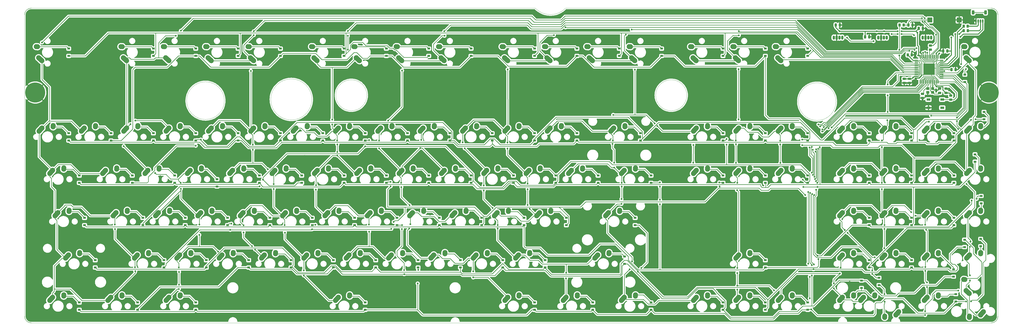
<source format=gbr>
%TF.GenerationSoftware,KiCad,Pcbnew,5.99.0-unknown-ae51e60f70~131~ubuntu21.10.1*%
%TF.CreationDate,2021-10-25T23:50:33-04:00*%
%TF.ProjectId,aek,61656b2e-6b69-4636-9164-5f7063625858,rev?*%
%TF.SameCoordinates,Original*%
%TF.FileFunction,Copper,L2,Bot*%
%TF.FilePolarity,Positive*%
%FSLAX46Y46*%
G04 Gerber Fmt 4.6, Leading zero omitted, Abs format (unit mm)*
G04 Created by KiCad (PCBNEW 5.99.0-unknown-ae51e60f70~131~ubuntu21.10.1) date 2021-10-25 23:50:33*
%MOMM*%
%LPD*%
G01*
G04 APERTURE LIST*
G04 Aperture macros list*
%AMRoundRect*
0 Rectangle with rounded corners*
0 $1 Rounding radius*
0 $2 $3 $4 $5 $6 $7 $8 $9 X,Y pos of 4 corners*
0 Add a 4 corners polygon primitive as box body*
4,1,4,$2,$3,$4,$5,$6,$7,$8,$9,$2,$3,0*
0 Add four circle primitives for the rounded corners*
1,1,$1+$1,$2,$3*
1,1,$1+$1,$4,$5*
1,1,$1+$1,$6,$7*
1,1,$1+$1,$8,$9*
0 Add four rect primitives between the rounded corners*
20,1,$1+$1,$2,$3,$4,$5,0*
20,1,$1+$1,$4,$5,$6,$7,0*
20,1,$1+$1,$6,$7,$8,$9,0*
20,1,$1+$1,$8,$9,$2,$3,0*%
%AMHorizOval*
0 Thick line with rounded ends*
0 $1 width*
0 $2 $3 position (X,Y) of the first rounded end (center of the circle)*
0 $4 $5 position (X,Y) of the second rounded end (center of the circle)*
0 Add line between two ends*
20,1,$1,$2,$3,$4,$5,0*
0 Add two circle primitives to create the rounded ends*
1,1,$1,$2,$3*
1,1,$1,$4,$5*%
G04 Aperture macros list end*
%TA.AperFunction,Profile*%
%ADD10C,0.150000*%
%TD*%
%TA.AperFunction,Profile*%
%ADD11C,0.050000*%
%TD*%
%TA.AperFunction,ComponentPad*%
%ADD12O,1.070000X1.800000*%
%TD*%
%TA.AperFunction,ComponentPad*%
%ADD13R,1.070000X1.800000*%
%TD*%
%TA.AperFunction,ComponentPad*%
%ADD14C,9.000000*%
%TD*%
%TA.AperFunction,ComponentPad*%
%ADD15HorizOval,2.250000X0.655001X0.730000X-0.655001X-0.730000X0*%
%TD*%
%TA.AperFunction,ComponentPad*%
%ADD16C,2.250000*%
%TD*%
%TA.AperFunction,ComponentPad*%
%ADD17HorizOval,2.250000X0.020000X0.290000X-0.020000X-0.290000X0*%
%TD*%
%TA.AperFunction,ComponentPad*%
%ADD18HorizOval,2.250000X-0.730000X0.655001X0.730000X-0.655001X0*%
%TD*%
%TA.AperFunction,ComponentPad*%
%ADD19HorizOval,2.250000X-0.290000X0.020000X0.290000X-0.020000X0*%
%TD*%
%TA.AperFunction,ComponentPad*%
%ADD20HorizOval,2.250000X-0.655001X-0.730000X0.655001X0.730000X0*%
%TD*%
%TA.AperFunction,ComponentPad*%
%ADD21HorizOval,2.250000X-0.020000X-0.290000X0.020000X0.290000X0*%
%TD*%
%TA.AperFunction,SMDPad,CuDef*%
%ADD22R,1.200000X0.900000*%
%TD*%
%TA.AperFunction,SMDPad,CuDef*%
%ADD23RoundRect,0.250000X0.250000X0.475000X-0.250000X0.475000X-0.250000X-0.475000X0.250000X-0.475000X0*%
%TD*%
%TA.AperFunction,SMDPad,CuDef*%
%ADD24RoundRect,0.250000X-0.450000X0.262500X-0.450000X-0.262500X0.450000X-0.262500X0.450000X0.262500X0*%
%TD*%
%TA.AperFunction,SMDPad,CuDef*%
%ADD25R,1.800000X1.100000*%
%TD*%
%TA.AperFunction,SMDPad,CuDef*%
%ADD26RoundRect,0.250000X-0.475000X0.250000X-0.475000X-0.250000X0.475000X-0.250000X0.475000X0.250000X0*%
%TD*%
%TA.AperFunction,SMDPad,CuDef*%
%ADD27RoundRect,0.250000X-0.250000X-0.475000X0.250000X-0.475000X0.250000X0.475000X-0.250000X0.475000X0*%
%TD*%
%TA.AperFunction,SMDPad,CuDef*%
%ADD28RoundRect,0.250000X0.475000X-0.250000X0.475000X0.250000X-0.475000X0.250000X-0.475000X-0.250000X0*%
%TD*%
%TA.AperFunction,SMDPad,CuDef*%
%ADD29RoundRect,0.150000X-0.150000X-0.625000X0.150000X-0.625000X0.150000X0.625000X-0.150000X0.625000X0*%
%TD*%
%TA.AperFunction,SMDPad,CuDef*%
%ADD30RoundRect,0.250000X-0.350000X-0.650000X0.350000X-0.650000X0.350000X0.650000X-0.350000X0.650000X0*%
%TD*%
%TA.AperFunction,SMDPad,CuDef*%
%ADD31RoundRect,0.250000X0.450000X-0.262500X0.450000X0.262500X-0.450000X0.262500X-0.450000X-0.262500X0*%
%TD*%
%TA.AperFunction,SMDPad,CuDef*%
%ADD32RoundRect,0.250000X0.262500X0.450000X-0.262500X0.450000X-0.262500X-0.450000X0.262500X-0.450000X0*%
%TD*%
%TA.AperFunction,SMDPad,CuDef*%
%ADD33R,1.500000X0.550000*%
%TD*%
%TA.AperFunction,SMDPad,CuDef*%
%ADD34RoundRect,0.062500X0.475000X0.062500X-0.475000X0.062500X-0.475000X-0.062500X0.475000X-0.062500X0*%
%TD*%
%TA.AperFunction,SMDPad,CuDef*%
%ADD35RoundRect,0.062500X0.062500X0.475000X-0.062500X0.475000X-0.062500X-0.475000X0.062500X-0.475000X0*%
%TD*%
%TA.AperFunction,SMDPad,CuDef*%
%ADD36R,0.550000X1.500000*%
%TD*%
%TA.AperFunction,SMDPad,CuDef*%
%ADD37R,5.200000X5.200000*%
%TD*%
%TA.AperFunction,SMDPad,CuDef*%
%ADD38R,1.400000X1.200000*%
%TD*%
%TA.AperFunction,SMDPad,CuDef*%
%ADD39RoundRect,0.250000X-0.262500X-0.450000X0.262500X-0.450000X0.262500X0.450000X-0.262500X0.450000X0*%
%TD*%
%TA.AperFunction,SMDPad,CuDef*%
%ADD40R,2.200000X2.200000*%
%TD*%
%TA.AperFunction,ViaPad*%
%ADD41C,0.800000*%
%TD*%
%TA.AperFunction,Conductor*%
%ADD42C,0.250000*%
%TD*%
%TA.AperFunction,Conductor*%
%ADD43C,0.400000*%
%TD*%
%TA.AperFunction,Conductor*%
%ADD44C,0.500000*%
%TD*%
%TA.AperFunction,Conductor*%
%ADD45C,0.800000*%
%TD*%
G04 APERTURE END LIST*
D10*
X456882500Y-153432000D02*
G75*
G02*
X453834500Y-156480000I-3048000J0D01*
G01*
X18986500Y-17780000D02*
G75*
G02*
X22034500Y-14732000I3048000J0D01*
G01*
X22034500Y-156480000D02*
G75*
G02*
X18986500Y-153432000I0J3048000D01*
G01*
D11*
X22034500Y-156480000D02*
X453834500Y-156480000D01*
X456882500Y-153432000D02*
X456882500Y-17780000D01*
X18986500Y-17780000D02*
X18986500Y-153432000D01*
X172986500Y-53980000D02*
G75*
G03*
X172986500Y-53980000I-7000000J0D01*
G01*
X148236500Y-55850000D02*
G75*
G03*
X148236500Y-55850000I-9250000J0D01*
G01*
X248692001Y-14731999D02*
X22034500Y-14732000D01*
X262407999Y-14731999D02*
X453834500Y-14732000D01*
X108885512Y-56400000D02*
G75*
G03*
X108885512Y-56400000I-8500000J0D01*
G01*
X262407998Y-14731999D02*
G75*
G02*
X248692001Y-14731999I-6857998J6496633D01*
G01*
X316886500Y-53980000D02*
G75*
G03*
X316886500Y-53980000I-7000000J0D01*
G01*
X383985512Y-56830000D02*
G75*
G03*
X383985512Y-56830000I-8500000J0D01*
G01*
D10*
X453834500Y-14732000D02*
G75*
G02*
X456882500Y-17780000I0J-3048000D01*
G01*
D12*
%TO.P,LED1,1,VCC*%
%TO.N,+5V*%
X385539000Y-28016000D03*
%TO.P,LED1,2,DOUT*%
%TO.N,unconnected-(LED1-Pad2)*%
X382999000Y-28016000D03*
D13*
%TO.P,LED1,3,GND*%
%TO.N,GND*%
X384269000Y-28016000D03*
D12*
%TO.P,LED1,4,DIN*%
%TO.N,Net-(LED1-Pad4)*%
X386809000Y-28016000D03*
%TD*%
%TO.P,LED2,4,DIN*%
%TO.N,Net-(LED2-Pad4)*%
X406809000Y-28016000D03*
D13*
%TO.P,LED2,3,GND*%
%TO.N,GND*%
X404269000Y-28016000D03*
D12*
%TO.P,LED2,2,DOUT*%
%TO.N,Net-(LED1-Pad4)*%
X402999000Y-28016000D03*
%TO.P,LED2,1,VCC*%
%TO.N,+5V*%
X405539000Y-28016000D03*
%TD*%
%TO.P,LED3,1,VCC*%
%TO.N,+5V*%
X425539000Y-28016000D03*
%TO.P,LED3,2,DOUT*%
%TO.N,Net-(LED2-Pad4)*%
X422999000Y-28016000D03*
D13*
%TO.P,LED3,3,GND*%
%TO.N,GND*%
X424269000Y-28016000D03*
D12*
%TO.P,LED3,4,DIN*%
%TO.N,LEDDIN*%
X426809000Y-28016000D03*
%TD*%
D14*
%TO.P,H2,1,1*%
%TO.N,GND*%
X452698000Y-52734000D03*
%TD*%
D15*
%TO.P,SW_0,1,COL*%
%TO.N,COL5*%
X216682001Y-69437500D03*
D16*
X217337000Y-68707500D03*
%TO.P,SW_0,2,ROW*%
%TO.N,Net-(D57-Pad2)*%
X222377000Y-67627500D03*
D17*
X222357000Y-67917500D03*
%TD*%
D15*
%TO.P,SW_1,1,COL*%
%TO.N,COL0*%
X45232001Y-69437500D03*
D16*
X45887000Y-68707500D03*
%TO.P,SW_1,2,ROW*%
%TO.N,Net-(D11-Pad2)*%
X50927000Y-67627500D03*
D17*
X50907000Y-67917500D03*
%TD*%
D16*
%TO.P,SW_2,1,COL*%
%TO.N,COL1*%
X64937000Y-68707500D03*
D15*
X64282001Y-69437500D03*
D17*
%TO.P,SW_2,2,ROW*%
%TO.N,Net-(D13-Pad2)*%
X69957000Y-67917500D03*
D16*
X69977000Y-67627500D03*
%TD*%
D15*
%TO.P,SW_3,1,COL*%
%TO.N,COL1*%
X83332001Y-69437500D03*
D16*
X83987000Y-68707500D03*
%TO.P,SW_3,2,ROW*%
%TO.N,Net-(D21-Pad2)*%
X89027000Y-67627500D03*
D17*
X89007000Y-67917500D03*
%TD*%
D15*
%TO.P,SW_6,1,COL*%
%TO.N,COL3*%
X140482001Y-69437500D03*
D16*
X141137000Y-68707500D03*
D17*
%TO.P,SW_6,2,ROW*%
%TO.N,Net-(D35-Pad2)*%
X146157000Y-67917500D03*
D16*
X146177000Y-67627500D03*
%TD*%
D15*
%TO.P,SW_7,1,COL*%
%TO.N,COL3*%
X159532001Y-69437500D03*
D16*
X160187000Y-68707500D03*
%TO.P,SW_7,2,ROW*%
%TO.N,Net-(D42-Pad2)*%
X165227000Y-67627500D03*
D17*
X165207000Y-67917500D03*
%TD*%
D15*
%TO.P,SW_8,1,COL*%
%TO.N,COL4*%
X178582001Y-69437500D03*
D16*
X179237000Y-68707500D03*
%TO.P,SW_8,2,ROW*%
%TO.N,Net-(D46-Pad2)*%
X184277000Y-67627500D03*
D17*
X184257000Y-67917500D03*
%TD*%
D16*
%TO.P,SW_9,1,COL*%
%TO.N,COL4*%
X198287000Y-68707500D03*
D15*
X197632001Y-69437500D03*
D16*
%TO.P,SW_9,2,ROW*%
%TO.N,Net-(D54-Pad2)*%
X203327000Y-67627500D03*
D17*
X203307000Y-67917500D03*
%TD*%
D16*
%TO.P,SW_A1,1,COL*%
%TO.N,COL0*%
X60174500Y-106807500D03*
D15*
X59519501Y-107537500D03*
D17*
%TO.P,SW_A1,2,ROW*%
%TO.N,Net-(D9-Pad2)*%
X65194500Y-106017500D03*
D16*
X65214500Y-105727500D03*
%TD*%
%TO.P,SW_APOS1,1,COL*%
%TO.N,COL5*%
X250674500Y-106807500D03*
D15*
X250019501Y-107537500D03*
D17*
%TO.P,SW_APOS1,2,ROW*%
%TO.N,Net-(D63-Pad2)*%
X255694500Y-106017500D03*
D16*
X255714500Y-105727500D03*
%TD*%
%TO.P,SW_B1,1,COL*%
%TO.N,COL2*%
X145899500Y-125857500D03*
D15*
X145244501Y-126587500D03*
D17*
%TO.P,SW_B1,2,ROW*%
%TO.N,Net-(D29-Pad2)*%
X150919500Y-125067500D03*
D16*
X150939500Y-124777500D03*
%TD*%
%TO.P,SW_BACKSP1,1,COL*%
%TO.N,COL6*%
X284012000Y-68707500D03*
D15*
X283357001Y-69437500D03*
D17*
%TO.P,SW_BACKSP1,2,ROW*%
%TO.N,Net-(D76-Pad2)*%
X289032000Y-67917500D03*
D16*
X289052000Y-67627500D03*
%TD*%
%TO.P,SW_BKSLS1,1,COL*%
%TO.N,COL6*%
X288774500Y-87757500D03*
D15*
X288119501Y-88487500D03*
D17*
%TO.P,SW_BKSLS1,2,ROW*%
%TO.N,Net-(D70-Pad2)*%
X293794500Y-86967500D03*
D16*
X293814500Y-86677500D03*
%TD*%
%TO.P,SW_C1,1,COL*%
%TO.N,COL1*%
X107799500Y-125857500D03*
D15*
X107144501Y-126587500D03*
D16*
%TO.P,SW_C1,2,ROW*%
%TO.N,Net-(D18-Pad2)*%
X112839500Y-124777500D03*
D17*
X112819500Y-125067500D03*
%TD*%
D16*
%TO.P,SW_CAP1,1,COL*%
%TO.N,COL0*%
X33980750Y-106807500D03*
D15*
X33325751Y-107537500D03*
D17*
%TO.P,SW_CAP1,2,ROW*%
%TO.N,Net-(D4-Pad2)*%
X39000750Y-106017500D03*
D16*
X39020750Y-105727500D03*
%TD*%
D15*
%TO.P,SW_COLON1,1,COL*%
%TO.N,COL5*%
X230969501Y-107537500D03*
D16*
X231624500Y-106807500D03*
%TO.P,SW_COLON1,2,ROW*%
%TO.N,Net-(D59-Pad2)*%
X236664500Y-105727500D03*
D17*
X236644500Y-106017500D03*
%TD*%
D16*
%TO.P,SW_COMMA1,1,COL*%
%TO.N,COL4*%
X203049500Y-125857500D03*
D15*
X202394501Y-126587500D03*
D16*
%TO.P,SW_COMMA1,2,ROW*%
%TO.N,Net-(D49-Pad2)*%
X208089500Y-124777500D03*
D17*
X208069500Y-125067500D03*
%TD*%
D15*
%TO.P,SW_D1,1,COL*%
%TO.N,COL1*%
X97619501Y-107537500D03*
D16*
X98274500Y-106807500D03*
D17*
%TO.P,SW_D1,2,ROW*%
%TO.N,Net-(D19-Pad2)*%
X103294500Y-106017500D03*
D16*
X103314500Y-105727500D03*
%TD*%
D15*
%TO.P,SW_DEL1,1,COL*%
%TO.N,COL6*%
X320504501Y-88487500D03*
D16*
X321159500Y-87757500D03*
D17*
%TO.P,SW_DEL1,2,ROW*%
%TO.N,Net-(D74-Pad2)*%
X326179500Y-86967500D03*
D16*
X326199500Y-86677500D03*
%TD*%
%TO.P,SW_DOWN1,1,COL*%
%TO.N,COL7*%
X340209500Y-144907500D03*
D15*
X339554501Y-145637500D03*
D17*
%TO.P,SW_DOWN1,2,ROW*%
%TO.N,Net-(D82-Pad2)*%
X345229500Y-144117500D03*
D16*
X345249500Y-143827500D03*
%TD*%
%TO.P,SW_E1,1,COL*%
%TO.N,COL1*%
X93512000Y-87757500D03*
D15*
X92857001Y-88487500D03*
D17*
%TO.P,SW_E1,2,ROW*%
%TO.N,Net-(D20-Pad2)*%
X98532000Y-86967500D03*
D16*
X98552000Y-86677500D03*
%TD*%
%TO.P,SW_END1,1,COL*%
%TO.N,COL7*%
X340209500Y-87757500D03*
D15*
X339554501Y-88487500D03*
D16*
%TO.P,SW_END1,2,ROW*%
%TO.N,Net-(D80-Pad2)*%
X345249500Y-86677500D03*
D17*
X345229500Y-86967500D03*
%TD*%
D16*
%TO.P,SW_ENTER1,1,COL*%
%TO.N,COL6*%
X281630750Y-106807500D03*
D15*
X280975751Y-107537500D03*
D16*
%TO.P,SW_ENTER1,2,ROW*%
%TO.N,Net-(D71-Pad2)*%
X286670750Y-105727500D03*
D17*
X286650750Y-106017500D03*
%TD*%
D15*
%TO.P,SW_EQ1,1,COL*%
%TO.N,COL6*%
X254782001Y-69437500D03*
D16*
X255437000Y-68707500D03*
%TO.P,SW_EQ1,2,ROW*%
%TO.N,Net-(D68-Pad2)*%
X260477000Y-67627500D03*
D17*
X260457000Y-67917500D03*
%TD*%
D16*
%TO.P,SW_ESC1,1,COL*%
%TO.N,COL0*%
X25337000Y-37107500D03*
D18*
X26067000Y-37762499D03*
D16*
%TO.P,SW_ESC1,2,ROW*%
%TO.N,Net-(D1-Pad2)*%
X24257000Y-32067500D03*
D19*
X24547000Y-32087500D03*
%TD*%
D16*
%TO.P,SW_F1,1,COL*%
%TO.N,COL1*%
X63437000Y-37107500D03*
D18*
X64167000Y-37762499D03*
D19*
%TO.P,SW_F1,2,ROW*%
%TO.N,Net-(D12-Pad2)*%
X62647000Y-32087500D03*
D16*
X62357000Y-32067500D03*
%TD*%
%TO.P,SW_F2,1,COL*%
%TO.N,COL1*%
X82487000Y-37107500D03*
D18*
X83217000Y-37762499D03*
D16*
%TO.P,SW_F2,2,ROW*%
%TO.N,Net-(D22-Pad2)*%
X81407000Y-32067500D03*
D19*
X81697000Y-32087500D03*
%TD*%
D16*
%TO.P,SW_F3,1,COL*%
%TO.N,COL2*%
X101537000Y-37107500D03*
D18*
X102267000Y-37762499D03*
D16*
%TO.P,SW_F3,2,ROW*%
%TO.N,Net-(D23-Pad2)*%
X100457000Y-32067500D03*
D19*
X100747000Y-32087500D03*
%TD*%
D16*
%TO.P,SW_F4,1,COL*%
%TO.N,COL2*%
X120587000Y-37107500D03*
D18*
X121317000Y-37762499D03*
D19*
%TO.P,SW_F4,2,ROW*%
%TO.N,Net-(D33-Pad2)*%
X119797000Y-32087500D03*
D16*
X119507000Y-32067500D03*
%TD*%
%TO.P,SW_F5,1,COL*%
%TO.N,COL3*%
X149162000Y-37107500D03*
D18*
X149892000Y-37762499D03*
D19*
%TO.P,SW_F5,2,ROW*%
%TO.N,Net-(D34-Pad2)*%
X148372000Y-32087500D03*
D16*
X148082000Y-32067500D03*
%TD*%
%TO.P,SW_F6,1,COL*%
%TO.N,COL3*%
X168212000Y-37107500D03*
D18*
X168942000Y-37762499D03*
D19*
%TO.P,SW_F6,2,ROW*%
%TO.N,Net-(D44-Pad2)*%
X167422000Y-32087500D03*
D16*
X167132000Y-32067500D03*
%TD*%
%TO.P,SW_F7,1,COL*%
%TO.N,COL4*%
X187262000Y-37107500D03*
D18*
X187992000Y-37762499D03*
D16*
%TO.P,SW_F7,2,ROW*%
%TO.N,Net-(D45-Pad2)*%
X186182000Y-32067500D03*
D19*
X186472000Y-32087500D03*
%TD*%
D18*
%TO.P,SW_F8,1,COL*%
%TO.N,COL4*%
X207042000Y-37762499D03*
D16*
X206312000Y-37107500D03*
D19*
%TO.P,SW_F8,2,ROW*%
%TO.N,Net-(D55-Pad2)*%
X205522000Y-32087500D03*
D16*
X205232000Y-32067500D03*
%TD*%
D18*
%TO.P,SW_F9,1,COL*%
%TO.N,COL5*%
X235617000Y-37762499D03*
D16*
X234887000Y-37107500D03*
D19*
%TO.P,SW_F9,2,ROW*%
%TO.N,Net-(D56-Pad2)*%
X234097000Y-32087500D03*
D16*
X233807000Y-32067500D03*
%TD*%
%TO.P,SW_F10,1,COL*%
%TO.N,COL5*%
X253937000Y-37107500D03*
D18*
X254667000Y-37762499D03*
D19*
%TO.P,SW_F10,2,ROW*%
%TO.N,Net-(D66-Pad2)*%
X253147000Y-32087500D03*
D16*
X252857000Y-32067500D03*
%TD*%
%TO.P,SW_F11,1,COL*%
%TO.N,COL6*%
X272987000Y-37107500D03*
D18*
X273717000Y-37762499D03*
D16*
%TO.P,SW_F11,2,ROW*%
%TO.N,Net-(D67-Pad2)*%
X271907000Y-32067500D03*
D19*
X272197000Y-32087500D03*
%TD*%
D16*
%TO.P,SW_F12,1,COL*%
%TO.N,COL6*%
X292037000Y-37107500D03*
D18*
X292767000Y-37762499D03*
D16*
%TO.P,SW_F12,2,ROW*%
%TO.N,Net-(D77-Pad2)*%
X290957000Y-32067500D03*
D19*
X291247000Y-32087500D03*
%TD*%
D16*
%TO.P,SW_F13,1,COL*%
%TO.N,COL2*%
X117324500Y-106807500D03*
D15*
X116669501Y-107537500D03*
D16*
%TO.P,SW_F13,2,ROW*%
%TO.N,Net-(D26-Pad2)*%
X122364500Y-105727500D03*
D17*
X122344500Y-106017500D03*
%TD*%
D15*
%TO.P,SW_G1,1,COL*%
%TO.N,COL2*%
X135719501Y-107537500D03*
D16*
X136374500Y-106807500D03*
%TO.P,SW_G1,2,ROW*%
%TO.N,Net-(D30-Pad2)*%
X141414500Y-105727500D03*
D17*
X141394500Y-106017500D03*
%TD*%
D16*
%TO.P,SW_H1,1,COL*%
%TO.N,COL3*%
X155424500Y-106807500D03*
D15*
X154769501Y-107537500D03*
D17*
%TO.P,SW_H1,2,ROW*%
%TO.N,Net-(D37-Pad2)*%
X160444500Y-106017500D03*
D16*
X160464500Y-105727500D03*
%TD*%
%TO.P,SW_HOME1,1,COL*%
%TO.N,COL7*%
X340209500Y-68707500D03*
D15*
X339554501Y-69437500D03*
D17*
%TO.P,SW_HOME1,2,ROW*%
%TO.N,Net-(D79-Pad2)*%
X345229500Y-67917500D03*
D16*
X345249500Y-67627500D03*
%TD*%
D15*
%TO.P,SW_I1,1,COL*%
%TO.N,COL4*%
X188107001Y-88487500D03*
D16*
X188762000Y-87757500D03*
D17*
%TO.P,SW_I1,2,ROW*%
%TO.N,Net-(D47-Pad2)*%
X193782000Y-86967500D03*
D16*
X193802000Y-86677500D03*
%TD*%
D15*
%TO.P,SW_INS1,1,COL*%
%TO.N,COL6*%
X320504501Y-69437500D03*
D16*
X321159500Y-68707500D03*
%TO.P,SW_INS1,2,ROW*%
%TO.N,Net-(D75-Pad2)*%
X326199500Y-67627500D03*
D17*
X326179500Y-67917500D03*
%TD*%
D16*
%TO.P,SW_J1,1,COL*%
%TO.N,COL3*%
X174474500Y-106807500D03*
D15*
X173819501Y-107537500D03*
D17*
%TO.P,SW_J1,2,ROW*%
%TO.N,Net-(D40-Pad2)*%
X179494500Y-106017500D03*
D16*
X179514500Y-105727500D03*
%TD*%
D15*
%TO.P,SW_K1,1,COL*%
%TO.N,COL4*%
X192869501Y-107537500D03*
D16*
X193524500Y-106807500D03*
%TO.P,SW_K1,2,ROW*%
%TO.N,Net-(D48-Pad2)*%
X198564500Y-105727500D03*
D17*
X198544500Y-106017500D03*
%TD*%
D16*
%TO.P,SW_KP0,1,COL*%
%TO.N,COL7*%
X396407000Y-144907500D03*
D15*
X395752001Y-145637500D03*
D17*
%TO.P,SW_KP0,2,ROW*%
%TO.N,Net-(D84-Pad2)*%
X401427000Y-144117500D03*
D16*
X401447000Y-143827500D03*
%TD*%
%TO.P,SW_KP1,1,COL*%
%TO.N,COL7*%
X386882000Y-125857500D03*
D15*
X386227001Y-126587500D03*
D17*
%TO.P,SW_KP1,2,ROW*%
%TO.N,Net-(D85-Pad2)*%
X391902000Y-125067500D03*
D16*
X391922000Y-124777500D03*
%TD*%
%TO.P,SW_KP2,1,COL*%
%TO.N,COL8*%
X405932000Y-125857500D03*
D15*
X405277001Y-126587500D03*
D16*
%TO.P,SW_KP2,2,ROW*%
%TO.N,Net-(D93-Pad2)*%
X410972000Y-124777500D03*
D17*
X410952000Y-125067500D03*
%TD*%
D15*
%TO.P,SW_KP3,1,COL*%
%TO.N,COL8*%
X424327001Y-126587500D03*
D16*
X424982000Y-125857500D03*
D17*
%TO.P,SW_KP3,2,ROW*%
%TO.N,Net-(D95-Pad2)*%
X430002000Y-125067500D03*
D16*
X430022000Y-124777500D03*
%TD*%
D15*
%TO.P,SW_KP4,1,COL*%
%TO.N,COL8*%
X386227001Y-107537500D03*
D16*
X386882000Y-106807500D03*
%TO.P,SW_KP4,2,ROW*%
%TO.N,Net-(D92-Pad2)*%
X391922000Y-105727500D03*
D17*
X391902000Y-106017500D03*
%TD*%
D16*
%TO.P,SW_KP5,1,COL*%
%TO.N,COL8*%
X405932000Y-106807500D03*
D15*
X405277001Y-107537500D03*
D17*
%TO.P,SW_KP5,2,ROW*%
%TO.N,Net-(D97-Pad2)*%
X410952000Y-106017500D03*
D16*
X410972000Y-105727500D03*
%TD*%
%TO.P,SW_KP6,1,COL*%
%TO.N,COL8*%
X424982000Y-106807500D03*
D15*
X424327001Y-107537500D03*
D16*
%TO.P,SW_KP6,2,ROW*%
%TO.N,Net-(D96-Pad2)*%
X430022000Y-105727500D03*
D17*
X430002000Y-106017500D03*
%TD*%
D15*
%TO.P,SW_KP7,1,COL*%
%TO.N,COL8*%
X386227001Y-88487500D03*
D16*
X386882000Y-87757500D03*
D17*
%TO.P,SW_KP7,2,ROW*%
%TO.N,Net-(D91-Pad2)*%
X391902000Y-86967500D03*
D16*
X391922000Y-86677500D03*
%TD*%
D15*
%TO.P,SW_KP8,1,COL*%
%TO.N,COL8*%
X405277001Y-88487500D03*
D16*
X405932000Y-87757500D03*
%TO.P,SW_KP8,2,ROW*%
%TO.N,Net-(D98-Pad2)*%
X410972000Y-86677500D03*
D17*
X410952000Y-86967500D03*
%TD*%
D16*
%TO.P,SW_KP9,1,COL*%
%TO.N,COL9*%
X424982000Y-87757500D03*
D15*
X424327001Y-88487500D03*
D17*
%TO.P,SW_KP9,2,ROW*%
%TO.N,Net-(D102-Pad2)*%
X430002000Y-86967500D03*
D16*
X430022000Y-86677500D03*
%TD*%
D15*
%TO.P,SW_KPASTR1,1,COL*%
%TO.N,COL9*%
X443377001Y-69437500D03*
D16*
X444032000Y-68707500D03*
D17*
%TO.P,SW_KPASTR1,2,ROW*%
%TO.N,Net-(D110-Pad2)*%
X449052000Y-67917500D03*
D16*
X449072000Y-67627500D03*
%TD*%
%TO.P,SW_KPENTER1,1,COL*%
%TO.N,COL9*%
X442532000Y-141882500D03*
D18*
X443262000Y-142537499D03*
D16*
%TO.P,SW_KPENTER1,2,ROW*%
%TO.N,Net-(D104-Pad2)*%
X441452000Y-136842500D03*
D19*
X441742000Y-136862500D03*
%TD*%
D15*
%TO.P,SW_KPEQ1,1,COL*%
%TO.N,COL8*%
X405277001Y-69437500D03*
D16*
X405932000Y-68707500D03*
%TO.P,SW_KPEQ1,2,ROW*%
%TO.N,Net-(D99-Pad2)*%
X410972000Y-67627500D03*
D17*
X410952000Y-67917500D03*
%TD*%
D16*
%TO.P,SW_KPMINUS1,1,COL*%
%TO.N,COL9*%
X444032000Y-87757500D03*
D15*
X443377001Y-88487500D03*
D16*
%TO.P,SW_KPMINUS1,2,ROW*%
%TO.N,Net-(D109-Pad2)*%
X449072000Y-86677500D03*
D17*
X449052000Y-86967500D03*
%TD*%
D16*
%TO.P,SW_KPPER1,1,COL*%
%TO.N,COL8*%
X424982000Y-144907500D03*
D15*
X424327001Y-145637500D03*
D16*
%TO.P,SW_KPPER1,2,ROW*%
%TO.N,Net-(D94-Pad2)*%
X430022000Y-143827500D03*
D17*
X430002000Y-144117500D03*
%TD*%
D16*
%TO.P,SW_KPPLUS1,1,COL*%
%TO.N,COL9*%
X444032000Y-106807500D03*
D15*
X443377001Y-107537500D03*
D17*
%TO.P,SW_KPPLUS1,2,ROW*%
%TO.N,Net-(D103-Pad2)*%
X449052000Y-106017500D03*
D16*
X449072000Y-105727500D03*
%TD*%
D15*
%TO.P,SW_L1,1,COL*%
%TO.N,COL4*%
X211919501Y-107537500D03*
D16*
X212574500Y-106807500D03*
%TO.P,SW_L1,2,ROW*%
%TO.N,Net-(D52-Pad2)*%
X217614500Y-105727500D03*
D17*
X217594500Y-106017500D03*
%TD*%
D15*
%TO.P,SW_LALT1,1,COL*%
%TO.N,COL1*%
X83332001Y-145637500D03*
D16*
X83987000Y-144907500D03*
%TO.P,SW_LALT1,2,ROW*%
%TO.N,Net-(D17-Pad2)*%
X89027000Y-143827500D03*
D17*
X89007000Y-144117500D03*
%TD*%
D15*
%TO.P,SW_LBRAC1,1,COL*%
%TO.N,COL5*%
X245257001Y-88487500D03*
D16*
X245912000Y-87757500D03*
D17*
%TO.P,SW_LBRAC1,2,ROW*%
%TO.N,Net-(D64-Pad2)*%
X250932000Y-86967500D03*
D16*
X250952000Y-86677500D03*
%TD*%
%TO.P,SW_LCTR1,1,COL*%
%TO.N,COL0*%
X31599500Y-144907500D03*
D15*
X30944501Y-145637500D03*
D17*
%TO.P,SW_LCTR1,2,ROW*%
%TO.N,Net-(D6-Pad2)*%
X36619500Y-144117500D03*
D16*
X36639500Y-143827500D03*
%TD*%
%TO.P,SW_LEFT1,1,COL*%
%TO.N,COL6*%
X321159500Y-144907500D03*
D15*
X320504501Y-145637500D03*
D17*
%TO.P,SW_LEFT1,2,ROW*%
%TO.N,Net-(D73-Pad2)*%
X326179500Y-144117500D03*
D16*
X326199500Y-143827500D03*
%TD*%
D15*
%TO.P,SW_LMOD1,1,COL*%
%TO.N,COL0*%
X57138251Y-145637500D03*
D16*
X57793250Y-144907500D03*
%TO.P,SW_LMOD1,2,ROW*%
%TO.N,Net-(D7-Pad2)*%
X62833250Y-143827500D03*
D17*
X62813250Y-144117500D03*
%TD*%
D15*
%TO.P,SW_LSH1,1,COL*%
%TO.N,COL0*%
X38088251Y-126587500D03*
D16*
X38743250Y-125857500D03*
%TO.P,SW_LSH1,2,ROW*%
%TO.N,Net-(D5-Pad2)*%
X43783250Y-124777500D03*
D17*
X43763250Y-125067500D03*
%TD*%
D16*
%TO.P,SW_M1,1,COL*%
%TO.N,COL3*%
X183999500Y-125857500D03*
D15*
X183344501Y-126587500D03*
D16*
%TO.P,SW_M1,2,ROW*%
%TO.N,Net-(D39-Pad2)*%
X189039500Y-124777500D03*
D17*
X189019500Y-125067500D03*
%TD*%
D16*
%TO.P,SW_MINUS1,1,COL*%
%TO.N,COL5*%
X236387000Y-68707500D03*
D15*
X235732001Y-69437500D03*
D17*
%TO.P,SW_MINUS1,2,ROW*%
%TO.N,Net-(D65-Pad2)*%
X241407000Y-67917500D03*
D16*
X241427000Y-67627500D03*
%TD*%
D15*
%TO.P,SW_N1,1,COL*%
%TO.N,COL3*%
X164294501Y-126587500D03*
D16*
X164949500Y-125857500D03*
D17*
%TO.P,SW_N1,2,ROW*%
%TO.N,Net-(D38-Pad2)*%
X169969500Y-125067500D03*
D16*
X169989500Y-124777500D03*
%TD*%
%TO.P,SW_O1,1,COL*%
%TO.N,COL4*%
X207812000Y-87757500D03*
D15*
X207157001Y-88487500D03*
D17*
%TO.P,SW_O1,2,ROW*%
%TO.N,Net-(D53-Pad2)*%
X212832000Y-86967500D03*
D16*
X212852000Y-86677500D03*
%TD*%
%TO.P,SW_P1,1,COL*%
%TO.N,COL5*%
X226862000Y-87757500D03*
D15*
X226207001Y-88487500D03*
D17*
%TO.P,SW_P1,2,ROW*%
%TO.N,Net-(D58-Pad2)*%
X231882000Y-86967500D03*
D16*
X231902000Y-86677500D03*
%TD*%
%TO.P,SW_PAUSE1,1,COL*%
%TO.N,COL8*%
X357759500Y-37107500D03*
D18*
X358489500Y-37762499D03*
D19*
%TO.P,SW_PAUSE1,2,ROW*%
%TO.N,Net-(D89-Pad2)*%
X356969500Y-32087500D03*
D16*
X356679500Y-32067500D03*
%TD*%
%TO.P,SW_PERIOD1,1,COL*%
%TO.N,COL4*%
X222099500Y-125857500D03*
D15*
X221444501Y-126587500D03*
D17*
%TO.P,SW_PERIOD1,2,ROW*%
%TO.N,Net-(D51-Pad2)*%
X227119500Y-125067500D03*
D16*
X227139500Y-124777500D03*
%TD*%
D15*
%TO.P,SW_PGDN1,1,COL*%
%TO.N,COL7*%
X358604501Y-88487500D03*
D16*
X359259500Y-87757500D03*
D17*
%TO.P,SW_PGDN1,2,ROW*%
%TO.N,Net-(D86-Pad2)*%
X364279500Y-86967500D03*
D16*
X364299500Y-86677500D03*
%TD*%
%TO.P,SW_PGUP1,1,COL*%
%TO.N,COL7*%
X359259500Y-68707500D03*
D15*
X358604501Y-69437500D03*
D17*
%TO.P,SW_PGUP1,2,ROW*%
%TO.N,Net-(D87-Pad2)*%
X364279500Y-67917500D03*
D16*
X364299500Y-67627500D03*
%TD*%
%TO.P,SW_POW1,1,COL*%
%TO.N,COL9*%
X442532000Y-37107500D03*
D18*
X443262000Y-37762499D03*
D19*
%TO.P,SW_POW1,2,ROW*%
%TO.N,Net-(D100-Pad2)*%
X441742000Y-32087500D03*
D16*
X441452000Y-32067500D03*
%TD*%
D18*
%TO.P,SW_PRSC1,1,COL*%
%TO.N,COL7*%
X320389500Y-37762499D03*
D16*
X319659500Y-37107500D03*
%TO.P,SW_PRSC1,2,ROW*%
%TO.N,Net-(D78-Pad2)*%
X318579500Y-32067500D03*
D19*
X318869500Y-32087500D03*
%TD*%
D15*
%TO.P,SW_Q1,1,COL*%
%TO.N,COL0*%
X54757001Y-88487500D03*
D16*
X55412000Y-87757500D03*
%TO.P,SW_Q1,2,ROW*%
%TO.N,Net-(D10-Pad2)*%
X60452000Y-86677500D03*
D17*
X60432000Y-86967500D03*
%TD*%
D15*
%TO.P,SW_R1,1,COL*%
%TO.N,COL2*%
X111907001Y-88487500D03*
D16*
X112562000Y-87757500D03*
D17*
%TO.P,SW_R1,2,ROW*%
%TO.N,Net-(D25-Pad2)*%
X117582000Y-86967500D03*
D16*
X117602000Y-86677500D03*
%TD*%
%TO.P,SW_RALT1,1,COL*%
%TO.N,COL4*%
X236387000Y-144907500D03*
D15*
X235732001Y-145637500D03*
D17*
%TO.P,SW_RALT1,2,ROW*%
%TO.N,Net-(D50-Pad2)*%
X241407000Y-144117500D03*
D16*
X241427000Y-143827500D03*
%TD*%
%TO.P,SW_RBRAC1,1,COL*%
%TO.N,COL6*%
X264962000Y-87757500D03*
D15*
X264307001Y-88487500D03*
D17*
%TO.P,SW_RBRAC1,2,ROW*%
%TO.N,Net-(D69-Pad2)*%
X269982000Y-86967500D03*
D16*
X270002000Y-86677500D03*
%TD*%
%TO.P,SW_RCTR1,1,COL*%
%TO.N,COL6*%
X288774500Y-144907500D03*
D15*
X288119501Y-145637500D03*
D17*
%TO.P,SW_RCTR1,2,ROW*%
%TO.N,Net-(D72-Pad2)*%
X293794500Y-144117500D03*
D16*
X293814500Y-143827500D03*
%TD*%
D15*
%TO.P,SW_RIGHT1,1,COL*%
%TO.N,COL7*%
X358604501Y-145637500D03*
D16*
X359259500Y-144907500D03*
%TO.P,SW_RIGHT1,2,ROW*%
%TO.N,Net-(D83-Pad2)*%
X364299500Y-143827500D03*
D17*
X364279500Y-144117500D03*
%TD*%
D16*
%TO.P,SW_RMOD1,1,COL*%
%TO.N,COL5*%
X262580750Y-144907500D03*
D15*
X261925751Y-145637500D03*
D17*
%TO.P,SW_RMOD1,2,ROW*%
%TO.N,Net-(D61-Pad2)*%
X267600750Y-144117500D03*
D16*
X267620750Y-143827500D03*
%TD*%
%TO.P,SW_RSH1,1,COL*%
%TO.N,COL5*%
X276868250Y-125857500D03*
D15*
X276213251Y-126587500D03*
D16*
%TO.P,SW_RSH1,2,ROW*%
%TO.N,Net-(D62-Pad2)*%
X281908250Y-124777500D03*
D17*
X281888250Y-125067500D03*
%TD*%
D15*
%TO.P,SW_S1,1,COL*%
%TO.N,COL1*%
X78569501Y-107537500D03*
D16*
X79224500Y-106807500D03*
%TO.P,SW_S1,2,ROW*%
%TO.N,Net-(D15-Pad2)*%
X84264500Y-105727500D03*
D17*
X84244500Y-106017500D03*
%TD*%
D18*
%TO.P,SW_SCLK1,1,COL*%
%TO.N,COL7*%
X339439500Y-37762499D03*
D16*
X338709500Y-37107500D03*
D19*
%TO.P,SW_SCLK1,2,ROW*%
%TO.N,Net-(D88-Pad2)*%
X337919500Y-32087500D03*
D16*
X337629500Y-32067500D03*
%TD*%
D15*
%TO.P,SW_SLASH1,1,COL*%
%TO.N,COL5*%
X240494501Y-126587500D03*
D16*
X241149500Y-125857500D03*
%TO.P,SW_SLASH1,2,ROW*%
%TO.N,Net-(D60-Pad2)*%
X246189500Y-124777500D03*
D17*
X246169500Y-125067500D03*
%TD*%
D16*
%TO.P,SW_SPACE1,1,COL*%
%TO.N,COL2*%
X160187000Y-144907500D03*
D15*
X159532001Y-145637500D03*
D17*
%TO.P,SW_SPACE1,2,ROW*%
%TO.N,Net-(D28-Pad2)*%
X165207000Y-144117500D03*
D16*
X165227000Y-143827500D03*
%TD*%
%TO.P,SW_T1,1,COL*%
%TO.N,COL2*%
X131612000Y-87757500D03*
D15*
X130957001Y-88487500D03*
D16*
%TO.P,SW_T1,2,ROW*%
%TO.N,Net-(D31-Pad2)*%
X136652000Y-86677500D03*
D17*
X136632000Y-86967500D03*
%TD*%
D16*
%TO.P,SW_TAB1,1,COL*%
%TO.N,COL0*%
X31599500Y-87757500D03*
D15*
X30944501Y-88487500D03*
D16*
%TO.P,SW_TAB1,2,ROW*%
%TO.N,Net-(D3-Pad2)*%
X36639500Y-86677500D03*
D17*
X36619500Y-86967500D03*
%TD*%
D15*
%TO.P,SW_TICK1,1,COL*%
%TO.N,COL0*%
X26182001Y-69437500D03*
D16*
X26837000Y-68707500D03*
%TO.P,SW_TICK1,2,ROW*%
%TO.N,Net-(D2-Pad2)*%
X31877000Y-67627500D03*
D17*
X31857000Y-67917500D03*
%TD*%
D15*
%TO.P,SW_U1,1,COL*%
%TO.N,COL3*%
X169057001Y-88487500D03*
D16*
X169712000Y-87757500D03*
%TO.P,SW_U1,2,ROW*%
%TO.N,Net-(D41-Pad2)*%
X174752000Y-86677500D03*
D17*
X174732000Y-86967500D03*
%TD*%
D15*
%TO.P,SW_UP1,1,COL*%
%TO.N,COL7*%
X339554501Y-126587500D03*
D16*
X340209500Y-125857500D03*
%TO.P,SW_UP1,2,ROW*%
%TO.N,Net-(D81-Pad2)*%
X345249500Y-124777500D03*
D17*
X345229500Y-125067500D03*
%TD*%
D15*
%TO.P,SW_V1,1,COL*%
%TO.N,COL2*%
X126194501Y-126587500D03*
D16*
X126849500Y-125857500D03*
D17*
%TO.P,SW_V1,2,ROW*%
%TO.N,Net-(D27-Pad2)*%
X131869500Y-125067500D03*
D16*
X131889500Y-124777500D03*
%TD*%
D15*
%TO.P,SW_W1,1,COL*%
%TO.N,COL1*%
X73807001Y-88487500D03*
D16*
X74462000Y-87757500D03*
%TO.P,SW_W1,2,ROW*%
%TO.N,Net-(D14-Pad2)*%
X79502000Y-86677500D03*
D17*
X79482000Y-86967500D03*
%TD*%
D16*
%TO.P,SW_X1,1,COL*%
%TO.N,COL1*%
X88749500Y-125857500D03*
D15*
X88094501Y-126587500D03*
D17*
%TO.P,SW_X1,2,ROW*%
%TO.N,Net-(D16-Pad2)*%
X93769500Y-125067500D03*
D16*
X93789500Y-124777500D03*
%TD*%
D15*
%TO.P,SW_Y1,1,COL*%
%TO.N,COL3*%
X150007001Y-88487500D03*
D16*
X150662000Y-87757500D03*
D17*
%TO.P,SW_Y1,2,ROW*%
%TO.N,Net-(D36-Pad2)*%
X155682000Y-86967500D03*
D16*
X155702000Y-86677500D03*
%TD*%
%TO.P,SW_Z1,1,COL*%
%TO.N,COL0*%
X69699500Y-125857500D03*
D15*
X69044501Y-126587500D03*
D17*
%TO.P,SW_Z1,2,ROW*%
%TO.N,Net-(D8-Pad2)*%
X74719500Y-125067500D03*
D16*
X74739500Y-124777500D03*
%TD*%
D14*
%TO.P,H1,1,1*%
%TO.N,GND*%
X23800000Y-52734000D03*
%TD*%
D15*
%TO.P,SW_4,1,COL*%
%TO.N,COL2*%
X102382001Y-69437500D03*
D16*
X103037000Y-68707500D03*
D17*
%TO.P,SW_4,2,ROW*%
%TO.N,Net-(D24-Pad2)*%
X108057000Y-67917500D03*
D16*
X108077000Y-67627500D03*
%TD*%
%TO.P,SW_5,1,COL*%
%TO.N,COL2*%
X122087000Y-68707500D03*
D15*
X121432001Y-69437500D03*
D17*
%TO.P,SW_5,2,ROW*%
%TO.N,Net-(D32-Pad2)*%
X127107000Y-67917500D03*
D16*
X127127000Y-67627500D03*
%TD*%
D15*
%TO.P,SW_NUMLK1,1,COL*%
%TO.N,COL8*%
X386227001Y-69437500D03*
D16*
X386882000Y-68707500D03*
D17*
%TO.P,SW_NUMLK1,2,ROW*%
%TO.N,Net-(D90-Pad2)*%
X391902000Y-67917500D03*
D16*
X391922000Y-67627500D03*
%TD*%
D20*
%TO.P,SW_KP0X1,1,COL*%
%TO.N,COL9*%
X411586999Y-152177500D03*
D16*
X410932000Y-152907500D03*
D21*
%TO.P,SW_KP0X1,2,ROW*%
%TO.N,Net-(D43-Pad2)*%
X405912000Y-153697500D03*
D16*
X405892000Y-153987500D03*
%TD*%
%TO.P,SW_KPENTERALT1,1,COL*%
%TO.N,COL9*%
X449032000Y-152907500D03*
D20*
X449686999Y-152177500D03*
D16*
%TO.P,SW_KPENTERALT1,2,ROW*%
%TO.N,Net-(D104-Pad2)*%
X443992000Y-153987500D03*
D21*
X444012000Y-153697500D03*
%TD*%
D15*
%TO.P,SW_KPSLASH1,1,COL*%
%TO.N,COL9*%
X424327001Y-69437500D03*
D16*
X424982000Y-68707500D03*
D17*
%TO.P,SW_KPSLASH1,2,ROW*%
%TO.N,Net-(D101-Pad2)*%
X430002000Y-67917500D03*
D16*
X430022000Y-67627500D03*
%TD*%
%TO.P,SW_KP0ALT1,1,COL*%
%TO.N,COL7*%
X386882000Y-144907500D03*
D15*
X386227001Y-145637500D03*
D17*
%TO.P,SW_KP0ALT1,2,ROW*%
%TO.N,Net-(D84-Pad2)*%
X391902000Y-144117500D03*
D16*
X391922000Y-143827500D03*
%TD*%
%TO.P,SW_KPENTERX1,1,COL*%
%TO.N,COL9*%
X444032000Y-125857500D03*
D15*
X443377001Y-126587500D03*
D17*
%TO.P,SW_KPENTERX1,2,ROW*%
%TO.N,Net-(D105-Pad2)*%
X449052000Y-125067500D03*
D16*
X449072000Y-124777500D03*
%TD*%
D22*
%TO.P,D16,1,K*%
%TO.N,ROW4*%
X100774500Y-131507500D03*
%TO.P,D16,2,A*%
%TO.N,Net-(D16-Pad2)*%
X100774500Y-128207500D03*
%TD*%
D23*
%TO.P,C8,2*%
%TO.N,+5V*%
X397068000Y-27686000D03*
%TO.P,C8,1*%
%TO.N,GND*%
X398968000Y-27686000D03*
%TD*%
%TO.P,C9,1*%
%TO.N,GND*%
X385760000Y-22352000D03*
%TO.P,C9,2*%
%TO.N,+5V*%
X383860000Y-22352000D03*
%TD*%
%TO.P,C10,1*%
%TO.N,GND*%
X423098000Y-23876000D03*
%TO.P,C10,2*%
%TO.N,+5V*%
X421198000Y-23876000D03*
%TD*%
D24*
%TO.P,R1,1*%
%TO.N,LEDDIN*%
X426466000Y-31599500D03*
%TO.P,R1,2*%
%TO.N,Net-(R1-Pad2)*%
X426466000Y-33424500D03*
%TD*%
D25*
%TO.P,SW1,1,1*%
%TO.N,GND*%
X425600000Y-59580000D03*
%TO.P,SW1,2,2*%
%TO.N,Net-(R3-Pad1)*%
X431800000Y-55880000D03*
%TO.P,SW1,3*%
%TO.N,N/C*%
X425600000Y-55880000D03*
%TO.P,SW1,4*%
X431800000Y-59580000D03*
%TD*%
D23*
%TO.P,C1,1*%
%TO.N,+5V*%
X434086000Y-34036000D03*
%TO.P,C1,2*%
%TO.N,GND*%
X432186000Y-34036000D03*
%TD*%
D26*
%TO.P,C2,1*%
%TO.N,+5V*%
X414686750Y-46548000D03*
%TO.P,C2,2*%
%TO.N,GND*%
X414686750Y-48448000D03*
%TD*%
%TO.P,C5,1*%
%TO.N,+5V*%
X417068000Y-46548000D03*
%TO.P,C5,2*%
%TO.N,GND*%
X417068000Y-48448000D03*
%TD*%
D27*
%TO.P,C6,1*%
%TO.N,Net-(C6-Pad1)*%
X435930000Y-42418000D03*
%TO.P,C6,2*%
%TO.N,GND*%
X437830000Y-42418000D03*
%TD*%
D28*
%TO.P,C7,1*%
%TO.N,+5V*%
X433477000Y-52884500D03*
%TO.P,C7,2*%
%TO.N,GND*%
X433477000Y-50984500D03*
%TD*%
D22*
%TO.P,D1,1,K*%
%TO.N,ROW0*%
X38862000Y-36257500D03*
%TO.P,D1,2,A*%
%TO.N,Net-(D1-Pad2)*%
X38862000Y-32957500D03*
%TD*%
%TO.P,D2,1,K*%
%TO.N,ROW1*%
X38862000Y-74357500D03*
%TO.P,D2,2,A*%
%TO.N,Net-(D2-Pad2)*%
X38862000Y-71057500D03*
%TD*%
%TO.P,D3,1,K*%
%TO.N,ROW2*%
X43624500Y-93407500D03*
%TO.P,D3,2,A*%
%TO.N,Net-(D3-Pad2)*%
X43624500Y-90107500D03*
%TD*%
%TO.P,D4,1,K*%
%TO.N,ROW3*%
X46005750Y-112457500D03*
%TO.P,D4,2,A*%
%TO.N,Net-(D4-Pad2)*%
X46005750Y-109157500D03*
%TD*%
%TO.P,D5,1,K*%
%TO.N,ROW4*%
X50768250Y-131507500D03*
%TO.P,D5,2,A*%
%TO.N,Net-(D5-Pad2)*%
X50768250Y-128207500D03*
%TD*%
%TO.P,D6,1,K*%
%TO.N,ROW5*%
X43624500Y-150557500D03*
%TO.P,D6,2,A*%
%TO.N,Net-(D6-Pad2)*%
X43624500Y-147257500D03*
%TD*%
%TO.P,D7,1,K*%
%TO.N,ROW6*%
X69818250Y-150557500D03*
%TO.P,D7,2,A*%
%TO.N,Net-(D7-Pad2)*%
X69818250Y-147257500D03*
%TD*%
%TO.P,D8,1,K*%
%TO.N,ROW7*%
X81724500Y-131507500D03*
%TO.P,D8,2,A*%
%TO.N,Net-(D8-Pad2)*%
X81724500Y-128207500D03*
%TD*%
%TO.P,D9,1,K*%
%TO.N,ROW8*%
X72199500Y-112457500D03*
%TO.P,D9,2,A*%
%TO.N,Net-(D9-Pad2)*%
X72199500Y-109157500D03*
%TD*%
%TO.P,D10,1,K*%
%TO.N,ROW9*%
X67437000Y-93407500D03*
%TO.P,D10,2,A*%
%TO.N,Net-(D10-Pad2)*%
X67437000Y-90107500D03*
%TD*%
%TO.P,D11,1,K*%
%TO.N,ROW10*%
X57912000Y-74357500D03*
%TO.P,D11,2,A*%
%TO.N,Net-(D11-Pad2)*%
X57912000Y-71057500D03*
%TD*%
%TO.P,D12,1,K*%
%TO.N,ROW0*%
X76962000Y-36257500D03*
%TO.P,D12,2,A*%
%TO.N,Net-(D12-Pad2)*%
X76962000Y-32957500D03*
%TD*%
%TO.P,D13,1,K*%
%TO.N,ROW1*%
X76962000Y-74357500D03*
%TO.P,D13,2,A*%
%TO.N,Net-(D13-Pad2)*%
X76962000Y-71057500D03*
%TD*%
%TO.P,D14,1,K*%
%TO.N,ROW2*%
X86487000Y-93407500D03*
%TO.P,D14,2,A*%
%TO.N,Net-(D14-Pad2)*%
X86487000Y-90107500D03*
%TD*%
%TO.P,D15,1,K*%
%TO.N,ROW3*%
X91249500Y-112457500D03*
%TO.P,D15,2,A*%
%TO.N,Net-(D15-Pad2)*%
X91249500Y-109157500D03*
%TD*%
%TO.P,D17,1,K*%
%TO.N,ROW5*%
X96012000Y-150557500D03*
%TO.P,D17,2,A*%
%TO.N,Net-(D17-Pad2)*%
X96012000Y-147257500D03*
%TD*%
%TO.P,D18,1,K*%
%TO.N,ROW6*%
X119824500Y-131507500D03*
%TO.P,D18,2,A*%
%TO.N,Net-(D18-Pad2)*%
X119824500Y-128207500D03*
%TD*%
%TO.P,D19,1,K*%
%TO.N,ROW7*%
X110299500Y-112457500D03*
%TO.P,D19,2,A*%
%TO.N,Net-(D19-Pad2)*%
X110299500Y-109157500D03*
%TD*%
%TO.P,D20,1,K*%
%TO.N,ROW8*%
X105537000Y-95057500D03*
%TO.P,D20,2,A*%
%TO.N,Net-(D20-Pad2)*%
X105537000Y-91757500D03*
%TD*%
%TO.P,D21,1,K*%
%TO.N,ROW9*%
X96012000Y-74357500D03*
%TO.P,D21,2,A*%
%TO.N,Net-(D21-Pad2)*%
X96012000Y-71057500D03*
%TD*%
%TO.P,D22,1,K*%
%TO.N,ROW10*%
X96012000Y-36257500D03*
%TO.P,D22,2,A*%
%TO.N,Net-(D22-Pad2)*%
X96012000Y-32957500D03*
%TD*%
%TO.P,D23,1,K*%
%TO.N,ROW0*%
X115062000Y-36257500D03*
%TO.P,D23,2,A*%
%TO.N,Net-(D23-Pad2)*%
X115062000Y-32957500D03*
%TD*%
%TO.P,D24,1,K*%
%TO.N,ROW1*%
X115062000Y-74357500D03*
%TO.P,D24,2,A*%
%TO.N,Net-(D24-Pad2)*%
X115062000Y-71057500D03*
%TD*%
%TO.P,D25,1,K*%
%TO.N,ROW2*%
X124587000Y-93407500D03*
%TO.P,D25,2,A*%
%TO.N,Net-(D25-Pad2)*%
X124587000Y-90107500D03*
%TD*%
%TO.P,D26,1,K*%
%TO.N,ROW3*%
X129349500Y-112457500D03*
%TO.P,D26,2,A*%
%TO.N,Net-(D26-Pad2)*%
X129349500Y-109157500D03*
%TD*%
%TO.P,D27,1,K*%
%TO.N,ROW4*%
X138874500Y-131507500D03*
%TO.P,D27,2,A*%
%TO.N,Net-(D27-Pad2)*%
X138874500Y-128207500D03*
%TD*%
%TO.P,D28,1,K*%
%TO.N,ROW5*%
X172212000Y-150557500D03*
%TO.P,D28,2,A*%
%TO.N,Net-(D28-Pad2)*%
X172212000Y-147257500D03*
%TD*%
%TO.P,D29,1,K*%
%TO.N,ROW6*%
X157924500Y-131507500D03*
%TO.P,D29,2,A*%
%TO.N,Net-(D29-Pad2)*%
X157924500Y-128207500D03*
%TD*%
%TO.P,D30,1,K*%
%TO.N,ROW7*%
X148399500Y-112457500D03*
%TO.P,D30,2,A*%
%TO.N,Net-(D30-Pad2)*%
X148399500Y-109157500D03*
%TD*%
%TO.P,D31,1,K*%
%TO.N,ROW8*%
X143637000Y-93407500D03*
%TO.P,D31,2,A*%
%TO.N,Net-(D31-Pad2)*%
X143637000Y-90107500D03*
%TD*%
%TO.P,D32,1,K*%
%TO.N,ROW9*%
X134112000Y-74357500D03*
%TO.P,D32,2,A*%
%TO.N,Net-(D32-Pad2)*%
X134112000Y-71057500D03*
%TD*%
%TO.P,D33,1,K*%
%TO.N,ROW10*%
X134112000Y-36257500D03*
%TO.P,D33,2,A*%
%TO.N,Net-(D33-Pad2)*%
X134112000Y-32957500D03*
%TD*%
%TO.P,D34,1,K*%
%TO.N,ROW0*%
X162687000Y-36257500D03*
%TO.P,D34,2,A*%
%TO.N,Net-(D34-Pad2)*%
X162687000Y-32957500D03*
%TD*%
%TO.P,D35,1,K*%
%TO.N,ROW1*%
X153162000Y-74357500D03*
%TO.P,D35,2,A*%
%TO.N,Net-(D35-Pad2)*%
X153162000Y-71057500D03*
%TD*%
%TO.P,D36,1,K*%
%TO.N,ROW2*%
X162687000Y-93407500D03*
%TO.P,D36,2,A*%
%TO.N,Net-(D36-Pad2)*%
X162687000Y-90107500D03*
%TD*%
%TO.P,D37,1,K*%
%TO.N,ROW3*%
X167449500Y-112457500D03*
%TO.P,D37,2,A*%
%TO.N,Net-(D37-Pad2)*%
X167449500Y-109157500D03*
%TD*%
%TO.P,D38,1,K*%
%TO.N,ROW4*%
X176974500Y-131507500D03*
%TO.P,D38,2,A*%
%TO.N,Net-(D38-Pad2)*%
X176974500Y-128207500D03*
%TD*%
%TO.P,D39,1,K*%
%TO.N,ROW5*%
X196024500Y-131507500D03*
%TO.P,D39,2,A*%
%TO.N,Net-(D39-Pad2)*%
X196024500Y-128207500D03*
%TD*%
%TO.P,D40,1,K*%
%TO.N,ROW6*%
X186499500Y-112457500D03*
%TO.P,D40,2,A*%
%TO.N,Net-(D40-Pad2)*%
X186499500Y-109157500D03*
%TD*%
%TO.P,D41,1,K*%
%TO.N,ROW7*%
X181737000Y-93407500D03*
%TO.P,D41,2,A*%
%TO.N,Net-(D41-Pad2)*%
X181737000Y-90107500D03*
%TD*%
%TO.P,D42,1,K*%
%TO.N,ROW8*%
X172212000Y-74357500D03*
%TO.P,D42,2,A*%
%TO.N,Net-(D42-Pad2)*%
X172212000Y-71057500D03*
%TD*%
%TO.P,D44,1,K*%
%TO.N,ROW10*%
X181737000Y-36257500D03*
%TO.P,D44,2,A*%
%TO.N,Net-(D44-Pad2)*%
X181737000Y-32957500D03*
%TD*%
%TO.P,D45,1,K*%
%TO.N,ROW0*%
X200787000Y-36257500D03*
%TO.P,D45,2,A*%
%TO.N,Net-(D45-Pad2)*%
X200787000Y-32957500D03*
%TD*%
%TO.P,D46,1,K*%
%TO.N,ROW1*%
X191262000Y-74357500D03*
%TO.P,D46,2,A*%
%TO.N,Net-(D46-Pad2)*%
X191262000Y-71057500D03*
%TD*%
%TO.P,D47,1,K*%
%TO.N,ROW2*%
X200787000Y-93407500D03*
%TO.P,D47,2,A*%
%TO.N,Net-(D47-Pad2)*%
X200787000Y-90107500D03*
%TD*%
%TO.P,D48,1,K*%
%TO.N,ROW3*%
X205549500Y-112457500D03*
%TO.P,D48,2,A*%
%TO.N,Net-(D48-Pad2)*%
X205549500Y-109157500D03*
%TD*%
%TO.P,D49,1,K*%
%TO.N,ROW4*%
X215074500Y-131507500D03*
%TO.P,D49,2,A*%
%TO.N,Net-(D49-Pad2)*%
X215074500Y-128207500D03*
%TD*%
%TO.P,D50,1,K*%
%TO.N,ROW5*%
X248412000Y-150557500D03*
%TO.P,D50,2,A*%
%TO.N,Net-(D50-Pad2)*%
X248412000Y-147257500D03*
%TD*%
%TO.P,D51,1,K*%
%TO.N,ROW6*%
X234124500Y-131507500D03*
%TO.P,D51,2,A*%
%TO.N,Net-(D51-Pad2)*%
X234124500Y-128207500D03*
%TD*%
%TO.P,D52,1,K*%
%TO.N,ROW7*%
X224599500Y-112457500D03*
%TO.P,D52,2,A*%
%TO.N,Net-(D52-Pad2)*%
X224599500Y-109157500D03*
%TD*%
%TO.P,D53,1,K*%
%TO.N,ROW8*%
X219837000Y-93407500D03*
%TO.P,D53,2,A*%
%TO.N,Net-(D53-Pad2)*%
X219837000Y-90107500D03*
%TD*%
%TO.P,D54,1,K*%
%TO.N,ROW9*%
X210312000Y-74357500D03*
%TO.P,D54,2,A*%
%TO.N,Net-(D54-Pad2)*%
X210312000Y-71057500D03*
%TD*%
%TO.P,D55,1,K*%
%TO.N,ROW10*%
X219837000Y-36257500D03*
%TO.P,D55,2,A*%
%TO.N,Net-(D55-Pad2)*%
X219837000Y-32957500D03*
%TD*%
%TO.P,D56,1,K*%
%TO.N,ROW0*%
X248412000Y-36257500D03*
%TO.P,D56,2,A*%
%TO.N,Net-(D56-Pad2)*%
X248412000Y-32957500D03*
%TD*%
%TO.P,D57,1,K*%
%TO.N,ROW1*%
X229362000Y-74357500D03*
%TO.P,D57,2,A*%
%TO.N,Net-(D57-Pad2)*%
X229362000Y-71057500D03*
%TD*%
%TO.P,D58,1,K*%
%TO.N,ROW2*%
X238887000Y-93407500D03*
%TO.P,D58,2,A*%
%TO.N,Net-(D58-Pad2)*%
X238887000Y-90107500D03*
%TD*%
%TO.P,D59,1,K*%
%TO.N,ROW3*%
X243649500Y-112457500D03*
%TO.P,D59,2,A*%
%TO.N,Net-(D59-Pad2)*%
X243649500Y-109157500D03*
%TD*%
%TO.P,D60,1,K*%
%TO.N,ROW4*%
X253174500Y-131507500D03*
%TO.P,D60,2,A*%
%TO.N,Net-(D60-Pad2)*%
X253174500Y-128207500D03*
%TD*%
%TO.P,D61,1,K*%
%TO.N,ROW5*%
X274605750Y-150557500D03*
%TO.P,D61,2,A*%
%TO.N,Net-(D61-Pad2)*%
X274605750Y-147257500D03*
%TD*%
%TO.P,D62,1,K*%
%TO.N,ROW6*%
X288893250Y-129857500D03*
%TO.P,D62,2,A*%
%TO.N,Net-(D62-Pad2)*%
X288893250Y-126557500D03*
%TD*%
%TO.P,D63,1,K*%
%TO.N,ROW7*%
X262699500Y-112457500D03*
%TO.P,D63,2,A*%
%TO.N,Net-(D63-Pad2)*%
X262699500Y-109157500D03*
%TD*%
%TO.P,D64,1,K*%
%TO.N,ROW8*%
X257937000Y-93407500D03*
%TO.P,D64,2,A*%
%TO.N,Net-(D64-Pad2)*%
X257937000Y-90107500D03*
%TD*%
%TO.P,D65,1,K*%
%TO.N,ROW9*%
X248412000Y-74357500D03*
%TO.P,D65,2,A*%
%TO.N,Net-(D65-Pad2)*%
X248412000Y-71057500D03*
%TD*%
%TO.P,D66,1,K*%
%TO.N,ROW10*%
X267462000Y-36257500D03*
%TO.P,D66,2,A*%
%TO.N,Net-(D66-Pad2)*%
X267462000Y-32957500D03*
%TD*%
%TO.P,D67,1,K*%
%TO.N,ROW0*%
X286512000Y-36257500D03*
%TO.P,D67,2,A*%
%TO.N,Net-(D67-Pad2)*%
X286512000Y-32957500D03*
%TD*%
%TO.P,D68,1,K*%
%TO.N,ROW1*%
X267462000Y-74357500D03*
%TO.P,D68,2,A*%
%TO.N,Net-(D68-Pad2)*%
X267462000Y-71057500D03*
%TD*%
%TO.P,D69,1,K*%
%TO.N,ROW2*%
X276987000Y-93407500D03*
%TO.P,D69,2,A*%
%TO.N,Net-(D69-Pad2)*%
X276987000Y-90107500D03*
%TD*%
%TO.P,D70,1,K*%
%TO.N,ROW3*%
X300799500Y-93407500D03*
%TO.P,D70,2,A*%
%TO.N,Net-(D70-Pad2)*%
X300799500Y-90107500D03*
%TD*%
%TO.P,D71,1,K*%
%TO.N,ROW4*%
X293655750Y-112457500D03*
%TO.P,D71,2,A*%
%TO.N,Net-(D71-Pad2)*%
X293655750Y-109157500D03*
%TD*%
%TO.P,D72,1,K*%
%TO.N,ROW5*%
X300799500Y-150557500D03*
%TO.P,D72,2,A*%
%TO.N,Net-(D72-Pad2)*%
X300799500Y-147257500D03*
%TD*%
%TO.P,D73,1,K*%
%TO.N,ROW6*%
X333184500Y-150557500D03*
%TO.P,D73,2,A*%
%TO.N,Net-(D73-Pad2)*%
X333184500Y-147257500D03*
%TD*%
%TO.P,D74,1,K*%
%TO.N,ROW7*%
X333184500Y-93407500D03*
%TO.P,D74,2,A*%
%TO.N,Net-(D74-Pad2)*%
X333184500Y-90107500D03*
%TD*%
%TO.P,D75,1,K*%
%TO.N,ROW8*%
X333184500Y-74357500D03*
%TO.P,D75,2,A*%
%TO.N,Net-(D75-Pad2)*%
X333184500Y-71057500D03*
%TD*%
%TO.P,D76,1,K*%
%TO.N,ROW9*%
X296037000Y-74357500D03*
%TO.P,D76,2,A*%
%TO.N,Net-(D76-Pad2)*%
X296037000Y-71057500D03*
%TD*%
%TO.P,D77,1,K*%
%TO.N,ROW10*%
X305562000Y-36257500D03*
%TO.P,D77,2,A*%
%TO.N,Net-(D77-Pad2)*%
X305562000Y-32957500D03*
%TD*%
%TO.P,D78,1,K*%
%TO.N,ROW0*%
X333184500Y-36257500D03*
%TO.P,D78,2,A*%
%TO.N,Net-(D78-Pad2)*%
X333184500Y-32957500D03*
%TD*%
%TO.P,D79,1,K*%
%TO.N,ROW1*%
X352234500Y-74357500D03*
%TO.P,D79,2,A*%
%TO.N,Net-(D79-Pad2)*%
X352234500Y-71057500D03*
%TD*%
%TO.P,D80,1,K*%
%TO.N,ROW2*%
X352234500Y-93407500D03*
%TO.P,D80,2,A*%
%TO.N,Net-(D80-Pad2)*%
X352234500Y-90107500D03*
%TD*%
%TO.P,D81,1,K*%
%TO.N,ROW3*%
X352234500Y-131507500D03*
%TO.P,D81,2,A*%
%TO.N,Net-(D81-Pad2)*%
X352234500Y-128207500D03*
%TD*%
%TO.P,D82,1,K*%
%TO.N,ROW4*%
X352234500Y-150557500D03*
%TO.P,D82,2,A*%
%TO.N,Net-(D82-Pad2)*%
X352234500Y-147257500D03*
%TD*%
%TO.P,D83,1,K*%
%TO.N,ROW5*%
X371284500Y-150557500D03*
%TO.P,D83,2,A*%
%TO.N,Net-(D83-Pad2)*%
X371284500Y-147257500D03*
%TD*%
%TO.P,D84,1,K*%
%TO.N,ROW6*%
X395478000Y-137416000D03*
%TO.P,D84,2,A*%
%TO.N,Net-(D84-Pad2)*%
X395478000Y-140716000D03*
%TD*%
%TO.P,D85,1,K*%
%TO.N,ROW7*%
X398907000Y-131507500D03*
%TO.P,D85,2,A*%
%TO.N,Net-(D85-Pad2)*%
X398907000Y-128207500D03*
%TD*%
%TO.P,D86,1,K*%
%TO.N,ROW8*%
X371284500Y-93407500D03*
%TO.P,D86,2,A*%
%TO.N,Net-(D86-Pad2)*%
X371284500Y-90107500D03*
%TD*%
%TO.P,D87,1,K*%
%TO.N,ROW9*%
X371284500Y-74357500D03*
%TO.P,D87,2,A*%
%TO.N,Net-(D87-Pad2)*%
X371284500Y-71057500D03*
%TD*%
%TO.P,D88,1,K*%
%TO.N,ROW10*%
X352234500Y-36257500D03*
%TO.P,D88,2,A*%
%TO.N,Net-(D88-Pad2)*%
X352234500Y-32957500D03*
%TD*%
%TO.P,D89,1,K*%
%TO.N,ROW0*%
X371284500Y-36257500D03*
%TO.P,D89,2,A*%
%TO.N,Net-(D89-Pad2)*%
X371284500Y-32957500D03*
%TD*%
%TO.P,D90,1,K*%
%TO.N,ROW1*%
X398907000Y-74357500D03*
%TO.P,D90,2,A*%
%TO.N,Net-(D90-Pad2)*%
X398907000Y-71057500D03*
%TD*%
%TO.P,D91,1,K*%
%TO.N,ROW2*%
X398907000Y-93407500D03*
%TO.P,D91,2,A*%
%TO.N,Net-(D91-Pad2)*%
X398907000Y-90107500D03*
%TD*%
%TO.P,D92,1,K*%
%TO.N,ROW3*%
X398907000Y-112457500D03*
%TO.P,D92,2,A*%
%TO.N,Net-(D92-Pad2)*%
X398907000Y-109157500D03*
%TD*%
%TO.P,D93,1,K*%
%TO.N,ROW4*%
X417957000Y-131507500D03*
%TO.P,D93,2,A*%
%TO.N,Net-(D93-Pad2)*%
X417957000Y-128207500D03*
%TD*%
%TO.P,D94,1,K*%
%TO.N,ROW5*%
X437896000Y-146810000D03*
%TO.P,D94,2,A*%
%TO.N,Net-(D94-Pad2)*%
X437896000Y-143510000D03*
%TD*%
%TO.P,D95,1,K*%
%TO.N,ROW6*%
X436880000Y-135636000D03*
%TO.P,D95,2,A*%
%TO.N,Net-(D95-Pad2)*%
X436880000Y-132336000D03*
%TD*%
%TO.P,D96,1,K*%
%TO.N,ROW7*%
X437007000Y-112457500D03*
%TO.P,D96,2,A*%
%TO.N,Net-(D96-Pad2)*%
X437007000Y-109157500D03*
%TD*%
%TO.P,D97,1,K*%
%TO.N,ROW8*%
X417957000Y-112457500D03*
%TO.P,D97,2,A*%
%TO.N,Net-(D97-Pad2)*%
X417957000Y-109157500D03*
%TD*%
%TO.P,D99,1,K*%
%TO.N,ROW10*%
X417957000Y-74357500D03*
%TO.P,D99,2,A*%
%TO.N,Net-(D99-Pad2)*%
X417957000Y-71057500D03*
%TD*%
%TO.P,D100,1,K*%
%TO.N,ROW10*%
X441960000Y-48006000D03*
%TO.P,D100,2,A*%
%TO.N,Net-(D100-Pad2)*%
X441960000Y-44706000D03*
%TD*%
%TO.P,D101,1,K*%
%TO.N,ROW1*%
X437007000Y-74357500D03*
%TO.P,D101,2,A*%
%TO.N,Net-(D101-Pad2)*%
X437007000Y-71057500D03*
%TD*%
%TO.P,D102,1,K*%
%TO.N,ROW2*%
X437007000Y-93407500D03*
%TO.P,D102,2,A*%
%TO.N,Net-(D102-Pad2)*%
X437007000Y-90107500D03*
%TD*%
%TO.P,D103,1,K*%
%TO.N,ROW3*%
X449326000Y-99314000D03*
%TO.P,D103,2,A*%
%TO.N,Net-(D103-Pad2)*%
X449326000Y-102614000D03*
%TD*%
%TO.P,D104,1,K*%
%TO.N,ROW4*%
X441832000Y-122300000D03*
%TO.P,D104,2,A*%
%TO.N,Net-(D104-Pad2)*%
X441832000Y-119000000D03*
%TD*%
%TO.P,D109,1,K*%
%TO.N,ROW8*%
X446532000Y-83882500D03*
%TO.P,D109,2,A*%
%TO.N,Net-(D109-Pad2)*%
X446532000Y-80582500D03*
%TD*%
%TO.P,D110,1,K*%
%TO.N,ROW9*%
X450596000Y-64768000D03*
%TO.P,D110,2,A*%
%TO.N,Net-(D110-Pad2)*%
X450596000Y-61468000D03*
%TD*%
D29*
%TO.P,J1,1,Pin_1*%
%TO.N,GND*%
X446975750Y-20550750D03*
%TO.P,J1,2,Pin_2*%
%TO.N,D+*%
X447975750Y-20550750D03*
%TO.P,J1,3,Pin_3*%
%TO.N,D-*%
X448975750Y-20550750D03*
%TO.P,J1,4,Pin_4*%
%TO.N,+5V*%
X449975750Y-20550750D03*
D30*
%TO.P,J1,MP,MountPin*%
%TO.N,unconnected-(J1-PadMP)*%
X445675750Y-16675750D03*
X451275750Y-16675750D03*
%TD*%
D31*
%TO.P,R3,1*%
%TO.N,Net-(R3-Pad1)*%
X435610000Y-55927000D03*
%TO.P,R3,2*%
%TO.N,+5V*%
X435610000Y-54102000D03*
%TD*%
D32*
%TO.P,R4,1*%
%TO.N,GND*%
X418084000Y-35814000D03*
%TO.P,R4,2*%
%TO.N,Net-(R4-Pad2)*%
X416259000Y-35814000D03*
%TD*%
D33*
%TO.P,U1,1,PE6*%
%TO.N,unconnected-(U1-Pad1)*%
X431552000Y-38253250D03*
D34*
X429189500Y-39753250D03*
D33*
%TO.P,U1,2,UVCC*%
%TO.N,+5V*%
X431552000Y-39053250D03*
D34*
X429189500Y-40253250D03*
D33*
%TO.P,U1,3,D-*%
%TO.N,Net-(R5-Pad1)*%
X431552000Y-39853250D03*
D34*
X429189500Y-40753250D03*
%TO.P,U1,4,D+*%
%TO.N,Net-(R2-Pad1)*%
X429189500Y-41253250D03*
D33*
X431552000Y-40653250D03*
D34*
%TO.P,U1,5,UGND*%
%TO.N,GND*%
X429189500Y-41753250D03*
D33*
X431552000Y-41453250D03*
D34*
%TO.P,U1,6,UCAP*%
%TO.N,Net-(C6-Pad1)*%
X429189500Y-42253250D03*
D33*
X431552000Y-42253250D03*
D34*
%TO.P,U1,7,VBUS*%
%TO.N,+5V*%
X429189500Y-42753250D03*
D33*
X431552000Y-43053250D03*
%TO.P,U1,8,PB0*%
%TO.N,COL9*%
X431552000Y-43853250D03*
D34*
X429189500Y-43253250D03*
%TO.P,U1,9,PB1*%
%TO.N,ROW10*%
X429189500Y-43753250D03*
D33*
X431552000Y-44653250D03*
%TO.P,U1,10,PB2*%
%TO.N,ROW9*%
X431552000Y-45453250D03*
D34*
X429189500Y-44253250D03*
%TO.P,U1,11,PB3*%
%TO.N,ROW1*%
X429189500Y-44753250D03*
D33*
X431552000Y-46253250D03*
D35*
%TO.P,U1,12,PB7*%
%TO.N,ROW2*%
X428352000Y-45590750D03*
D36*
X429852000Y-47953250D03*
%TO.P,U1,13,~{RESET}*%
%TO.N,Net-(R3-Pad1)*%
X429052000Y-47953250D03*
D35*
X427852000Y-45590750D03*
%TO.P,U1,14,VCC*%
%TO.N,+5V*%
X427352000Y-45590750D03*
D36*
X428252000Y-47953250D03*
D35*
%TO.P,U1,15,GND*%
%TO.N,GND*%
X426852000Y-45590750D03*
D36*
X427452000Y-47953250D03*
%TO.P,U1,16,XTAL2*%
%TO.N,Net-(C4-Pad1)*%
X426652000Y-47953250D03*
D35*
X426352000Y-45590750D03*
D36*
%TO.P,U1,17,XTAL1*%
%TO.N,Net-(C3-Pad1)*%
X425852000Y-47953250D03*
D35*
X425852000Y-45590750D03*
%TO.P,U1,18,PD0*%
%TO.N,ROW8*%
X425352000Y-45590750D03*
D36*
X425052000Y-47953250D03*
%TO.P,U1,19,PD1*%
%TO.N,ROW3*%
X424252000Y-47953250D03*
D35*
X424852000Y-45590750D03*
%TO.P,U1,20,PD2*%
%TO.N,ROW7*%
X424352000Y-45590750D03*
D36*
X423452000Y-47953250D03*
%TO.P,U1,21,PD3*%
%TO.N,ROW4*%
X422652000Y-47953250D03*
D35*
X423852000Y-45590750D03*
D36*
%TO.P,U1,22,PD5*%
%TO.N,ROW6*%
X421852000Y-47953250D03*
D35*
X423352000Y-45590750D03*
D33*
%TO.P,U1,23,GND*%
%TO.N,GND*%
X420152000Y-46253250D03*
D34*
X422514500Y-44753250D03*
%TO.P,U1,24,AVCC*%
%TO.N,+5V*%
X422514500Y-44253250D03*
D33*
X420152000Y-45453250D03*
%TO.P,U1,25,PD4*%
%TO.N,ROW5*%
X420152000Y-44653250D03*
D34*
X422514500Y-43753250D03*
D33*
%TO.P,U1,26,PD6*%
%TO.N,COL8*%
X420152000Y-43853250D03*
D34*
X422514500Y-43253250D03*
%TO.P,U1,27,PD7*%
%TO.N,ROW0*%
X422514500Y-42753250D03*
D33*
X420152000Y-43053250D03*
D34*
%TO.P,U1,28,PB4*%
%TO.N,COL7*%
X422514500Y-42253250D03*
D33*
X420152000Y-42253250D03*
%TO.P,U1,29,PB5*%
%TO.N,COL6*%
X420152000Y-41453250D03*
D34*
X422514500Y-41753250D03*
%TO.P,U1,30,PB6*%
%TO.N,COL5*%
X422514500Y-41253250D03*
D33*
X420152000Y-40653250D03*
D34*
%TO.P,U1,31,PC6*%
%TO.N,BUZIN*%
X422514500Y-40753250D03*
D33*
X420152000Y-39853250D03*
D34*
%TO.P,U1,32,PC7*%
%TO.N,unconnected-(U1-Pad32)*%
X422514500Y-40253250D03*
D33*
X420152000Y-39053250D03*
D34*
%TO.P,U1,33,~{HWB}/PE2*%
%TO.N,Net-(R4-Pad2)*%
X422514500Y-39753250D03*
D33*
X420152000Y-38253250D03*
D35*
%TO.P,U1,34,VCC*%
%TO.N,+5V*%
X423352000Y-38915750D03*
D36*
X421852000Y-36553250D03*
%TO.P,U1,35,GND*%
%TO.N,GND*%
X422652000Y-36553250D03*
D35*
X423852000Y-38915750D03*
%TO.P,U1,36,PF7*%
%TO.N,COL4*%
X424352000Y-38915750D03*
D36*
X423452000Y-36553250D03*
%TO.P,U1,37,PF6*%
%TO.N,COL3*%
X424252000Y-36553250D03*
D35*
X424852000Y-38915750D03*
%TO.P,U1,38,PF5*%
%TO.N,COL2*%
X425352000Y-38915750D03*
D36*
X425052000Y-36553250D03*
%TO.P,U1,39,PF4*%
%TO.N,Net-(R1-Pad2)*%
X425852000Y-36553250D03*
D35*
X425852000Y-38915750D03*
D36*
%TO.P,U1,40,PF1*%
%TO.N,COL1*%
X426652000Y-36553250D03*
D35*
X426352000Y-38915750D03*
%TO.P,U1,41,PF0*%
%TO.N,COL0*%
X426852000Y-38915750D03*
D36*
X427452000Y-36553250D03*
%TO.P,U1,42,AREF*%
%TO.N,unconnected-(U1-Pad42)*%
X428252000Y-36553250D03*
D35*
X427352000Y-38915750D03*
D36*
%TO.P,U1,43,GND*%
%TO.N,GND*%
X429052000Y-36553250D03*
D35*
X427852000Y-38915750D03*
D36*
%TO.P,U1,44,AVCC*%
%TO.N,+5V*%
X429852000Y-36553250D03*
D35*
X428352000Y-38915750D03*
D37*
%TO.P,U1,45,GND*%
%TO.N,GND*%
X425852000Y-42253250D03*
%TD*%
D38*
%TO.P,Y1,1,1*%
%TO.N,Net-(C3-Pad1)*%
X425239500Y-50928250D03*
%TO.P,Y1,2,2*%
%TO.N,GND*%
X427439500Y-50928250D03*
%TO.P,Y1,3,3*%
%TO.N,Net-(C4-Pad1)*%
X427439500Y-52628250D03*
%TO.P,Y1,4,4*%
%TO.N,GND*%
X425239500Y-52628250D03*
%TD*%
D26*
%TO.P,C3,1*%
%TO.N,Net-(C3-Pad1)*%
X422910000Y-53340000D03*
%TO.P,C3,2*%
%TO.N,GND*%
X422910000Y-55240000D03*
%TD*%
D28*
%TO.P,C4,1*%
%TO.N,Net-(C4-Pad1)*%
X430614500Y-52884500D03*
%TO.P,C4,2*%
%TO.N,GND*%
X430614500Y-50984500D03*
%TD*%
D22*
%TO.P,D98,1,K*%
%TO.N,ROW9*%
X417957000Y-93407500D03*
%TO.P,D98,2,A*%
%TO.N,Net-(D98-Pad2)*%
X417957000Y-90107500D03*
%TD*%
%TO.P,D105,1,K*%
%TO.N,ROW5*%
X449072000Y-118618000D03*
%TO.P,D105,2,A*%
%TO.N,Net-(D105-Pad2)*%
X449072000Y-121918000D03*
%TD*%
D27*
%TO.P,C11,1*%
%TO.N,Net-(BUZ1-Pad1)*%
X416560000Y-22352000D03*
%TO.P,C11,2*%
%TO.N,GND*%
X418460000Y-22352000D03*
%TD*%
D39*
%TO.P,R5,1*%
%TO.N,Net-(R5-Pad1)*%
X441452000Y-24892000D03*
%TO.P,R5,2*%
%TO.N,D-*%
X443277000Y-24892000D03*
%TD*%
%TO.P,R2,1*%
%TO.N,Net-(R2-Pad1)*%
X441405000Y-22860000D03*
%TO.P,R2,2*%
%TO.N,D+*%
X443230000Y-22860000D03*
%TD*%
D22*
%TO.P,D43,1,K*%
%TO.N,ROW7*%
X403352000Y-136146000D03*
%TO.P,D43,2,A*%
%TO.N,Net-(D43-Pad2)*%
X403352000Y-139446000D03*
%TD*%
D39*
%TO.P,R6,1*%
%TO.N,BUZIN*%
X412599500Y-22352000D03*
%TO.P,R6,2*%
%TO.N,Net-(BUZ1-Pad1)*%
X414424500Y-22352000D03*
%TD*%
D40*
%TO.P,BUZ1,1*%
%TO.N,Net-(BUZ1-Pad1)*%
X426216000Y-20066000D03*
%TO.P,BUZ1,2*%
%TO.N,GND*%
X439416000Y-20066000D03*
%TD*%
D41*
%TO.N,+5V*%
X420624000Y-25842000D03*
%TO.N,Net-(LED2-Pad4)*%
X419100000Y-26924000D03*
%TO.N,+5V*%
X402336000Y-25146000D03*
X405638000Y-25146000D03*
%TO.N,GND*%
X395224000Y-23368000D03*
X395224000Y-26416000D03*
%TO.N,+5V*%
X385572000Y-25146000D03*
%TO.N,GND*%
X382016000Y-73660000D03*
X206756000Y-105918000D03*
X95504000Y-98552000D03*
X394716000Y-107950000D03*
X416306000Y-149860000D03*
X242062000Y-105410000D03*
X196088000Y-39878000D03*
X157988000Y-118364000D03*
X139192000Y-88646000D03*
X428900000Y-51600000D03*
X109220000Y-39624000D03*
X123190000Y-86614000D03*
X367538000Y-69850000D03*
X435500000Y-41000000D03*
X377952000Y-107442000D03*
X225298000Y-69850000D03*
X400812000Y-57912000D03*
X241808000Y-99568000D03*
X110490000Y-70104000D03*
X170434000Y-31242000D03*
X86614000Y-108204000D03*
X177800000Y-34036000D03*
X201422000Y-107696000D03*
X388874000Y-78486000D03*
X251206000Y-131064000D03*
X214376000Y-148844000D03*
X302006000Y-72390000D03*
X157734000Y-39116000D03*
X320040000Y-50292000D03*
X309372000Y-98806000D03*
X158750000Y-35814000D03*
X237744000Y-109220000D03*
X419500000Y-35200000D03*
X136144000Y-98298000D03*
X73406000Y-35560000D03*
X319532000Y-27940000D03*
X71120000Y-39624000D03*
X324358000Y-80518000D03*
X280670000Y-143002000D03*
X66040000Y-50292000D03*
X418592000Y-119634000D03*
X226314000Y-24130000D03*
X236474000Y-117602000D03*
X444500000Y-53086000D03*
X274574000Y-77216000D03*
X102108000Y-117602000D03*
X293116000Y-114808000D03*
X189992000Y-115824000D03*
X263398000Y-48768000D03*
X399034000Y-105918000D03*
X412496000Y-70104000D03*
X145034000Y-81280000D03*
X56642000Y-127762000D03*
X349250000Y-73660000D03*
X137160000Y-23368000D03*
X146304000Y-85090000D03*
X352298000Y-68072000D03*
X203200000Y-79756000D03*
X427482000Y-136398000D03*
X44704000Y-136398000D03*
X115570000Y-21336000D03*
X90170000Y-103632000D03*
X413766000Y-127254000D03*
X376936000Y-149860000D03*
X427990000Y-98298000D03*
X367284000Y-34036000D03*
X227076000Y-146812000D03*
X409194000Y-78994000D03*
X227838000Y-112268000D03*
X80010000Y-90424000D03*
X280416000Y-28702000D03*
X347726000Y-69342000D03*
X235712000Y-89154000D03*
X121666000Y-117094000D03*
X149352000Y-69596000D03*
X200914000Y-143510000D03*
X300482000Y-143764000D03*
X105410000Y-80264000D03*
X172720000Y-68326000D03*
X281686000Y-39878000D03*
X337058000Y-78232000D03*
X280924000Y-89408000D03*
X394716000Y-135128000D03*
X420370000Y-109474000D03*
X188722000Y-23622000D03*
X361696000Y-79756000D03*
X416306000Y-29210000D03*
X193040000Y-68326000D03*
X69850000Y-78740000D03*
X154686000Y-98044000D03*
X312928000Y-135128000D03*
X183388000Y-50800000D03*
X279908000Y-97282000D03*
X432308000Y-70358000D03*
X343662000Y-107950000D03*
X295402000Y-125476000D03*
X138430000Y-29464000D03*
X165354000Y-82296000D03*
X448564000Y-142494000D03*
X423400000Y-59700000D03*
X293116000Y-97790000D03*
X367792000Y-136398000D03*
X224536000Y-116840000D03*
X234442000Y-106934000D03*
X422910000Y-55240000D03*
X192024000Y-123952000D03*
X346202000Y-52578000D03*
X432308000Y-88900000D03*
X142494000Y-147320000D03*
X294640000Y-137160000D03*
X329946000Y-108458000D03*
X375920000Y-138938000D03*
X152908000Y-67818000D03*
X143256000Y-78994000D03*
X294894000Y-65278000D03*
X433324000Y-146050000D03*
X87884000Y-79756000D03*
X125476000Y-107696000D03*
X183642000Y-79248000D03*
X243840000Y-39624000D03*
X220726000Y-108204000D03*
X196088000Y-105410000D03*
X342646000Y-79502000D03*
X162052000Y-86106000D03*
X414020000Y-107950000D03*
X73406000Y-53340000D03*
X432186000Y-34036000D03*
X169672000Y-99060000D03*
X394462000Y-127000000D03*
X217932000Y-50800000D03*
X277114000Y-68326000D03*
X199898000Y-117602000D03*
X309880000Y-88646000D03*
X129794000Y-136652000D03*
X413766000Y-66802000D03*
X269494000Y-132080000D03*
X394716000Y-70104000D03*
X256286000Y-131572000D03*
X150876000Y-51308000D03*
X427990000Y-78486000D03*
X147066000Y-73914000D03*
X409194000Y-98806000D03*
X232918000Y-98298000D03*
X249682000Y-127000000D03*
X421899511Y-34664191D03*
X387604000Y-118872000D03*
X415036000Y-37846000D03*
X114554000Y-67056000D03*
X192532000Y-98044000D03*
X359918000Y-135128000D03*
X211582000Y-97536000D03*
X93980000Y-135382000D03*
X408432000Y-116332000D03*
X215138000Y-123190000D03*
X189230000Y-145034000D03*
X435000000Y-51300000D03*
X356616000Y-50038000D03*
X201930000Y-131826000D03*
X416814000Y-145542000D03*
X299212000Y-112268000D03*
X437642000Y-81534000D03*
X332486000Y-39624000D03*
X45974000Y-141732000D03*
X263906000Y-127762000D03*
X312928000Y-108458000D03*
X222250000Y-78994000D03*
X205994000Y-69596000D03*
X140462000Y-74168000D03*
X270002000Y-108458000D03*
X177800000Y-117602000D03*
X418846000Y-64770000D03*
X108458000Y-27686000D03*
X353314000Y-141478000D03*
X440944000Y-124714000D03*
X455000000Y-21400000D03*
X114554000Y-98044000D03*
X294386000Y-27940000D03*
X186944000Y-69596000D03*
X166116000Y-78740000D03*
X409194000Y-135382000D03*
X195834000Y-29210000D03*
X433070000Y-67310000D03*
X379222000Y-129286000D03*
X202946000Y-110490000D03*
X300990000Y-125222000D03*
X392430000Y-116332000D03*
X276860000Y-72136000D03*
X65024000Y-117602000D03*
X224790000Y-29464000D03*
X395224000Y-89154000D03*
X390144000Y-137922000D03*
X427482000Y-116586000D03*
X95504000Y-119380000D03*
X165862000Y-71120000D03*
X96012000Y-127254000D03*
X421640000Y-86614000D03*
X423000000Y-56900000D03*
X409702000Y-46990000D03*
X309372000Y-78994000D03*
X185420000Y-100330000D03*
%TO.N,+5V*%
X413512000Y-25146000D03*
X432700000Y-43100000D03*
X429149495Y-50070954D03*
X435864000Y-27940000D03*
X430470654Y-35120652D03*
X439928000Y-27686000D03*
X433900000Y-37800000D03*
X421000000Y-36100000D03*
X411734000Y-25146000D03*
X418652625Y-45952625D03*
%TO.N,ROW1*%
X426800000Y-63200000D03*
X425800000Y-65900000D03*
%TO.N,ROW2*%
X382000000Y-68500000D03*
X376700000Y-77300000D03*
%TO.N,ROW4*%
X296418000Y-131782000D03*
X374325980Y-90700000D03*
X373547051Y-78500000D03*
X373300000Y-98500000D03*
X373882501Y-132282501D03*
X294894000Y-133350000D03*
X374013357Y-130094063D03*
X378491278Y-68291278D03*
%TO.N,ROW5*%
X442505500Y-146800000D03*
X372098083Y-77445572D03*
X195834000Y-138684000D03*
X371506018Y-97553009D03*
X444716500Y-146700000D03*
X372200000Y-145400000D03*
X372200000Y-135700000D03*
X196088000Y-132588000D03*
X376100000Y-67100000D03*
X371500000Y-129800000D03*
X373151960Y-88800000D03*
X372872000Y-150368000D03*
%TO.N,ROW6*%
X376887701Y-67987701D03*
X372400000Y-98000000D03*
X373100000Y-130500000D03*
X373601480Y-89864837D03*
X188700000Y-114200000D03*
X188786500Y-112457500D03*
X189700000Y-132700000D03*
X373100000Y-135100000D03*
X189807000Y-134493000D03*
X373097531Y-77178500D03*
%TO.N,ROW7*%
X183642000Y-94996000D03*
X400300000Y-132879500D03*
X112014000Y-111760000D03*
X377900000Y-69300000D03*
X185000000Y-111000000D03*
X148336000Y-114300000D03*
X331600000Y-95000000D03*
X183642000Y-92964000D03*
X149860000Y-112268000D03*
X374775500Y-79308186D03*
X374546531Y-91707287D03*
X370200000Y-98900000D03*
X111506000Y-114554000D03*
X331500000Y-93200000D03*
X400300000Y-134400000D03*
X374218688Y-98893723D03*
X184000000Y-114100000D03*
%TO.N,ROW8*%
X369316000Y-95250000D03*
X375666000Y-95250000D03*
X375600000Y-93400000D03*
X126238000Y-91948000D03*
X334772000Y-76200000D03*
X172212000Y-76962000D03*
X380633735Y-68833735D03*
X124714000Y-94996000D03*
X173990000Y-74168000D03*
X334772000Y-73660000D03*
X376000000Y-78100000D03*
X369062000Y-91948000D03*
%TO.N,ROW9*%
X368808000Y-73914000D03*
X438404000Y-65596000D03*
X444722250Y-64992250D03*
X98298000Y-73914000D03*
X96012000Y-76708000D03*
X438404000Y-64008000D03*
X368808000Y-76454000D03*
X446786000Y-64770000D03*
%TO.N,Net-(D100-Pad2)*%
X442468000Y-42164000D03*
X440300000Y-40000000D03*
%TO.N,COL5*%
X246198500Y-105101500D03*
X262580750Y-136419250D03*
X225552000Y-94548000D03*
X225552000Y-96848000D03*
X216027000Y-75173000D03*
X262636000Y-133858000D03*
X229508500Y-104691500D03*
X236300000Y-42300000D03*
X236200000Y-75300000D03*
X245300000Y-96300000D03*
X245300000Y-103400000D03*
X231805599Y-113994401D03*
X236200000Y-78000000D03*
X257086000Y-26886000D03*
X231805599Y-112394401D03*
X245300000Y-93763500D03*
X217002250Y-77897750D03*
X262320498Y-23368000D03*
%TO.N,COL0*%
X59600000Y-112200000D03*
X423926000Y-19304000D03*
X423926000Y-20828000D03*
X59700000Y-114200000D03*
X68800000Y-133200000D03*
X68700000Y-131400000D03*
X26800000Y-30200000D03*
%TO.N,COL1*%
X88500000Y-133500000D03*
X66600000Y-67000000D03*
X87008241Y-27208241D03*
X63600000Y-76900000D03*
X89300000Y-96100000D03*
X97600000Y-112200000D03*
X77700000Y-89000000D03*
X106093200Y-124393200D03*
X89300000Y-24900000D03*
X89200000Y-93351901D03*
X68800000Y-65400000D03*
X88400000Y-131500000D03*
X88500000Y-139300000D03*
X97600000Y-116800000D03*
X422910000Y-20828000D03*
X422656000Y-19304000D03*
X88400000Y-141200000D03*
%TO.N,COL2*%
X131100000Y-96200000D03*
X131100000Y-94000000D03*
X120777000Y-43023000D03*
X117500000Y-112500000D03*
X136100000Y-115800000D03*
X121700000Y-76200000D03*
X122100000Y-26900000D03*
X425046248Y-34837709D03*
X117505599Y-115705599D03*
X144600000Y-135090500D03*
X121300000Y-121900000D03*
X128392250Y-87307750D03*
X121700000Y-78500000D03*
X420200000Y-32800000D03*
X136000000Y-112400000D03*
X122100000Y-25183500D03*
X122700000Y-123406500D03*
X144600000Y-132800000D03*
%TO.N,COL3*%
X157353000Y-67147000D03*
X164400000Y-27200000D03*
X419323126Y-33524500D03*
X174000000Y-115400000D03*
X173900000Y-112200000D03*
X150000000Y-96400000D03*
X159600000Y-74300000D03*
X159700000Y-76100000D03*
X159700000Y-81100000D03*
X150100000Y-94525500D03*
X164459951Y-33459951D03*
X159700000Y-79539500D03*
X164400000Y-25100000D03*
X157353000Y-64947000D03*
X424112211Y-34481930D03*
%TO.N,COL4*%
X178500000Y-74300000D03*
X188500000Y-95300000D03*
X192500000Y-112000000D03*
X178500000Y-77900000D03*
X207800000Y-25183500D03*
X188400000Y-93400000D03*
X197400000Y-74100000D03*
X220800000Y-133300000D03*
X192000000Y-114000000D03*
X417000960Y-33974020D03*
X220800000Y-136000000D03*
X197000000Y-77700000D03*
X182572250Y-65372250D03*
X188800000Y-42800000D03*
X423164000Y-34798000D03*
X207900000Y-27200000D03*
X192200000Y-103500000D03*
%TO.N,COL6*%
X293497000Y-42403000D03*
X287600000Y-95100000D03*
X287600000Y-93400000D03*
X284200000Y-86500000D03*
X287500000Y-100700000D03*
X291200000Y-132300000D03*
X283600000Y-74300000D03*
X319800000Y-84300000D03*
X319827923Y-76327923D03*
X283800000Y-62800000D03*
X284194234Y-84294234D03*
X292100000Y-24400000D03*
X303609549Y-67809549D03*
X287500000Y-102900000D03*
X292229158Y-128770842D03*
X289500000Y-26632500D03*
X302400000Y-66600000D03*
X283500000Y-75900000D03*
%TO.N,COL7*%
X359000000Y-84400000D03*
X358900000Y-74408001D03*
X339600000Y-134000000D03*
X339000000Y-76000000D03*
X339600000Y-139737500D03*
X338900000Y-74300000D03*
X339500000Y-96700000D03*
X339000000Y-84400000D03*
X383032000Y-140868000D03*
X340169500Y-42230500D03*
X340169500Y-64830500D03*
X339600000Y-141500000D03*
X385718750Y-134219250D03*
X339600000Y-131700000D03*
X339600000Y-93400000D03*
X358900000Y-76100000D03*
X383032000Y-138668000D03*
X386100000Y-131558001D03*
X340300000Y-27000000D03*
X340300000Y-25183500D03*
X356126000Y-141774000D03*
%TO.N,COL8*%
X404600000Y-74300000D03*
X424200000Y-131300000D03*
X424200000Y-133000000D03*
X424900000Y-140300000D03*
X405800000Y-114100000D03*
X419800000Y-108200000D03*
X387900000Y-114600000D03*
X405800000Y-112400000D03*
X401400000Y-126900000D03*
X407200000Y-54000000D03*
X424500000Y-114500000D03*
X424900000Y-138300000D03*
X407200000Y-49100000D03*
X404600000Y-96300000D03*
X404608795Y-93408795D03*
X407200000Y-61500000D03*
X424100000Y-112300000D03*
X417800000Y-106600000D03*
X407100000Y-65200000D03*
X404600000Y-77300000D03*
X405759450Y-122859450D03*
X389200000Y-115900000D03*
%TO.N,COL9*%
X439000000Y-141900000D03*
X444241701Y-122178299D03*
X442722000Y-93878000D03*
X439000000Y-69200000D03*
X444500000Y-119888000D03*
X444200000Y-135000000D03*
X424100000Y-151200000D03*
X444200000Y-137300000D03*
X424107500Y-152907500D03*
%TO.N,ROW3*%
X375100000Y-96500000D03*
X377800000Y-70300000D03*
X445008000Y-101346000D03*
X304800000Y-101000000D03*
X374996051Y-92600000D03*
X447294000Y-100584000D03*
X375666000Y-126238000D03*
X375028675Y-78335652D03*
X304800000Y-93218000D03*
X376100000Y-127800000D03*
X304800000Y-103000000D03*
X304800000Y-95100000D03*
%TO.N,Net-(LED1-Pad4)*%
X400884000Y-29616000D03*
X388919000Y-27981000D03*
%TO.N,Net-(LED2-Pad4)*%
X408984000Y-26416000D03*
X411734000Y-26416000D03*
X413512000Y-26416000D03*
%TO.N,LEDDIN*%
X429006000Y-26670000D03*
%TO.N,BUZIN*%
X412496000Y-33504000D03*
X412496000Y-36104000D03*
%TO.N,Net-(D43-Pad2)*%
X405800000Y-143500000D03*
X405900000Y-146900000D03*
%TO.N,Net-(R5-Pad1)*%
X439420000Y-26416000D03*
X437642000Y-26416000D03*
%TD*%
D42*
%TO.N,COL0*%
X29944500Y-65600000D02*
X30226000Y-65318500D01*
X30226000Y-50292000D02*
X26797000Y-46863000D01*
X30226000Y-65318500D02*
X30226000Y-50292000D01*
X26797000Y-46863000D02*
X26797000Y-38417500D01*
X31428000Y-65600000D02*
X40009500Y-65600000D01*
X28976250Y-66568250D02*
X26837000Y-68707500D01*
X31428000Y-65600000D02*
X29944500Y-65600000D01*
X29944500Y-65600000D02*
X28976250Y-66568250D01*
D43*
%TO.N,+5V*%
X420624000Y-25908000D02*
X420624000Y-25842000D01*
X421100000Y-35801250D02*
X421100000Y-32000000D01*
X421100000Y-32000000D02*
X420624000Y-31524000D01*
X420624000Y-31524000D02*
X420624000Y-25908000D01*
X420624000Y-25842000D02*
X419928000Y-25146000D01*
D42*
%TO.N,Net-(LED2-Pad4)*%
X413512000Y-26416000D02*
X418618282Y-26416000D01*
X419100000Y-26924000D02*
X418592000Y-26416000D01*
D43*
%TO.N,+5V*%
X413512000Y-25146000D02*
X419928000Y-25146000D01*
X421198000Y-23876000D02*
X419928000Y-25146000D01*
D42*
%TO.N,COL1*%
X422910000Y-20828000D02*
X422910000Y-20836614D01*
X429730511Y-32585498D02*
X426652000Y-35664009D01*
X422910000Y-20836614D02*
X425695386Y-23622000D01*
X425695386Y-23622000D02*
X426982614Y-23622000D01*
X426982614Y-23622000D02*
X429730511Y-26369897D01*
X429730511Y-26369897D02*
X429730511Y-32585498D01*
%TO.N,COL0*%
X423926000Y-20828000D02*
X426212000Y-23114000D01*
X426212000Y-23114000D02*
X427228000Y-23114000D01*
X427228000Y-23114000D02*
X430180031Y-26066031D01*
X430180031Y-26066031D02*
X430180031Y-32771696D01*
X430180031Y-32771696D02*
X427452000Y-35499727D01*
X427452000Y-35499727D02*
X427452000Y-36553250D01*
D43*
%TO.N,+5V*%
X385572000Y-25146000D02*
X397002000Y-25146000D01*
X397002000Y-25146000D02*
X402336000Y-25146000D01*
X397068000Y-27686000D02*
X397068000Y-25212000D01*
X397068000Y-25212000D02*
X397002000Y-25146000D01*
X402336000Y-25146000D02*
X411734000Y-25146000D01*
X383860000Y-22352000D02*
X383860000Y-23434000D01*
X383860000Y-23434000D02*
X385572000Y-25146000D01*
D42*
%TO.N,GND*%
X422652000Y-37252000D02*
X423453730Y-38053730D01*
X429189500Y-41753250D02*
X426352000Y-41753250D01*
D43*
X428900000Y-51600000D02*
X428105250Y-51594000D01*
D42*
X426852000Y-46452000D02*
X426855254Y-46452000D01*
X427852000Y-38329188D02*
X427852000Y-38915750D01*
D43*
X425239500Y-52628250D02*
X425239500Y-53660500D01*
X428105250Y-51594000D02*
X427439500Y-50928250D01*
D42*
X429189500Y-41753250D02*
X430446750Y-41753250D01*
X430446750Y-41753250D02*
X430746750Y-41453250D01*
X425852000Y-42253250D02*
X423376520Y-44728730D01*
D44*
X418886000Y-35814000D02*
X419500000Y-35200000D01*
D43*
X422652000Y-36553250D02*
X422652000Y-35416680D01*
D42*
X427452000Y-47048746D02*
X427452000Y-47953250D01*
D43*
X423660000Y-55240000D02*
X422910000Y-55240000D01*
D42*
X423852000Y-38915750D02*
X423852000Y-40253250D01*
D44*
X437830000Y-41230000D02*
X437600000Y-41000000D01*
X437600000Y-41000000D02*
X435500000Y-41000000D01*
D42*
X426855254Y-46452000D02*
X427452000Y-47048746D01*
D43*
X430022000Y-34036000D02*
X432186000Y-34036000D01*
D42*
X426852000Y-45590750D02*
X426852000Y-43253250D01*
D43*
X425239500Y-53660500D02*
X423660000Y-55240000D01*
D44*
X422514500Y-45140750D02*
X422514500Y-44827770D01*
D43*
X429052000Y-36553250D02*
X429052000Y-35006000D01*
D42*
X423852000Y-38252000D02*
X423852000Y-38915750D01*
D43*
X422652000Y-35416680D02*
X421899511Y-34664191D01*
D45*
X414686750Y-48448000D02*
X417068000Y-48448000D01*
D42*
X422652000Y-36553250D02*
X422652000Y-37252000D01*
D43*
X435000000Y-51300000D02*
X433792500Y-51300000D01*
D42*
X422514500Y-44753250D02*
X423146750Y-44753250D01*
X428507957Y-37627761D02*
X428507957Y-37727760D01*
D44*
X431552000Y-41453250D02*
X435046750Y-41453250D01*
D42*
X429052000Y-36553250D02*
X429052000Y-37553250D01*
X429052000Y-37553250D02*
X428977489Y-37627761D01*
D43*
X427452000Y-47953250D02*
X427452000Y-50915750D01*
D42*
X426852000Y-45590750D02*
X426852000Y-46452000D01*
D44*
X420152000Y-46253250D02*
X421402000Y-46253250D01*
X417957250Y-48448000D02*
X417068000Y-48448000D01*
X435046750Y-41453250D02*
X435500000Y-41000000D01*
D42*
X430746750Y-41453250D02*
X431552000Y-41453250D01*
D43*
X430005000Y-51594000D02*
X430614500Y-50984500D01*
D42*
X422910000Y-56810000D02*
X423000000Y-56900000D01*
X423653730Y-38053730D02*
X423852000Y-38252000D01*
X428127458Y-38053730D02*
X427852000Y-38329188D01*
D45*
X422910000Y-55240000D02*
X422910000Y-56810000D01*
D44*
X420152000Y-46253250D02*
X417957250Y-48448000D01*
D42*
X428181987Y-38053730D02*
X428127458Y-38053730D01*
D43*
X446491000Y-20066000D02*
X446975750Y-20550750D01*
X429006000Y-51594000D02*
X428900000Y-51600000D01*
D42*
X428977489Y-37627761D02*
X428507957Y-37627761D01*
D44*
X437830000Y-42418000D02*
X437830000Y-41230000D01*
D45*
X425600000Y-59580000D02*
X423520000Y-59580000D01*
D43*
X429006000Y-51594000D02*
X430005000Y-51594000D01*
D42*
X423376520Y-44728730D02*
X423146750Y-44728730D01*
X427852000Y-38915750D02*
X427852000Y-40253250D01*
D43*
X439416000Y-20066000D02*
X446491000Y-20066000D01*
D42*
X423453730Y-38053730D02*
X423653730Y-38053730D01*
D43*
X429052000Y-35006000D02*
X430022000Y-34036000D01*
D44*
X418084000Y-35814000D02*
X418886000Y-35814000D01*
D42*
X423520000Y-59580000D02*
X423400000Y-59700000D01*
D44*
X421402000Y-46253250D02*
X422514500Y-45140750D01*
D42*
X428507957Y-37727760D02*
X428181987Y-38053730D01*
%TO.N,+5V*%
X430646750Y-39053250D02*
X430051520Y-39648480D01*
X428352000Y-38915750D02*
X429852000Y-37415750D01*
X429967935Y-40067935D02*
X430035871Y-40000000D01*
D43*
X418057250Y-46548000D02*
X414686750Y-46548000D01*
X435864000Y-35814000D02*
X435864000Y-27940000D01*
X431552000Y-43053250D02*
X432746750Y-43053250D01*
D42*
X429189500Y-40253250D02*
X429782621Y-40253250D01*
D43*
X428252000Y-48953250D02*
X429049375Y-49750625D01*
D42*
X430051520Y-39648480D02*
X430051520Y-39751520D01*
D43*
X428252000Y-47953250D02*
X428252000Y-48953250D01*
X431385960Y-50038000D02*
X431338980Y-50084980D01*
X433477000Y-52884500D02*
X434900500Y-52884500D01*
D42*
X421718186Y-44253250D02*
X421676031Y-44295405D01*
X421852000Y-37415750D02*
X421852000Y-36553250D01*
D43*
X429852000Y-35739306D02*
X430470654Y-35120652D01*
X432624750Y-39053250D02*
X431552000Y-39053250D01*
X441198000Y-26416000D02*
X447962986Y-26416000D01*
X441198000Y-26416000D02*
X439928000Y-27686000D01*
D42*
X421231115Y-45374135D02*
X421231115Y-45031114D01*
D43*
X429049375Y-49750625D02*
X429383730Y-50084980D01*
X421000000Y-36100000D02*
X421000000Y-35901250D01*
X432054000Y-50038000D02*
X431385960Y-50038000D01*
D42*
X429967935Y-40061377D02*
X430035871Y-39993441D01*
D43*
X429383730Y-50084980D02*
X431338980Y-50084980D01*
X435309000Y-53293000D02*
X435309000Y-53848000D01*
D42*
X422514500Y-44253250D02*
X421718186Y-44253250D01*
X429782621Y-40253250D02*
X429967935Y-40067935D01*
X427352000Y-46313029D02*
X428252000Y-47213030D01*
X428252000Y-47213030D02*
X428252000Y-47953250D01*
D43*
X434086000Y-34036000D02*
X435864000Y-34036000D01*
X433900000Y-37800000D02*
X432624750Y-39053250D01*
X434900500Y-52884500D02*
X435309000Y-53293000D01*
D42*
X421676031Y-44295405D02*
X421676031Y-44505157D01*
D43*
X420152000Y-45453250D02*
X419152000Y-45453250D01*
D42*
X430035871Y-40000000D02*
X430035871Y-39993441D01*
D43*
X433376500Y-52884500D02*
X432054000Y-51562000D01*
D42*
X420152000Y-45453250D02*
X421152000Y-45453250D01*
D43*
X419152000Y-45453250D02*
X418652625Y-45952625D01*
X429852000Y-36553250D02*
X429852000Y-35739306D01*
X449975750Y-24403236D02*
X449975750Y-20550750D01*
X431338980Y-50084980D02*
X431753020Y-50084980D01*
D42*
X430051520Y-39751520D02*
X430051520Y-39883544D01*
X430553250Y-42753250D02*
X430800000Y-43000000D01*
X427352000Y-45590750D02*
X427352000Y-46313029D01*
D43*
X432054000Y-51562000D02*
X432054000Y-50038000D01*
X421100000Y-35801250D02*
X421852000Y-36553250D01*
D42*
X423352000Y-38915750D02*
X421852000Y-37415750D01*
X429189500Y-42753250D02*
X430553250Y-42753250D01*
D43*
X421000000Y-35901250D02*
X421100000Y-35801250D01*
D42*
X421152000Y-45453250D02*
X421231115Y-45374135D01*
X431552000Y-39053250D02*
X430646750Y-39053250D01*
X429852000Y-37415750D02*
X429852000Y-36553250D01*
D43*
X447962986Y-26416000D02*
X449975750Y-24403236D01*
X435864000Y-35814000D02*
X433900000Y-37800000D01*
X418652625Y-45952625D02*
X418057250Y-46548000D01*
D42*
X421231115Y-45031114D02*
X421652480Y-44609749D01*
%TO.N,Net-(C3-Pad1)*%
X423418000Y-52832000D02*
X422910000Y-53340000D01*
X424289500Y-50928250D02*
X423418000Y-51799750D01*
X425239500Y-49565750D02*
X425239500Y-50928250D01*
X425852000Y-48953250D02*
X425239500Y-49565750D01*
X425852000Y-47953250D02*
X425852000Y-48953250D01*
X423418000Y-51799750D02*
X423418000Y-52832000D01*
X425239500Y-50928250D02*
X424289500Y-50928250D01*
X425852000Y-45590750D02*
X425852000Y-47953250D01*
%TO.N,Net-(C4-Pad1)*%
X430114562Y-53384438D02*
X430614500Y-52884500D01*
X426414499Y-51788251D02*
X427254498Y-52628250D01*
X428195688Y-53384438D02*
X430114562Y-53384438D01*
X427439500Y-52628250D02*
X428195688Y-53384438D01*
X426652000Y-49830748D02*
X426414499Y-50068249D01*
X426652000Y-47953250D02*
X426652000Y-49830748D01*
X426800000Y-47200000D02*
X426800000Y-47805250D01*
X426352000Y-46752000D02*
X426800000Y-47200000D01*
X426414499Y-50068249D02*
X426414499Y-51788251D01*
X426352000Y-45590750D02*
X426352000Y-46752000D01*
%TO.N,Net-(C6-Pad1)*%
X429189500Y-42253250D02*
X431552000Y-42253250D01*
X434311500Y-42418000D02*
X434146750Y-42253250D01*
X435930000Y-42418000D02*
X434311500Y-42418000D01*
X434146750Y-42253250D02*
X431552000Y-42253250D01*
%TO.N,Net-(D1-Pad2)*%
X24837000Y-32107500D02*
X38012000Y-32107500D01*
X38012000Y-32107500D02*
X38862000Y-32957500D01*
%TO.N,ROW0*%
X422514500Y-42753250D02*
X421246750Y-42753250D01*
X421246750Y-42753250D02*
X420946750Y-43053250D01*
X334109501Y-26062499D02*
X334264000Y-25908000D01*
X334109501Y-35332499D02*
X334109501Y-26062499D01*
X248412000Y-36257500D02*
X249936000Y-34733500D01*
X163612001Y-35332499D02*
X163612001Y-25944001D01*
X172565989Y-31657491D02*
X182071993Y-31657491D01*
X77978000Y-25908000D02*
X56642000Y-25908000D01*
X420946750Y-43053250D02*
X420152000Y-43053250D01*
X163576000Y-25908000D02*
X115824000Y-25908000D01*
X56642000Y-25908000D02*
X46292500Y-36257500D01*
X171011999Y-30103501D02*
X172565989Y-31657491D01*
X166991797Y-30103501D02*
X171011999Y-30103501D01*
X115824000Y-25908000D02*
X77978000Y-25908000D01*
X420152000Y-43053250D02*
X414401250Y-43053250D01*
X115987001Y-35332499D02*
X115987001Y-26071001D01*
X287274000Y-25908000D02*
X249936000Y-25908000D01*
X185485999Y-33517501D02*
X186131941Y-33517501D01*
X286512000Y-36257500D02*
X287437001Y-35332499D01*
X377184000Y-37084000D02*
X408432000Y-37084000D01*
X77978000Y-35241500D02*
X77978000Y-25908000D01*
X163612001Y-25944001D02*
X163576000Y-25908000D01*
X46292500Y-36257500D02*
X38862000Y-36257500D01*
X189540841Y-36926401D02*
X200118099Y-36926401D01*
X184734498Y-32766000D02*
X185485999Y-33517501D01*
X373850000Y-33750000D02*
X366008000Y-25908000D01*
X183180502Y-32766000D02*
X184734498Y-32766000D01*
X377184000Y-37084000D02*
X373850000Y-33750000D01*
X371342500Y-36257500D02*
X373850000Y-33750000D01*
X334264000Y-25908000D02*
X287274000Y-25908000D01*
X162687000Y-36257500D02*
X165644104Y-33300396D01*
X186131941Y-33517501D02*
X189540841Y-36926401D01*
X165644104Y-33300396D02*
X165644104Y-31451194D01*
X249936000Y-25908000D02*
X163576000Y-25908000D01*
X333184500Y-36257500D02*
X334109501Y-35332499D01*
X115987001Y-26071001D02*
X115824000Y-25908000D01*
X287437001Y-26071001D02*
X287274000Y-25908000D01*
X200118099Y-36926401D02*
X200787000Y-36257500D01*
X249936000Y-34733500D02*
X249936000Y-25908000D01*
X182071993Y-31657491D02*
X183180502Y-32766000D01*
X414401250Y-43053250D02*
X408432000Y-37084000D01*
X334264000Y-25908000D02*
X366008000Y-25908000D01*
X76962000Y-36257500D02*
X77978000Y-35241500D01*
X165644104Y-31451194D02*
X166991797Y-30103501D01*
X115062000Y-36257500D02*
X115987001Y-35332499D01*
X287437001Y-35332499D02*
X287437001Y-26071001D01*
%TO.N,Net-(D2-Pad2)*%
X31837000Y-68207500D02*
X36012000Y-68207500D01*
X36012000Y-68207500D02*
X38862000Y-71057500D01*
%TO.N,ROW1*%
X353009501Y-75132501D02*
X382532501Y-75132501D01*
X229489000Y-75819000D02*
X230632000Y-76962000D01*
X383950000Y-76550000D02*
X398050000Y-76550000D01*
X39637001Y-75132501D02*
X76186999Y-75132501D01*
X430677978Y-46253250D02*
X436653250Y-46253250D01*
X425000000Y-75800000D02*
X429600000Y-75800000D01*
X250571000Y-75819000D02*
X266000500Y-75819000D01*
X407400000Y-75700000D02*
X410965002Y-75700000D01*
X97738501Y-75132501D02*
X100076000Y-77470000D01*
X268237001Y-75132501D02*
X351459499Y-75132501D01*
X382532501Y-75132501D02*
X383950000Y-76550000D01*
X266000500Y-75819000D02*
X267462000Y-74357500D01*
X430236250Y-45811522D02*
X430677978Y-46253250D01*
X429600000Y-75800000D02*
X430267499Y-75132501D01*
X228346000Y-76962000D02*
X229489000Y-75819000D01*
X430236250Y-45800000D02*
X430236250Y-45811522D01*
X249428000Y-76962000D02*
X250571000Y-75819000D01*
X76962000Y-74357500D02*
X77737001Y-75132501D01*
X115062000Y-74357500D02*
X113856500Y-74357500D01*
X398907000Y-74357500D02*
X399682001Y-75132501D01*
X191262000Y-74357500D02*
X192037001Y-75132501D01*
X441750480Y-59749520D02*
X438300000Y-63200000D01*
X230632000Y-76962000D02*
X249428000Y-76962000D01*
X229362000Y-75692000D02*
X229489000Y-75819000D01*
X152386999Y-75132501D02*
X134671499Y-75132501D01*
X430267499Y-75132501D02*
X436231999Y-75132501D01*
X436653250Y-46253250D02*
X441750480Y-51350480D01*
X398050000Y-76550000D02*
X398907000Y-75693000D01*
X420572501Y-75132501D02*
X420572501Y-69927499D01*
X420572501Y-69927499D02*
X424600000Y-65900000D01*
X429189500Y-44753250D02*
X430236250Y-45800000D01*
X192037001Y-75132501D02*
X212038501Y-75132501D01*
X352234500Y-74357500D02*
X353009501Y-75132501D01*
X398907000Y-75693000D02*
X398907000Y-74357500D01*
X411532501Y-75132501D02*
X420572501Y-75132501D01*
X420572501Y-75132501D02*
X424332501Y-75132501D01*
X399682001Y-75132501D02*
X406832501Y-75132501D01*
X229362000Y-74357500D02*
X229362000Y-75692000D01*
X212038501Y-75132501D02*
X213868000Y-76962000D01*
X153162000Y-74357500D02*
X153937001Y-75132501D01*
X134671499Y-75132501D02*
X132207000Y-77597000D01*
X436231999Y-75132501D02*
X437007000Y-74357500D01*
X77737001Y-75132501D02*
X97738501Y-75132501D01*
X113856500Y-74357500D02*
X110744000Y-77470000D01*
X213868000Y-76962000D02*
X228346000Y-76962000D01*
X153937001Y-75132501D02*
X190486999Y-75132501D01*
X190486999Y-75132501D02*
X191262000Y-74357500D01*
X441750480Y-51350480D02*
X441750480Y-59749520D01*
X424332501Y-75132501D02*
X425000000Y-75800000D01*
X351459499Y-75132501D02*
X352234500Y-74357500D01*
X410965002Y-75700000D02*
X411532501Y-75132501D01*
X38862000Y-74357500D02*
X39637001Y-75132501D01*
X438300000Y-63200000D02*
X426800000Y-63200000D01*
X115062000Y-74357500D02*
X116521500Y-74357500D01*
X116521500Y-74357500D02*
X119761000Y-77597000D01*
X76186999Y-75132501D02*
X76962000Y-74357500D01*
X132207000Y-77597000D02*
X119761000Y-77597000D01*
X267462000Y-74357500D02*
X268237001Y-75132501D01*
X424600000Y-65900000D02*
X425800000Y-65900000D01*
X153162000Y-74357500D02*
X152386999Y-75132501D01*
X406832501Y-75132501D02*
X407400000Y-75700000D01*
X110744000Y-77470000D02*
X100076000Y-77470000D01*
%TO.N,Net-(D3-Pad2)*%
X36599500Y-87257500D02*
X40774500Y-87257500D01*
X40774500Y-87257500D02*
X43624500Y-90107500D01*
%TO.N,ROW2*%
X376733499Y-94182501D02*
X398131999Y-94182501D01*
X350774000Y-95504000D02*
X352298000Y-95504000D01*
X238887000Y-93407500D02*
X240602500Y-95123000D01*
X429852000Y-47953250D02*
X437553250Y-47953250D01*
X162687000Y-93407500D02*
X163462001Y-94182501D01*
X257861499Y-94182501D02*
X276211999Y-94182501D01*
X429852000Y-47090750D02*
X429852000Y-47953250D01*
X222606998Y-96012000D02*
X234442000Y-96012000D01*
X200011999Y-94182501D02*
X200787000Y-93407500D01*
X388200000Y-62300000D02*
X382000000Y-68500000D01*
X43624500Y-93407500D02*
X44399501Y-94182501D01*
X277762001Y-94182501D02*
X350063499Y-94182501D01*
X44399501Y-94182501D02*
X85711999Y-94182501D01*
X354635499Y-94182501D02*
X376733499Y-94182501D01*
X350063499Y-94182501D02*
X350063499Y-94793499D01*
X240602500Y-95123000D02*
X256921000Y-95123000D01*
X428352000Y-45590750D02*
X429852000Y-47090750D01*
X436231999Y-94182501D02*
X437007000Y-93407500D01*
X399682001Y-94182501D02*
X436231999Y-94182501D01*
X85711999Y-94182501D02*
X86487000Y-93407500D01*
X124587000Y-93407500D02*
X125362001Y-94182501D01*
X201562001Y-94182501D02*
X220777499Y-94182501D01*
X220777499Y-94182501D02*
X222606998Y-96012000D01*
X123918099Y-94076401D02*
X124587000Y-93407500D01*
X126238000Y-95250000D02*
X160844500Y-95250000D01*
X234442000Y-96012000D02*
X237046500Y-93407500D01*
X376733499Y-77333499D02*
X376700000Y-77300000D01*
X437553250Y-47953250D02*
X441300960Y-51700960D01*
X353314000Y-95504000D02*
X354635499Y-94182501D01*
X398131999Y-94182501D02*
X398907000Y-93407500D01*
X376733499Y-94182501D02*
X376733499Y-77333499D01*
X86487000Y-93407500D02*
X87155901Y-94076401D01*
X352298000Y-95504000D02*
X353314000Y-95504000D01*
X350063499Y-94793499D02*
X350774000Y-95504000D01*
X352349499Y-95452501D02*
X352298000Y-95504000D01*
X125362001Y-94374001D02*
X126238000Y-95250000D01*
X276211999Y-94182501D02*
X276987000Y-93407500D01*
X352349499Y-93522499D02*
X352349499Y-95452501D01*
X441300960Y-59563322D02*
X438564282Y-62300000D01*
X163462001Y-94182501D02*
X200011999Y-94182501D01*
X160844500Y-95250000D02*
X162687000Y-93407500D01*
X200787000Y-93407500D02*
X201562001Y-94182501D01*
X398907000Y-93407500D02*
X399682001Y-94182501D01*
X256921000Y-95123000D02*
X257861499Y-94182501D01*
X276987000Y-93407500D02*
X277762001Y-94182501D01*
X438564282Y-62300000D02*
X388200000Y-62300000D01*
X87155901Y-94076401D02*
X123918099Y-94076401D01*
X237046500Y-93407500D02*
X238887000Y-93407500D01*
X441300960Y-51700960D02*
X441300960Y-59563322D01*
X125362001Y-94182501D02*
X125362001Y-94374001D01*
%TO.N,Net-(D4-Pad2)*%
X38980750Y-106307500D02*
X43155750Y-106307500D01*
X43155750Y-106307500D02*
X46005750Y-109157500D01*
%TO.N,Net-(D5-Pad2)*%
X43743250Y-125357500D02*
X47918250Y-125357500D01*
X47918250Y-125357500D02*
X50768250Y-128207500D01*
%TO.N,ROW4*%
X158849011Y-130732989D02*
X161466022Y-133350000D01*
X100774500Y-131507500D02*
X100774500Y-130736498D01*
X139799501Y-130582499D02*
X138874500Y-131507500D01*
X422652000Y-47079228D02*
X422652000Y-47953250D01*
X234149011Y-129832989D02*
X236708502Y-132392480D01*
X134984002Y-122682000D02*
X139799501Y-127497499D01*
X138874500Y-131507500D02*
X139635500Y-131507500D01*
X417957000Y-131507500D02*
X418625901Y-132176401D01*
X179070000Y-133604000D02*
X215011000Y-133604000D01*
X234099989Y-129832989D02*
X234149011Y-129832989D01*
X287020000Y-134620000D02*
X287274000Y-134366000D01*
X373882501Y-132282501D02*
X374193499Y-132282501D01*
X288798000Y-128270000D02*
X290068000Y-128270000D01*
X296418000Y-131782000D02*
X299000000Y-129200000D01*
X215900000Y-134366000D02*
X229362000Y-134366000D01*
X175132000Y-133350000D02*
X176974500Y-131507500D01*
X347726000Y-140462000D02*
X353314000Y-146050000D01*
X437388000Y-130048000D02*
X436372000Y-130048000D01*
X379735718Y-67435718D02*
X379346838Y-67435718D01*
X156999989Y-130732989D02*
X158849011Y-130732989D01*
X438658000Y-132334000D02*
X438658000Y-131318000D01*
X178689500Y-133222500D02*
X178689500Y-133223500D01*
X153874978Y-133858000D02*
X156999989Y-130732989D01*
X294894000Y-133350000D02*
X306324000Y-144780000D01*
X139635500Y-131507500D02*
X141986000Y-133858000D01*
X50768250Y-131507500D02*
X51543251Y-132282501D01*
X435356000Y-125476000D02*
X438532000Y-122300000D01*
X51543251Y-132282501D02*
X99999499Y-132282501D01*
X215074500Y-131507500D02*
X215074500Y-133540500D01*
X299000000Y-116000000D02*
X295457500Y-112457500D01*
X402487002Y-133604000D02*
X403808501Y-132282501D01*
X438658000Y-131318000D02*
X437388000Y-130048000D01*
X379735718Y-67435718D02*
X396021915Y-51149520D01*
X423185543Y-46878739D02*
X422852489Y-46878739D01*
X367081499Y-132282501D02*
X353314000Y-146050000D01*
X139799501Y-127497499D02*
X139799501Y-130582499D01*
X215011000Y-133604000D02*
X215074500Y-133540500D01*
X372949011Y-129049011D02*
X372968305Y-129049011D01*
X306324000Y-144780000D02*
X317246000Y-144780000D01*
X100774500Y-130736498D02*
X108828998Y-122682000D01*
X422652000Y-48972598D02*
X422652000Y-47953250D01*
X374325980Y-90700000D02*
X374325980Y-80211285D01*
X176974500Y-131507500D02*
X178689500Y-133222500D01*
X436372000Y-130048000D02*
X435356000Y-129032000D01*
X294894000Y-133096000D02*
X294894000Y-133350000D01*
X178689500Y-133223500D02*
X179070000Y-133604000D01*
X397002000Y-133604000D02*
X402487002Y-133604000D01*
X215074500Y-133540500D02*
X215900000Y-134366000D01*
X253174500Y-131762500D02*
X256032000Y-134620000D01*
X434497599Y-132176401D02*
X435431709Y-133110511D01*
X435431709Y-133110511D02*
X437881489Y-133110511D01*
X353314000Y-149478000D02*
X353314000Y-146050000D01*
X422852489Y-46878739D02*
X422652000Y-47079228D01*
X299000000Y-129200000D02*
X299000000Y-116000000D01*
X287274000Y-134366000D02*
X287274000Y-129794000D01*
X367081499Y-132282501D02*
X373882501Y-132282501D01*
X418625901Y-132176401D02*
X434497599Y-132176401D01*
X234022011Y-129705989D02*
X234149011Y-129832989D01*
X252289520Y-132392480D02*
X253174500Y-131507500D01*
X403808501Y-132282501D02*
X417181999Y-132282501D01*
X373547051Y-79432356D02*
X374325980Y-80211285D01*
X372968305Y-129049011D02*
X374013357Y-130094063D01*
X435356000Y-129032000D02*
X435356000Y-125476000D01*
X290068000Y-128270000D02*
X294894000Y-133096000D01*
X229362000Y-134366000D02*
X234022011Y-129705989D01*
X423852000Y-45590750D02*
X423852000Y-46212282D01*
X373547051Y-78500000D02*
X373547051Y-79432356D01*
X288798000Y-128270000D02*
X287274000Y-129794000D01*
X317246000Y-144780000D02*
X321564000Y-140462000D01*
X437881489Y-133110511D02*
X438658000Y-132334000D01*
X420475078Y-51149520D02*
X422652000Y-48972598D01*
X395680501Y-132282501D02*
X397002000Y-133604000D01*
X352234500Y-150557500D02*
X353314000Y-149478000D01*
X372949011Y-98850989D02*
X372949011Y-129049011D01*
X321564000Y-140462000D02*
X347726000Y-140462000D01*
X417181999Y-132282501D02*
X417957000Y-131507500D01*
X99999499Y-132282501D02*
X100774500Y-131507500D01*
X423852000Y-46212282D02*
X423185543Y-46878739D01*
X372900000Y-98900000D02*
X373300000Y-98500000D01*
X141986000Y-133858000D02*
X153874978Y-133858000D01*
X108828998Y-122682000D02*
X134984002Y-122682000D01*
X236708502Y-132392480D02*
X252289520Y-132392480D01*
X161466022Y-133350000D02*
X175132000Y-133350000D01*
X256032000Y-134620000D02*
X287020000Y-134620000D01*
X295457500Y-112457500D02*
X293655750Y-112457500D01*
X441832000Y-122300000D02*
X438532000Y-122300000D01*
X396021915Y-51149520D02*
X420475078Y-51149520D01*
X379346838Y-67435718D02*
X378491278Y-68291278D01*
X374193499Y-132282501D02*
X395680501Y-132282501D01*
%TO.N,Net-(D6-Pad2)*%
X40774500Y-144407500D02*
X43624500Y-147257500D01*
X36599500Y-144407500D02*
X40774500Y-144407500D01*
%TO.N,ROW5*%
X368618500Y-150557500D02*
X367030000Y-152146000D01*
X422514500Y-43753250D02*
X421582468Y-43753250D01*
X376100000Y-67100000D02*
X377600000Y-67100000D01*
X402082000Y-147320000D02*
X404368000Y-147320000D01*
X449072000Y-118618000D02*
X451358000Y-120904000D01*
X375666000Y-153162000D02*
X400812000Y-153162000D01*
X379700000Y-66200000D02*
X378500000Y-66200000D01*
X432687000Y-152019000D02*
X437896000Y-146810000D01*
X372098083Y-77445572D02*
X372098083Y-80992311D01*
X377600000Y-67100000D02*
X378500000Y-66200000D01*
X172212000Y-150557500D02*
X195769500Y-150557500D01*
X421226511Y-44400000D02*
X420973261Y-44653250D01*
X247206500Y-150557500D02*
X244856000Y-152908000D01*
X404368000Y-147320000D02*
X406146000Y-145542000D01*
X372200000Y-135700000D02*
X372200000Y-145400000D01*
X445200000Y-146216500D02*
X444716500Y-146700000D01*
X372098083Y-80992311D02*
X373426940Y-82321168D01*
X450100000Y-129400000D02*
X450100000Y-143600000D01*
X447500000Y-146200000D02*
X445200000Y-146200000D01*
X439928000Y-146812000D02*
X442493500Y-146812000D01*
X274605750Y-150653750D02*
X276606000Y-152654000D01*
X401574000Y-147828000D02*
X402082000Y-147320000D01*
X451358000Y-128142000D02*
X450100000Y-129400000D01*
X96012000Y-150557500D02*
X96680901Y-151226401D01*
X300799500Y-150557500D02*
X302388000Y-152146000D01*
X95236999Y-151332501D02*
X96012000Y-150557500D01*
X420751000Y-152019000D02*
X414274000Y-145542000D01*
X442493500Y-146812000D02*
X442505500Y-146800000D01*
X371506018Y-124393982D02*
X371500000Y-124400000D01*
X371284500Y-150557500D02*
X368618500Y-150557500D01*
X409400000Y-50100000D02*
X411946750Y-47553250D01*
X411946750Y-47553250D02*
X411946750Y-44653250D01*
X273936849Y-151226401D02*
X274605750Y-150557500D01*
X43624500Y-150557500D02*
X44399501Y-151332501D01*
X336550000Y-154686000D02*
X355854000Y-154686000D01*
X437896000Y-146810000D02*
X439926000Y-146810000D01*
X372872000Y-150368000D02*
X371474000Y-150368000D01*
X373151960Y-88800000D02*
X373426940Y-88525020D01*
X248412000Y-150557500D02*
X249080901Y-151226401D01*
X400812000Y-153162000D02*
X401574000Y-152400000D01*
X248412000Y-150557500D02*
X247206500Y-150557500D01*
X451358000Y-120904000D02*
X451358000Y-128142000D01*
X379700000Y-66200000D02*
X395800000Y-50100000D01*
X406146000Y-145542000D02*
X414274000Y-145542000D01*
X395800000Y-50100000D02*
X409400000Y-50100000D01*
X171543099Y-151226401D02*
X172212000Y-150557500D01*
X302388000Y-152146000D02*
X334010000Y-152146000D01*
X276606000Y-152654000D02*
X298703000Y-152654000D01*
X373426940Y-88525020D02*
X373426940Y-82321168D01*
X96680901Y-151226401D02*
X171543099Y-151226401D01*
X44399501Y-151332501D02*
X95236999Y-151332501D01*
X195834000Y-138684000D02*
X195834000Y-150622000D01*
X298703000Y-152654000D02*
X300799500Y-150557500D01*
X196024500Y-131507500D02*
X196024500Y-132524500D01*
X372872000Y-150368000D02*
X375666000Y-153162000D01*
X401574000Y-152400000D02*
X401574000Y-147828000D01*
X420751000Y-152019000D02*
X432687000Y-152019000D01*
X450100000Y-143600000D02*
X447500000Y-146200000D01*
X196024500Y-132524500D02*
X196088000Y-132588000D01*
X195769500Y-150557500D02*
X198120000Y-152908000D01*
X334010000Y-152146000D02*
X336550000Y-154686000D01*
X355854000Y-154686000D02*
X358394000Y-152146000D01*
X249080901Y-151226401D02*
X273936849Y-151226401D01*
X411946750Y-44653250D02*
X420152000Y-44653250D01*
X358394000Y-152146000D02*
X367030000Y-152146000D01*
X420973261Y-44653250D02*
X420152000Y-44653250D01*
X445200000Y-146200000D02*
X445200000Y-146216500D01*
X421226511Y-44109207D02*
X421226511Y-44400000D01*
X421582468Y-43753250D02*
X421226511Y-44109207D01*
X371500000Y-129800000D02*
X371500000Y-124400000D01*
X371506018Y-97553009D02*
X371506018Y-124393982D01*
X198120000Y-152908000D02*
X244856000Y-152908000D01*
X439926000Y-146810000D02*
X439928000Y-146812000D01*
%TO.N,Net-(D7-Pad2)*%
X66968250Y-144407500D02*
X69818250Y-147257500D01*
X62793250Y-144407500D02*
X66968250Y-144407500D01*
%TO.N,ROW6*%
X436880000Y-135636000D02*
X432878500Y-135636000D01*
X155066000Y-134366000D02*
X157924500Y-131507500D01*
X157924500Y-131507500D02*
X158939500Y-131507500D01*
X372822540Y-77453491D02*
X373097531Y-77178500D01*
X372822540Y-80321060D02*
X373876460Y-81374980D01*
X188700000Y-121500000D02*
X188700000Y-121600000D01*
X377308635Y-67566767D02*
X378333233Y-67566767D01*
X321876480Y-140911520D02*
X328676000Y-140911520D01*
X287782000Y-134493717D02*
X287782000Y-130810000D01*
X141478000Y-134366000D02*
X155066000Y-134366000D01*
X373888000Y-148844000D02*
X385534511Y-137197489D01*
X423352000Y-45590750D02*
X421852000Y-47090750D01*
X317246000Y-145542000D02*
X321876480Y-140911520D01*
X286893717Y-135382000D02*
X287782000Y-134493717D01*
X330128001Y-142363521D02*
X330128001Y-142565999D01*
X358445499Y-151332501D02*
X355854000Y-153924000D01*
X106245594Y-140208000D02*
X80010000Y-140208000D01*
X373601480Y-89864837D02*
X373876460Y-89589857D01*
X120599501Y-132282501D02*
X139394501Y-132282501D01*
X230504000Y-135128000D02*
X234124500Y-131507500D01*
X158939500Y-131507500D02*
X161925000Y-134493000D01*
X373876460Y-89589857D02*
X373876460Y-81374980D01*
X336551000Y-153924000D02*
X333184500Y-150557500D01*
X410972000Y-144272000D02*
X404622000Y-144272000D01*
X334109501Y-146547499D02*
X334109501Y-149632499D01*
X395835718Y-50700000D02*
X379735717Y-66800000D01*
X404622000Y-144272000D02*
X397766000Y-137416000D01*
X372944000Y-148844000D02*
X369062000Y-148844000D01*
X373100000Y-130500000D02*
X373100000Y-130200000D01*
X373100000Y-130200000D02*
X372224500Y-129324500D01*
X290131500Y-129857500D02*
X305562000Y-145288000D01*
X369062000Y-148844000D02*
X366573499Y-151332501D01*
X253238000Y-132842000D02*
X255778000Y-135382000D01*
X328676000Y-140911520D02*
X330128001Y-142363521D01*
X334109501Y-149632499D02*
X333184500Y-150557500D01*
X429068500Y-139446000D02*
X422910000Y-139446000D01*
X161925000Y-134493000D02*
X189807000Y-134493000D01*
X421852000Y-48748000D02*
X419900000Y-50700000D01*
X422910000Y-139446000D02*
X419354000Y-143002000D01*
X432878500Y-135636000D02*
X429068500Y-139446000D01*
X305562000Y-145542000D02*
X317246000Y-145542000D01*
X188700000Y-121600000D02*
X188700000Y-121800000D01*
X186500000Y-126300000D02*
X189700000Y-129500000D01*
X305562000Y-145288000D02*
X305562000Y-145542000D01*
X69818250Y-150399750D02*
X80010000Y-140208000D01*
X372822540Y-80321060D02*
X372822540Y-77453491D01*
X119824500Y-131507500D02*
X114946094Y-131507500D01*
X379735717Y-66800000D02*
X379100000Y-66800000D01*
X419900000Y-50700000D02*
X395835718Y-50700000D01*
X377308635Y-67566767D02*
X376887701Y-67987701D01*
X372224500Y-98175500D02*
X372400000Y-98000000D01*
X419354000Y-143002000D02*
X412242000Y-143002000D01*
X186499500Y-112457500D02*
X188786500Y-112457500D01*
X355854000Y-153924000D02*
X336551000Y-153924000D01*
X379100000Y-66800000D02*
X378333233Y-67566767D01*
X397766000Y-137416000D02*
X395478000Y-137416000D01*
X188700000Y-114200000D02*
X188700000Y-121500000D01*
X373100000Y-148688000D02*
X372944000Y-148844000D01*
X372944000Y-148844000D02*
X373888000Y-148844000D01*
X139394501Y-132282501D02*
X141478000Y-134366000D01*
X188700000Y-121800000D02*
X186500000Y-124000000D01*
X215900000Y-135128000D02*
X230504000Y-135128000D01*
X234124500Y-131507500D02*
X235459000Y-132842000D01*
X119824500Y-131507500D02*
X120599501Y-132282501D01*
X395259489Y-137197489D02*
X385534511Y-137197489D01*
X412242000Y-143002000D02*
X410972000Y-144272000D01*
X421852000Y-47953250D02*
X421852000Y-48810000D01*
X373100000Y-135100000D02*
X373100000Y-148688000D01*
X215265000Y-134493000D02*
X215900000Y-135128000D01*
X189807000Y-134493000D02*
X215265000Y-134493000D01*
X189700000Y-129500000D02*
X189700000Y-132700000D01*
X287782000Y-130810000D02*
X288734500Y-129857500D01*
X235459000Y-132842000D02*
X253238000Y-132842000D01*
X255778000Y-135382000D02*
X286893717Y-135382000D01*
X186500000Y-124000000D02*
X186500000Y-126300000D01*
X288893250Y-129857500D02*
X290131500Y-129857500D01*
X372224500Y-129324500D02*
X372224500Y-98175500D01*
X330128001Y-142565999D02*
X334109501Y-146547499D01*
X421852000Y-47090750D02*
X421852000Y-47953250D01*
X114946094Y-131507500D02*
X106245594Y-140208000D01*
X366573499Y-151332501D02*
X358445499Y-151332501D01*
%TO.N,Net-(D8-Pad2)*%
X78874500Y-125357500D02*
X81724500Y-128207500D01*
X74699500Y-125357500D02*
X78874500Y-125357500D01*
%TO.N,ROW7*%
X420498497Y-51761819D02*
X423130158Y-49130158D01*
X435781989Y-113682511D02*
X415960987Y-113682511D01*
X111506000Y-114554000D02*
X148082000Y-114554000D01*
X82649501Y-129811497D02*
X97906998Y-114554000D01*
X398907000Y-130736498D02*
X398907000Y-131507500D01*
X353600000Y-96800000D02*
X354600000Y-95800000D01*
X398907000Y-131507500D02*
X400253499Y-131507500D01*
X148336000Y-114300000D02*
X183800000Y-114300000D01*
X400304000Y-132875500D02*
X400300000Y-132879500D01*
X263624501Y-108447499D02*
X263624501Y-111532499D01*
X423130158Y-49130158D02*
X423130158Y-48969842D01*
X423452000Y-47248000D02*
X423452000Y-47953250D01*
X182255499Y-104277499D02*
X182255499Y-96382501D01*
X349358000Y-95758000D02*
X350400000Y-96800000D01*
X386588000Y-122174000D02*
X394508502Y-122174000D01*
X259454501Y-104277499D02*
X263624501Y-108447499D01*
X374775500Y-79308186D02*
X375050480Y-79583166D01*
X97906998Y-114554000D02*
X111506000Y-114554000D01*
X182255499Y-104277499D02*
X190177499Y-104277499D01*
X325000501Y-101973499D02*
X331216000Y-95758000D01*
X190177499Y-107178523D02*
X190177499Y-104277499D01*
X225524501Y-108447499D02*
X225524501Y-111532499D01*
X331742000Y-95758000D02*
X331742000Y-95142000D01*
X331500000Y-93200000D02*
X332977000Y-93200000D01*
X183642000Y-92964000D02*
X182180500Y-92964000D01*
X437007000Y-112457500D02*
X435781989Y-113682511D01*
X374006277Y-98893723D02*
X373800000Y-99100000D01*
X373800000Y-125526002D02*
X375236999Y-126963001D01*
X373800000Y-99100000D02*
X373800000Y-125526002D01*
X331742000Y-95142000D02*
X331600000Y-95000000D01*
X394508502Y-122174000D02*
X399832001Y-127497499D01*
X182180500Y-92964000D02*
X181737000Y-93407500D01*
X400253499Y-131507500D02*
X400304000Y-131558001D01*
X350400000Y-96800000D02*
X353600000Y-96800000D01*
X381798999Y-126963001D02*
X386588000Y-122174000D01*
X112014000Y-111760000D02*
X110997000Y-111760000D01*
X225524501Y-111532499D02*
X224599500Y-112457500D01*
X367100000Y-95800000D02*
X370200000Y-98900000D01*
X271406501Y-101973499D02*
X325000501Y-101973499D01*
X227086501Y-108447499D02*
X231256501Y-104277499D01*
X148082000Y-114554000D02*
X148336000Y-114300000D01*
X375050480Y-79583166D02*
X375050480Y-91203338D01*
X424352000Y-45590750D02*
X424352000Y-46348000D01*
X221354501Y-104277499D02*
X225524501Y-108447499D01*
X399832001Y-127497499D02*
X399832001Y-129811497D01*
X374218688Y-98893723D02*
X374006277Y-98893723D01*
X185000000Y-111000000D02*
X185600000Y-110400000D01*
X183800000Y-114300000D02*
X184000000Y-114100000D01*
X375050480Y-91203338D02*
X374546531Y-91707287D01*
X400304000Y-131558001D02*
X400304000Y-132875500D01*
X424352000Y-46348000D02*
X423452000Y-47248000D01*
X225524501Y-108447499D02*
X227086501Y-108447499D01*
X378507154Y-69300000D02*
X377900000Y-69300000D01*
X182255499Y-96382501D02*
X183642000Y-94996000D01*
X110997000Y-111760000D02*
X110299500Y-112457500D01*
X400300000Y-134400000D02*
X402046000Y-136146000D01*
X375236999Y-126963001D02*
X381798999Y-126963001D01*
X398907000Y-130736498D02*
X415960987Y-113682511D01*
X190177499Y-104277499D02*
X221354501Y-104277499D01*
X269102501Y-104277499D02*
X271406501Y-101973499D01*
X185600000Y-110400000D02*
X186956022Y-110400000D01*
X263624501Y-111532499D02*
X262699500Y-112457500D01*
X231256501Y-104277499D02*
X269102501Y-104277499D01*
X420498497Y-51761819D02*
X396045334Y-51761819D01*
X378507154Y-69300000D02*
X396045334Y-51761819D01*
X402046000Y-136146000D02*
X403352000Y-136146000D01*
X354600000Y-95800000D02*
X367100000Y-95800000D01*
X423130158Y-48969842D02*
X423452000Y-48648000D01*
X331216000Y-95758000D02*
X349358000Y-95758000D01*
X81724500Y-131507500D02*
X82649501Y-130582499D01*
X149860000Y-112268000D02*
X148589000Y-112268000D01*
X82649501Y-130582499D02*
X82649501Y-129811497D01*
X186956022Y-110400000D02*
X190177499Y-107178523D01*
%TO.N,Net-(D9-Pad2)*%
X69349500Y-106307500D02*
X72199500Y-109157500D01*
X65174500Y-106307500D02*
X69349500Y-106307500D01*
%TO.N,ROW8*%
X369316000Y-95250000D02*
X419100000Y-95250000D01*
X446532000Y-88453502D02*
X439735502Y-95250000D01*
X105537000Y-95057500D02*
X124652500Y-95057500D01*
X371284500Y-93407500D02*
X370521500Y-93407500D01*
X126238000Y-91037951D02*
X137011951Y-80264000D01*
X258862001Y-89397499D02*
X259090501Y-89397499D01*
X220762001Y-92419999D02*
X220762001Y-89397499D01*
X257937000Y-93407500D02*
X258862001Y-92482499D01*
X425052000Y-48953250D02*
X421344391Y-52660859D01*
X380633735Y-68444855D02*
X380633735Y-68833735D01*
X264688000Y-83800000D02*
X282045002Y-83800000D01*
X233934000Y-95504000D02*
X223846002Y-95504000D01*
X334074500Y-74357500D02*
X334772000Y-73660000D01*
X418882001Y-95467999D02*
X419100000Y-95250000D01*
X380633735Y-68444855D02*
X396417730Y-52660859D01*
X168910000Y-80264000D02*
X172212000Y-76962000D01*
X240107011Y-92632989D02*
X236805011Y-92632989D01*
X425052000Y-47953250D02*
X425052000Y-48953250D01*
X140462000Y-94742000D02*
X129032000Y-94742000D01*
X372209501Y-89397499D02*
X372209501Y-92482499D01*
X141796500Y-93407500D02*
X140462000Y-94742000D01*
X418882001Y-95467999D02*
X418882001Y-111532499D01*
X72199500Y-112457500D02*
X72199500Y-111686498D01*
X334772000Y-76200000D02*
X334772000Y-85090000D01*
X368039501Y-85227499D02*
X372209501Y-89397499D01*
X126238000Y-91948000D02*
X126238000Y-91037951D01*
X88828498Y-95057500D02*
X105537000Y-95057500D01*
X283472501Y-85227499D02*
X368039501Y-85227499D01*
X282045002Y-83800000D02*
X283472501Y-85227499D01*
X256856500Y-94488000D02*
X241962022Y-94488000D01*
X439735502Y-95250000D02*
X419100000Y-95250000D01*
X208326502Y-76962000D02*
X220762001Y-89397499D01*
X72199500Y-111686498D02*
X88828498Y-95057500D01*
X334772000Y-85090000D02*
X334909499Y-85227499D01*
X137011951Y-80264000D02*
X168910000Y-80264000D01*
X259090501Y-89397499D02*
X264688000Y-83800000D01*
X372209501Y-92482499D02*
X371284500Y-93407500D01*
X223846002Y-95504000D02*
X220762001Y-92419999D01*
X219837000Y-93407500D02*
X220762001Y-92482499D01*
X376000000Y-78100000D02*
X376000000Y-93000000D01*
X124652500Y-95057500D02*
X124714000Y-94996000D01*
X258862001Y-92482499D02*
X258862001Y-89397499D01*
X172212000Y-76962000D02*
X208326502Y-76962000D01*
X143637000Y-93407500D02*
X141796500Y-93407500D01*
X425352000Y-45590750D02*
X425352000Y-46948000D01*
X446532000Y-83882500D02*
X446532000Y-88453502D01*
X418882001Y-111532499D02*
X417957000Y-112457500D01*
X173990000Y-74168000D02*
X172401500Y-74168000D01*
X241962022Y-94488000D02*
X240107011Y-92632989D01*
X129032000Y-94742000D02*
X126238000Y-91948000D01*
X220762001Y-92482499D02*
X220762001Y-92419999D01*
X425052000Y-47953250D02*
X425052000Y-47248000D01*
X425052000Y-47248000D02*
X425352000Y-46948000D01*
X257937000Y-93407500D02*
X256856500Y-94488000D01*
X370521500Y-93407500D02*
X369062000Y-91948000D01*
X376000000Y-93000000D02*
X375600000Y-93400000D01*
X236805011Y-92632989D02*
X233934000Y-95504000D01*
X421344391Y-52660859D02*
X396417730Y-52660859D01*
X333184500Y-74357500D02*
X334074500Y-74357500D01*
%TO.N,Net-(D10-Pad2)*%
X60412000Y-87257500D02*
X64587000Y-87257500D01*
X64587000Y-87257500D02*
X67437000Y-90107500D01*
%TO.N,ROW9*%
X437932001Y-75067501D02*
X437932001Y-71782499D01*
X230286511Y-73582989D02*
X231259761Y-74556239D01*
X231259761Y-74556239D02*
X231274239Y-74556239D01*
X77530600Y-86544698D02*
X87367298Y-76708000D01*
X87367298Y-76708000D02*
X96012000Y-76708000D01*
X210312000Y-74357500D02*
X212279500Y-74357500D01*
X134112000Y-73586498D02*
X134112000Y-74357500D01*
X77530600Y-87756926D02*
X77530600Y-86544698D01*
X96455500Y-73914000D02*
X96012000Y-74357500D01*
X368808000Y-73914000D02*
X370841000Y-73914000D01*
X211237001Y-70347499D02*
X207067001Y-66177499D01*
X442200000Y-60212000D02*
X438404000Y-64008000D01*
X74643099Y-92870573D02*
X74643099Y-90644427D01*
X403954000Y-76454000D02*
X413454000Y-76454000D01*
X225820478Y-76200000D02*
X228437489Y-73582989D01*
X258124999Y-63873499D02*
X248412000Y-73586498D01*
X246569500Y-76200000D02*
X248412000Y-74357500D01*
X296037000Y-74357500D02*
X304217001Y-66177499D01*
X110236000Y-76962000D02*
X114554000Y-72644000D01*
X413454000Y-76454000D02*
X419232500Y-82232500D01*
X430767002Y-82232500D02*
X437932001Y-75067501D01*
X438404000Y-65596000D02*
X438404000Y-67564000D01*
X98298000Y-74168000D02*
X101092000Y-76962000D01*
X248412000Y-73586498D02*
X248412000Y-74357500D01*
X141520999Y-66177499D02*
X134112000Y-73586498D01*
X372209501Y-73432499D02*
X372209501Y-70347499D01*
X419036500Y-92328000D02*
X419036500Y-82232500D01*
X436853250Y-45453250D02*
X442200000Y-50800000D01*
X431552000Y-45453250D02*
X436853250Y-45453250D01*
X67437000Y-93407500D02*
X74106172Y-93407500D01*
X74106172Y-93407500D02*
X74643099Y-92870573D01*
X430477489Y-45200000D02*
X430730739Y-45453250D01*
X446788000Y-64768000D02*
X446786000Y-64770000D01*
X429817532Y-44253250D02*
X430477489Y-44913207D01*
X212279500Y-74357500D02*
X214122000Y-76200000D01*
X370841000Y-73914000D02*
X371284500Y-74357500D01*
X437932001Y-71782499D02*
X440277250Y-69437250D01*
X381554000Y-76454000D02*
X382550000Y-77450000D01*
X296962001Y-73432499D02*
X296962001Y-70347499D01*
X442200000Y-50800000D02*
X442200000Y-60212000D01*
X372209501Y-70347499D02*
X368039501Y-66177499D01*
X429189500Y-44253250D02*
X429817532Y-44253250D01*
X98298000Y-73914000D02*
X98298000Y-74168000D01*
X444722250Y-64992250D02*
X440277250Y-69437250D01*
X382550000Y-77450000D02*
X402958000Y-77450000D01*
X368808000Y-76454000D02*
X381554000Y-76454000D01*
X101092000Y-76962000D02*
X110236000Y-76962000D01*
X232918000Y-76200000D02*
X246569500Y-76200000D01*
X438404000Y-67564000D02*
X440277250Y-69437250D01*
X231274239Y-74556239D02*
X232918000Y-76200000D01*
X304217001Y-66177499D02*
X368039501Y-66177499D01*
X74643099Y-90644427D02*
X77530600Y-87756926D01*
X417957000Y-93407500D02*
X419036500Y-92328000D01*
X214122000Y-76200000D02*
X225820478Y-76200000D01*
X228437489Y-73582989D02*
X230286511Y-73582989D01*
X296962001Y-70347499D02*
X290488001Y-63873499D01*
X115824000Y-72644000D02*
X120142000Y-76962000D01*
X131507500Y-76962000D02*
X134112000Y-74357500D01*
X402958000Y-77450000D02*
X403954000Y-76454000D01*
X211237001Y-70347499D02*
X211237001Y-73432499D01*
X207067001Y-66177499D02*
X141520999Y-66177499D01*
X430477489Y-44913207D02*
X430477489Y-45200000D01*
X120142000Y-76962000D02*
X131507500Y-76962000D01*
X114554000Y-72644000D02*
X115824000Y-72644000D01*
X371284500Y-74357500D02*
X372209501Y-73432499D01*
X290488001Y-63873499D02*
X258124999Y-63873499D01*
X419232500Y-82232500D02*
X430767002Y-82232500D01*
X450596000Y-64768000D02*
X446788000Y-64768000D01*
X430730739Y-45453250D02*
X431552000Y-45453250D01*
X98298000Y-73914000D02*
X96455500Y-73914000D01*
X211237001Y-73432499D02*
X210312000Y-74357500D01*
%TO.N,Net-(D11-Pad2)*%
X55062000Y-68207500D02*
X57912000Y-71057500D01*
X50887000Y-68207500D02*
X55062000Y-68207500D01*
%TO.N,ROW10*%
X430432141Y-44232141D02*
X430853250Y-44653250D01*
X270043451Y-36257500D02*
X275123461Y-41337510D01*
X418628001Y-69378001D02*
X413450000Y-64200000D01*
X102805510Y-41337510D02*
X129031990Y-41337510D01*
X173300000Y-37300000D02*
X171000000Y-37300000D01*
X311357500Y-36257500D02*
X315987501Y-40887501D01*
X440606000Y-48006000D02*
X437453739Y-44853739D01*
X377100000Y-74100000D02*
X367516000Y-64516000D01*
X152700000Y-37900000D02*
X149900000Y-35100000D01*
X275123461Y-41337510D02*
X300481990Y-41337510D01*
X441960000Y-48006000D02*
X440606000Y-48006000D01*
X430117532Y-43753250D02*
X430432141Y-44067859D01*
X149900000Y-35100000D02*
X135269500Y-35100000D01*
X135269500Y-35100000D02*
X134112000Y-36257500D01*
X164000000Y-37900000D02*
X152700000Y-37900000D01*
X437453739Y-44853739D02*
X431752489Y-44853739D01*
X96012000Y-36257500D02*
X88200551Y-36257500D01*
X236573452Y-40887501D02*
X262831999Y-40887501D01*
X386410000Y-65710000D02*
X384860000Y-67260000D01*
X419421999Y-69378001D02*
X423967500Y-64832500D01*
X418882001Y-73432499D02*
X417957000Y-74357500D01*
X384840000Y-67260000D02*
X378000000Y-74100000D01*
X305562000Y-36257500D02*
X311357500Y-36257500D01*
X387900000Y-64200000D02*
X386410000Y-65690000D01*
X96012000Y-36257500D02*
X97725500Y-36257500D01*
X57912000Y-74357500D02*
X62483002Y-74357500D01*
X378000000Y-74100000D02*
X377100000Y-74100000D01*
X189398461Y-41337510D02*
X214756990Y-41337510D01*
X88200551Y-36257500D02*
X83120541Y-41337510D01*
X430432141Y-44232141D02*
X430432141Y-44067859D01*
X386410000Y-65690000D02*
X386410000Y-65710000D01*
X300481990Y-41337510D02*
X305562000Y-36257500D01*
X418882001Y-69378001D02*
X418628001Y-69378001D01*
X352234500Y-62928500D02*
X352234500Y-36257500D01*
X167200000Y-34700000D02*
X164000000Y-37900000D01*
X442900000Y-48946000D02*
X442900000Y-60865000D01*
X129031990Y-41337510D02*
X134112000Y-36257500D01*
X429189500Y-43753250D02*
X430117532Y-43753250D01*
X367516000Y-64516000D02*
X353822000Y-64516000D01*
X68769510Y-41337510D02*
X67658251Y-42448769D01*
X219837000Y-36257500D02*
X231943451Y-36257500D01*
X67658251Y-42448769D02*
X67658251Y-69182251D01*
X97725500Y-36257500D02*
X102805510Y-41337510D01*
X418882001Y-69378001D02*
X418882001Y-73432499D01*
X168400000Y-34700000D02*
X167200000Y-34700000D01*
X214756990Y-41337510D02*
X219837000Y-36257500D01*
X83120541Y-41337510D02*
X68769510Y-41337510D01*
X347604499Y-40887501D02*
X352234500Y-36257500D01*
X267462000Y-36257500D02*
X270043451Y-36257500D01*
X384860000Y-67260000D02*
X384840000Y-67260000D01*
X315987501Y-40887501D02*
X347604499Y-40887501D01*
X413450000Y-64200000D02*
X387900000Y-64200000D01*
X181737000Y-36257500D02*
X184318451Y-36257500D01*
X184318451Y-36257500D02*
X189398461Y-41337510D01*
X438932500Y-64832500D02*
X423967500Y-64832500D01*
X353822000Y-64516000D02*
X352234500Y-62928500D01*
X441960000Y-48006000D02*
X442900000Y-48946000D01*
X418882001Y-69378001D02*
X419421999Y-69378001D01*
X174342500Y-36257500D02*
X173300000Y-37300000D01*
X171000000Y-37300000D02*
X168400000Y-34700000D01*
X262831999Y-40887501D02*
X267462000Y-36257500D01*
X442900000Y-60865000D02*
X438932500Y-64832500D01*
X430853250Y-44653250D02*
X431552000Y-44653250D01*
X181737000Y-36257500D02*
X174342500Y-36257500D01*
X62483002Y-74357500D02*
X67658251Y-69182251D01*
X231943451Y-36257500D02*
X236573452Y-40887501D01*
%TO.N,Net-(D12-Pad2)*%
X76112000Y-32107500D02*
X76962000Y-32957500D01*
X62937000Y-32107500D02*
X76112000Y-32107500D01*
%TO.N,Net-(D13-Pad2)*%
X74112000Y-68207500D02*
X76962000Y-71057500D01*
X69937000Y-68207500D02*
X74112000Y-68207500D01*
%TO.N,Net-(D14-Pad2)*%
X83637000Y-87257500D02*
X86487000Y-90107500D01*
X79462000Y-87257500D02*
X83637000Y-87257500D01*
%TO.N,Net-(D15-Pad2)*%
X88399500Y-106307500D02*
X91249500Y-109157500D01*
X84224500Y-106307500D02*
X88399500Y-106307500D01*
%TO.N,Net-(D16-Pad2)*%
X93749500Y-125357500D02*
X97924500Y-125357500D01*
X97924500Y-125357500D02*
X100774500Y-128207500D01*
%TO.N,Net-(D17-Pad2)*%
X93162000Y-144407500D02*
X96012000Y-147257500D01*
X88987000Y-144407500D02*
X93162000Y-144407500D01*
%TO.N,Net-(D18-Pad2)*%
X112799500Y-125357500D02*
X116974500Y-125357500D01*
X116974500Y-125357500D02*
X119824500Y-128207500D01*
%TO.N,Net-(D19-Pad2)*%
X107449500Y-106307500D02*
X110299500Y-109157500D01*
X103274500Y-106307500D02*
X107449500Y-106307500D01*
%TO.N,Net-(D20-Pad2)*%
X98512000Y-87257500D02*
X101037000Y-87257500D01*
X101037000Y-87257500D02*
X105537000Y-91757500D01*
%TO.N,Net-(D21-Pad2)*%
X93162000Y-68207500D02*
X96012000Y-71057500D01*
X88987000Y-68207500D02*
X93162000Y-68207500D01*
%TO.N,Net-(D22-Pad2)*%
X81987000Y-32107500D02*
X95162000Y-32107500D01*
X95162000Y-32107500D02*
X96012000Y-32957500D01*
%TO.N,Net-(D23-Pad2)*%
X114212000Y-32107500D02*
X115062000Y-32957500D01*
X101037000Y-32107500D02*
X114212000Y-32107500D01*
%TO.N,Net-(D24-Pad2)*%
X108037000Y-68207500D02*
X112212000Y-68207500D01*
X112212000Y-68207500D02*
X115062000Y-71057500D01*
%TO.N,Net-(D25-Pad2)*%
X117562000Y-87257500D02*
X121737000Y-87257500D01*
X121737000Y-87257500D02*
X124587000Y-90107500D01*
%TO.N,Net-(D26-Pad2)*%
X122324500Y-106307500D02*
X126499500Y-106307500D01*
X126499500Y-106307500D02*
X129349500Y-109157500D01*
%TO.N,Net-(D27-Pad2)*%
X131849500Y-125357500D02*
X136024500Y-125357500D01*
X136024500Y-125357500D02*
X138874500Y-128207500D01*
%TO.N,Net-(D28-Pad2)*%
X165187000Y-144407500D02*
X169362000Y-144407500D01*
X169362000Y-144407500D02*
X172212000Y-147257500D01*
%TO.N,Net-(D29-Pad2)*%
X155074500Y-125357500D02*
X157924500Y-128207500D01*
X150899500Y-125357500D02*
X155074500Y-125357500D01*
%TO.N,Net-(D30-Pad2)*%
X145549500Y-106307500D02*
X148399500Y-109157500D01*
X141374500Y-106307500D02*
X145549500Y-106307500D01*
%TO.N,Net-(D31-Pad2)*%
X140787000Y-87257500D02*
X143637000Y-90107500D01*
X136612000Y-87257500D02*
X140787000Y-87257500D01*
%TO.N,Net-(D32-Pad2)*%
X131262000Y-68207500D02*
X134112000Y-71057500D01*
X127087000Y-68207500D02*
X131262000Y-68207500D01*
%TO.N,Net-(D33-Pad2)*%
X133262000Y-32107500D02*
X134112000Y-32957500D01*
X120087000Y-32107500D02*
X133262000Y-32107500D01*
%TO.N,Net-(D34-Pad2)*%
X148662000Y-32107500D02*
X161837000Y-32107500D01*
X161837000Y-32107500D02*
X162687000Y-32957500D01*
%TO.N,Net-(D35-Pad2)*%
X150312000Y-68207500D02*
X153162000Y-71057500D01*
X146137000Y-68207500D02*
X150312000Y-68207500D01*
%TO.N,Net-(D36-Pad2)*%
X155662000Y-87257500D02*
X159837000Y-87257500D01*
X159837000Y-87257500D02*
X162687000Y-90107500D01*
%TO.N,Net-(D37-Pad2)*%
X160424500Y-106307500D02*
X164599500Y-106307500D01*
X164599500Y-106307500D02*
X167449500Y-109157500D01*
%TO.N,Net-(D38-Pad2)*%
X169949500Y-125357500D02*
X174124500Y-125357500D01*
X174124500Y-125357500D02*
X176974500Y-128207500D01*
%TO.N,Net-(D39-Pad2)*%
X193174500Y-125357500D02*
X196024500Y-128207500D01*
X188999500Y-125357500D02*
X193174500Y-125357500D01*
%TO.N,Net-(D40-Pad2)*%
X179474500Y-106307500D02*
X183649500Y-106307500D01*
X183649500Y-106307500D02*
X186499500Y-109157500D01*
%TO.N,Net-(D41-Pad2)*%
X174712000Y-87257500D02*
X178887000Y-87257500D01*
X178887000Y-87257500D02*
X181737000Y-90107500D01*
%TO.N,Net-(D42-Pad2)*%
X165187000Y-68207500D02*
X169362000Y-68207500D01*
X169362000Y-68207500D02*
X172212000Y-71057500D01*
%TO.N,Net-(D44-Pad2)*%
X167712000Y-32107500D02*
X180887000Y-32107500D01*
X180887000Y-32107500D02*
X181737000Y-32957500D01*
%TO.N,Net-(D45-Pad2)*%
X186762000Y-32107500D02*
X199937000Y-32107500D01*
X199937000Y-32107500D02*
X200787000Y-32957500D01*
%TO.N,Net-(D46-Pad2)*%
X184237000Y-68207500D02*
X188412000Y-68207500D01*
X188412000Y-68207500D02*
X191262000Y-71057500D01*
%TO.N,Net-(D47-Pad2)*%
X197937000Y-87257500D02*
X200787000Y-90107500D01*
X193762000Y-87257500D02*
X197937000Y-87257500D01*
%TO.N,Net-(D48-Pad2)*%
X198524500Y-106307500D02*
X202699500Y-106307500D01*
X202699500Y-106307500D02*
X205549500Y-109157500D01*
%TO.N,Net-(D49-Pad2)*%
X212224500Y-125357500D02*
X215074500Y-128207500D01*
X208049500Y-125357500D02*
X212224500Y-125357500D01*
%TO.N,Net-(D50-Pad2)*%
X245562000Y-144407500D02*
X248412000Y-147257500D01*
X241387000Y-144407500D02*
X245562000Y-144407500D01*
%TO.N,Net-(D51-Pad2)*%
X227099500Y-125357500D02*
X231274500Y-125357500D01*
X231274500Y-125357500D02*
X234124500Y-128207500D01*
%TO.N,Net-(D52-Pad2)*%
X221169500Y-105727500D02*
X224599500Y-109157500D01*
X217614500Y-105727500D02*
X221169500Y-105727500D01*
%TO.N,Net-(D53-Pad2)*%
X212812000Y-87257500D02*
X216987000Y-87257500D01*
X216987000Y-87257500D02*
X219837000Y-90107500D01*
%TO.N,Net-(D54-Pad2)*%
X207462000Y-68207500D02*
X210312000Y-71057500D01*
X203287000Y-68207500D02*
X207462000Y-68207500D01*
%TO.N,Net-(D55-Pad2)*%
X218987000Y-32107500D02*
X219837000Y-32957500D01*
X205812000Y-32107500D02*
X218987000Y-32107500D01*
%TO.N,Net-(D56-Pad2)*%
X234387000Y-32107500D02*
X247562000Y-32107500D01*
X247562000Y-32107500D02*
X248412000Y-32957500D01*
%TO.N,Net-(D57-Pad2)*%
X226512000Y-68207500D02*
X229362000Y-71057500D01*
X222337000Y-68207500D02*
X226512000Y-68207500D01*
%TO.N,Net-(D58-Pad2)*%
X236037000Y-87257500D02*
X238887000Y-90107500D01*
X231862000Y-87257500D02*
X236037000Y-87257500D01*
%TO.N,Net-(D59-Pad2)*%
X236624500Y-106307500D02*
X240799500Y-106307500D01*
X240799500Y-106307500D02*
X243649500Y-109157500D01*
%TO.N,Net-(D60-Pad2)*%
X250324500Y-125357500D02*
X253174500Y-128207500D01*
X246149500Y-125357500D02*
X250324500Y-125357500D01*
%TO.N,Net-(D61-Pad2)*%
X271755750Y-144407500D02*
X274605750Y-147257500D01*
X267580750Y-144407500D02*
X271755750Y-144407500D01*
%TO.N,Net-(D62-Pad2)*%
X281868250Y-125357500D02*
X287693250Y-125357500D01*
X287693250Y-125357500D02*
X288893250Y-126557500D01*
%TO.N,Net-(D63-Pad2)*%
X259849500Y-106307500D02*
X262699500Y-109157500D01*
X255674500Y-106307500D02*
X259849500Y-106307500D01*
%TO.N,Net-(D64-Pad2)*%
X255087000Y-87257500D02*
X257937000Y-90107500D01*
X250912000Y-87257500D02*
X255087000Y-87257500D01*
%TO.N,Net-(D65-Pad2)*%
X245562000Y-68207500D02*
X248412000Y-71057500D01*
X241387000Y-68207500D02*
X245562000Y-68207500D01*
%TO.N,Net-(D66-Pad2)*%
X266612000Y-32107500D02*
X267462000Y-32957500D01*
X253437000Y-32107500D02*
X266612000Y-32107500D01*
%TO.N,Net-(D67-Pad2)*%
X272487000Y-32107500D02*
X285662000Y-32107500D01*
X285662000Y-32107500D02*
X286512000Y-32957500D01*
%TO.N,Net-(D68-Pad2)*%
X264612000Y-68207500D02*
X267462000Y-71057500D01*
X260437000Y-68207500D02*
X264612000Y-68207500D01*
%TO.N,Net-(D69-Pad2)*%
X274137000Y-87257500D02*
X276987000Y-90107500D01*
X269962000Y-87257500D02*
X274137000Y-87257500D01*
%TO.N,Net-(D70-Pad2)*%
X293774500Y-87257500D02*
X297949500Y-87257500D01*
X297949500Y-87257500D02*
X300799500Y-90107500D01*
%TO.N,Net-(D71-Pad2)*%
X286630750Y-106307500D02*
X290805750Y-106307500D01*
X290805750Y-106307500D02*
X293655750Y-109157500D01*
%TO.N,Net-(D72-Pad2)*%
X297369500Y-143827500D02*
X300799500Y-147257500D01*
X293814500Y-143827500D02*
X297369500Y-143827500D01*
%TO.N,Net-(D73-Pad2)*%
X330334500Y-144407500D02*
X333184500Y-147257500D01*
X326159500Y-144407500D02*
X330334500Y-144407500D01*
%TO.N,Net-(D74-Pad2)*%
X330334500Y-87257500D02*
X333184500Y-90107500D01*
X326159500Y-87257500D02*
X330334500Y-87257500D01*
%TO.N,Net-(D75-Pad2)*%
X326159500Y-68207500D02*
X330334500Y-68207500D01*
X330334500Y-68207500D02*
X333184500Y-71057500D01*
%TO.N,Net-(D76-Pad2)*%
X293187000Y-68207500D02*
X296037000Y-71057500D01*
X289012000Y-68207500D02*
X293187000Y-68207500D01*
%TO.N,Net-(D77-Pad2)*%
X304712000Y-32107500D02*
X305562000Y-32957500D01*
X291537000Y-32107500D02*
X304712000Y-32107500D01*
%TO.N,Net-(D78-Pad2)*%
X319159500Y-32107500D02*
X332334500Y-32107500D01*
X332334500Y-32107500D02*
X333184500Y-32957500D01*
%TO.N,Net-(D79-Pad2)*%
X345209500Y-68207500D02*
X349384500Y-68207500D01*
X349384500Y-68207500D02*
X352234500Y-71057500D01*
%TO.N,Net-(D80-Pad2)*%
X345209500Y-87257500D02*
X349384500Y-87257500D01*
X349384500Y-87257500D02*
X352234500Y-90107500D01*
%TO.N,Net-(D81-Pad2)*%
X345209500Y-125357500D02*
X349384500Y-125357500D01*
X349384500Y-125357500D02*
X352234500Y-128207500D01*
%TO.N,Net-(D82-Pad2)*%
X345209500Y-144407500D02*
X349384500Y-144407500D01*
X349384500Y-144407500D02*
X352234500Y-147257500D01*
%TO.N,Net-(D83-Pad2)*%
X364259500Y-144407500D02*
X368434500Y-144407500D01*
X368434500Y-144407500D02*
X371284500Y-147257500D01*
%TO.N,Net-(D85-Pad2)*%
X396057000Y-125357500D02*
X398907000Y-128207500D01*
X391882000Y-125357500D02*
X396057000Y-125357500D01*
%TO.N,Net-(D86-Pad2)*%
X364259500Y-87257500D02*
X368434500Y-87257500D01*
X368434500Y-87257500D02*
X371284500Y-90107500D01*
%TO.N,Net-(D87-Pad2)*%
X368434500Y-68207500D02*
X371284500Y-71057500D01*
X364259500Y-68207500D02*
X368434500Y-68207500D01*
%TO.N,Net-(D88-Pad2)*%
X338209500Y-32107500D02*
X351384500Y-32107500D01*
X351384500Y-32107500D02*
X352234500Y-32957500D01*
%TO.N,Net-(D89-Pad2)*%
X357259500Y-32107500D02*
X370434500Y-32107500D01*
X370434500Y-32107500D02*
X371284500Y-32957500D01*
%TO.N,Net-(D90-Pad2)*%
X391882000Y-68207500D02*
X396057000Y-68207500D01*
X396057000Y-68207500D02*
X398907000Y-71057500D01*
%TO.N,Net-(D91-Pad2)*%
X396057000Y-87257500D02*
X398907000Y-90107500D01*
X391882000Y-87257500D02*
X396057000Y-87257500D01*
%TO.N,Net-(D92-Pad2)*%
X396057000Y-106307500D02*
X398907000Y-109157500D01*
X391882000Y-106307500D02*
X396057000Y-106307500D01*
%TO.N,Net-(D93-Pad2)*%
X415107000Y-125357500D02*
X417957000Y-128207500D01*
X410932000Y-125357500D02*
X415107000Y-125357500D01*
%TO.N,Net-(D94-Pad2)*%
X435054500Y-143510000D02*
X437896000Y-143510000D01*
X429982000Y-144407500D02*
X434157000Y-144407500D01*
X434157000Y-144407500D02*
X435054500Y-143510000D01*
%TO.N,Net-(D95-Pad2)*%
X430665500Y-125357500D02*
X436880000Y-131572000D01*
X436880000Y-131572000D02*
X436880000Y-132336000D01*
%TO.N,Net-(D96-Pad2)*%
X434157000Y-106307500D02*
X437007000Y-109157500D01*
X429982000Y-106307500D02*
X434157000Y-106307500D01*
%TO.N,Net-(D97-Pad2)*%
X410932000Y-106307500D02*
X415107000Y-106307500D01*
X415107000Y-106307500D02*
X417957000Y-109157500D01*
%TO.N,Net-(D98-Pad2)*%
X410932000Y-87257500D02*
X415107000Y-87257500D01*
X415107000Y-87257500D02*
X417957000Y-90107500D01*
%TO.N,Net-(D99-Pad2)*%
X415107000Y-68207500D02*
X417957000Y-71057500D01*
X410932000Y-68207500D02*
X415107000Y-68207500D01*
%TO.N,Net-(D100-Pad2)*%
X440327000Y-33192500D02*
X441452000Y-32067500D01*
X440327000Y-40023000D02*
X440327000Y-33192500D01*
X441960000Y-44706000D02*
X441960000Y-42672000D01*
X441960000Y-42672000D02*
X442468000Y-42164000D01*
%TO.N,Net-(D101-Pad2)*%
X434157000Y-68207500D02*
X437007000Y-71057500D01*
X429982000Y-68207500D02*
X434157000Y-68207500D01*
%TO.N,Net-(D102-Pad2)*%
X434157000Y-87257500D02*
X437007000Y-90107500D01*
X429982000Y-87257500D02*
X434157000Y-87257500D01*
%TO.N,Net-(D103-Pad2)*%
X449326000Y-102614000D02*
X449326000Y-105473500D01*
%TO.N,Net-(D104-Pad2)*%
X447548000Y-136398000D02*
X442516500Y-136398000D01*
X440327000Y-137967500D02*
X441452000Y-136842500D01*
X443230000Y-146304000D02*
X443230000Y-152605500D01*
X445770000Y-122682000D02*
X445770000Y-125222000D01*
X449453000Y-128905000D02*
X449453000Y-134493000D01*
X443230000Y-152605500D02*
X444032000Y-153407500D01*
X440327000Y-143401000D02*
X443230000Y-146304000D01*
X440327000Y-143401000D02*
X440327000Y-137967500D01*
X445770000Y-125222000D02*
X449453000Y-128905000D01*
X449453000Y-134493000D02*
X447548000Y-136398000D01*
X442088000Y-119000000D02*
X445770000Y-122682000D01*
%TO.N,Net-(D109-Pad2)*%
X448182000Y-82232500D02*
X446532000Y-80582500D01*
X448182000Y-82232500D02*
X448182000Y-86407500D01*
%TO.N,Net-(D110-Pad2)*%
X449032000Y-68207500D02*
X450714500Y-68207500D01*
X450714500Y-68207500D02*
X452374000Y-66548000D01*
X452374000Y-63246000D02*
X450596000Y-61468000D01*
X452374000Y-66548000D02*
X452374000Y-63246000D01*
%TO.N,unconnected-(J1-PadMP)*%
X445675750Y-16675750D02*
X451275750Y-16675750D01*
D43*
%TO.N,D+*%
X443230000Y-22860000D02*
X447548000Y-22860000D01*
X447975750Y-20550750D02*
X447975750Y-22432250D01*
X447548000Y-22860000D02*
X447975750Y-22432250D01*
%TO.N,D-*%
X448975750Y-20550750D02*
X448975750Y-24287750D01*
X448975750Y-24287750D02*
X448371500Y-24892000D01*
X448371500Y-24892000D02*
X443277000Y-24892000D01*
D42*
%TO.N,Net-(R3-Pad1)*%
X427852000Y-46177312D02*
X428161922Y-46487234D01*
X429052000Y-48953250D02*
X429612230Y-49513480D01*
X427852000Y-45590750D02*
X427852000Y-46177312D01*
X438150000Y-52832000D02*
X438150000Y-54850000D01*
X434831480Y-49513480D02*
X438150000Y-52832000D01*
X435610000Y-55927000D02*
X437073000Y-55927000D01*
X431800000Y-55880000D02*
X435563000Y-55880000D01*
X428161922Y-46487234D02*
X428612766Y-46487234D01*
X429612230Y-49513480D02*
X434831480Y-49513480D01*
X437073000Y-55927000D02*
X438150000Y-54850000D01*
X428612766Y-46487234D02*
X429052000Y-46926468D01*
X429052000Y-46926468D02*
X429052000Y-47953250D01*
X429052000Y-47953250D02*
X429052000Y-48953250D01*
%TO.N,Net-(R4-Pad2)*%
X422514500Y-39753250D02*
X422514500Y-38914500D01*
D43*
X420152000Y-38253250D02*
X418698250Y-38253250D01*
D42*
X422514500Y-38914500D02*
X421853250Y-38253250D01*
D43*
X418698250Y-38253250D02*
X416259000Y-35814000D01*
D42*
X421853250Y-38253250D02*
X420152000Y-38253250D01*
%TO.N,COL5*%
X225552000Y-100735000D02*
X229508500Y-104691500D01*
X420152000Y-40653250D02*
X421056502Y-40653250D01*
X231624500Y-106807500D02*
X233217000Y-108400000D01*
X366522000Y-23368000D02*
X262320498Y-23368000D01*
X272110776Y-130000000D02*
X274793276Y-127317500D01*
X217337000Y-68707500D02*
X220944500Y-65100000D01*
X251800000Y-130000000D02*
X272110776Y-130000000D01*
X421056502Y-40653250D02*
X421656502Y-41253250D01*
X250800000Y-34100000D02*
X250929500Y-34100000D01*
X225552000Y-96848000D02*
X225552000Y-100735000D01*
X233217000Y-108400000D02*
X240000000Y-108400000D01*
X245300000Y-91100000D02*
X245300000Y-93763500D01*
X236300000Y-42300000D02*
X236347000Y-68897500D01*
X250800000Y-30200000D02*
X250800000Y-34100000D01*
X245600000Y-110700000D02*
X248032500Y-108267500D01*
X216027000Y-70167500D02*
X216027000Y-75173000D01*
X236347000Y-38417500D02*
X255397000Y-38417500D01*
X248032500Y-108267500D02*
X249364500Y-108267500D01*
X245300000Y-96300000D02*
X245300000Y-103400000D01*
X243957500Y-125857500D02*
X246400000Y-128300000D01*
X236200000Y-80815500D02*
X244602000Y-89217500D01*
X240000000Y-108400000D02*
X242300000Y-110700000D01*
X244602000Y-90402000D02*
X245300000Y-91100000D01*
X262636000Y-133858000D02*
X262636000Y-130036000D01*
X231805599Y-119283599D02*
X239839500Y-127317500D01*
X235077000Y-70167500D02*
X235077000Y-71277000D01*
X244602000Y-89217500D02*
X244602000Y-90402000D01*
X235077000Y-71277000D02*
X235077000Y-71377000D01*
X417646051Y-40578250D02*
X420077000Y-40578250D01*
X217002250Y-77897750D02*
X226862000Y-87757500D01*
X236200000Y-72500000D02*
X236200000Y-75300000D01*
X257086000Y-26886000D02*
X254114000Y-26886000D01*
X421656502Y-41253250D02*
X422514500Y-41253250D01*
X250100000Y-128300000D02*
X251800000Y-130000000D01*
X417621300Y-40603001D02*
X414188619Y-40603001D01*
X246400000Y-128300000D02*
X250100000Y-128300000D01*
X246198500Y-105101500D02*
X249364500Y-108267500D01*
X231805599Y-113994401D02*
X231805599Y-119283599D01*
X414188619Y-40603001D02*
X409261599Y-35675981D01*
X254114000Y-26886000D02*
X250800000Y-30200000D01*
X241149500Y-125857500D02*
X243957500Y-125857500D01*
X225552000Y-89217500D02*
X225552000Y-94548000D01*
X230314500Y-108902500D02*
X231805599Y-110393599D01*
X236200000Y-78000000D02*
X236200000Y-80815500D01*
X409261599Y-35675981D02*
X378829981Y-35675981D01*
X262580750Y-144907500D02*
X262580750Y-136419250D01*
X231805599Y-110393599D02*
X231805599Y-112394401D01*
X230009500Y-65100000D02*
X235077000Y-70167500D01*
X242300000Y-110700000D02*
X245600000Y-110700000D01*
X378829981Y-35675981D02*
X366522000Y-23368000D01*
X250929500Y-34100000D02*
X253937000Y-37107500D01*
X235077000Y-71377000D02*
X236200000Y-72500000D01*
X220944500Y-65100000D02*
X230009500Y-65100000D01*
%TO.N,COL0*%
X35882500Y-127317500D02*
X32350000Y-130850000D01*
X38800498Y-18288000D02*
X26800000Y-30200000D01*
X426907957Y-37627761D02*
X427072239Y-37627761D01*
X34157000Y-85200000D02*
X31599500Y-87757500D01*
X32600000Y-141200000D02*
X32350000Y-140950000D01*
X37100000Y-103688250D02*
X33980750Y-106807500D01*
X33500000Y-110300000D02*
X33500000Y-123384250D01*
X262128000Y-18288000D02*
X260350000Y-20066000D01*
X48567500Y-108267500D02*
X44577989Y-104277989D01*
X32670750Y-109470750D02*
X33500000Y-110300000D01*
X262128000Y-18288000D02*
X422910000Y-18288000D01*
X58864500Y-108267500D02*
X59600000Y-109003000D01*
X32670750Y-108267500D02*
X32670750Y-109470750D01*
X59700000Y-114200000D02*
X59700000Y-118628000D01*
X68700000Y-131400000D02*
X68700000Y-127628000D01*
X33500000Y-123384250D02*
X37433250Y-127317500D01*
X248920000Y-20066000D02*
X247142000Y-18288000D01*
X39800000Y-85200000D02*
X34157000Y-85200000D01*
X422910000Y-18288000D02*
X423926000Y-19304000D01*
X56483250Y-146367500D02*
X44767500Y-146367500D01*
X427072239Y-37627761D02*
X427452000Y-37248000D01*
X31599500Y-143000500D02*
X31599500Y-144907500D01*
X59700000Y-118628000D02*
X68389500Y-127317500D01*
X40009500Y-65600000D02*
X44577000Y-70167500D01*
X32350000Y-130850000D02*
X32350000Y-142250000D01*
X57793250Y-144907500D02*
X68800000Y-133900750D01*
X260350000Y-20066000D02*
X248920000Y-20066000D01*
X44577989Y-104277989D02*
X40777989Y-104277989D01*
X427452000Y-37248000D02*
X427452000Y-36553250D01*
X32670750Y-108267500D02*
X32670750Y-96770750D01*
X58864500Y-108267500D02*
X48567500Y-108267500D01*
X30289500Y-89217500D02*
X30289500Y-90589500D01*
X32670750Y-96770750D02*
X31050000Y-95150000D01*
X426852000Y-37683718D02*
X426852000Y-38915750D01*
X32350000Y-142250000D02*
X31599500Y-143000500D01*
X68800000Y-133900750D02*
X68800000Y-133200000D01*
X37433250Y-127317500D02*
X35882500Y-127317500D01*
X247142000Y-18288000D02*
X38800498Y-18288000D01*
X54102000Y-89217500D02*
X43817500Y-89217500D01*
X30289500Y-90589500D02*
X31050000Y-91350000D01*
X25527000Y-70167500D02*
X25527000Y-81685000D01*
X31050000Y-91350000D02*
X31050000Y-95150000D01*
X25527000Y-81685000D02*
X31599500Y-87757500D01*
X40777989Y-104277989D02*
X39900000Y-103400000D01*
X37100000Y-103400000D02*
X37100000Y-103688250D01*
X39600000Y-141200000D02*
X32600000Y-141200000D01*
X43817500Y-89217500D02*
X39800000Y-85200000D01*
X39900000Y-103400000D02*
X37100000Y-103400000D01*
X44767500Y-146367500D02*
X39600000Y-141200000D01*
X426907957Y-37627761D02*
X426852000Y-37683718D01*
X59600000Y-109003000D02*
X59600000Y-112200000D01*
%TO.N,COL1*%
X92507000Y-122100000D02*
X103800000Y-122100000D01*
X87439500Y-128639500D02*
X88400000Y-129600000D01*
X88749500Y-125857500D02*
X92507000Y-122100000D01*
X426652000Y-36553250D02*
X426652000Y-35628000D01*
X64937000Y-68663000D02*
X66600000Y-67000000D01*
X78300000Y-89600000D02*
X82600000Y-89600000D01*
X87008241Y-27208241D02*
X82391759Y-27208241D01*
X89300000Y-96100000D02*
X89300000Y-100603000D01*
X80679500Y-65400000D02*
X83987000Y-68707500D01*
X77892500Y-37107500D02*
X79307500Y-37107500D01*
X260350000Y-21082000D02*
X262128000Y-19304000D01*
X88200000Y-91700000D02*
X88200000Y-92351901D01*
X89300000Y-100603000D02*
X96964500Y-108267500D01*
X87439500Y-128439500D02*
X87439500Y-128639500D01*
X68800000Y-65400000D02*
X80679500Y-65400000D01*
X248158000Y-21082000D02*
X260350000Y-21082000D01*
X88200000Y-91700000D02*
X84800000Y-91700000D01*
X89300000Y-24900000D02*
X94934498Y-19304000D01*
X90682500Y-89217500D02*
X88200000Y-91700000D01*
X97600000Y-116800000D02*
X97600000Y-122000000D01*
X66207500Y-37107500D02*
X66900000Y-37800000D01*
X94934498Y-19304000D02*
X246380000Y-19304000D01*
X262128000Y-19304000D02*
X422656000Y-19304000D01*
X88200000Y-92351901D02*
X89200000Y-93351901D01*
X82391759Y-27208241D02*
X79307500Y-30292500D01*
X79307500Y-30292500D02*
X79307500Y-37107500D01*
X426352000Y-37548000D02*
X426652000Y-37248000D01*
X426652000Y-37248000D02*
X426652000Y-36553250D01*
X426352000Y-38915750D02*
X426352000Y-37548000D01*
X63627000Y-76922500D02*
X74462000Y-87757500D01*
X64937000Y-38457500D02*
X64937000Y-68707500D01*
X84700000Y-91700000D02*
X82600000Y-89600000D01*
X77200000Y-37800000D02*
X77892500Y-37107500D01*
X84800000Y-91700000D02*
X84700000Y-91700000D01*
X88400000Y-141200000D02*
X87694500Y-141200000D01*
X246380000Y-19304000D02*
X248158000Y-21082000D01*
X79307500Y-37107500D02*
X82487000Y-37107500D01*
X97600000Y-108903000D02*
X97600000Y-112200000D01*
X88500000Y-133500000D02*
X88500000Y-139300000D01*
X78300000Y-89600000D02*
X77700000Y-89000000D01*
X103800000Y-122100000D02*
X106093200Y-124393200D01*
X66900000Y-37800000D02*
X77200000Y-37800000D01*
X79224500Y-106807500D02*
X89300000Y-96732000D01*
X92202000Y-89217500D02*
X90682500Y-89217500D01*
X63437000Y-37107500D02*
X66207500Y-37107500D01*
X88400000Y-129600000D02*
X88400000Y-131500000D01*
X87694500Y-141200000D02*
X83987000Y-144907500D01*
X87439500Y-127317500D02*
X87439500Y-128439500D01*
%TO.N,COL2*%
X144600000Y-132800000D02*
X144600000Y-127328000D01*
X425352000Y-37750480D02*
X425352000Y-38915750D01*
X136100000Y-118828000D02*
X144589500Y-127317500D01*
X135064500Y-108267500D02*
X130567500Y-108267500D01*
X125151000Y-125857500D02*
X122700000Y-123406500D01*
X126963500Y-20320000D02*
X122100000Y-25183500D01*
X365633718Y-20320000D02*
X379641139Y-34327421D01*
X425052000Y-37349520D02*
X425402480Y-37700000D01*
X379641139Y-34327421D02*
X412966579Y-34327421D01*
X121300000Y-121900000D02*
X117505599Y-118105599D01*
X122100000Y-26900000D02*
X117600000Y-31400000D01*
X425052000Y-36553250D02*
X425052000Y-37349520D01*
X262128000Y-20320000D02*
X365633718Y-20320000D01*
X125900000Y-103600000D02*
X120532000Y-103600000D01*
X131100000Y-104303000D02*
X135064500Y-108267500D01*
X136000000Y-110000000D02*
X136000000Y-112400000D01*
X117505599Y-118105599D02*
X117505599Y-115705599D01*
X121700000Y-72000000D02*
X121700000Y-76200000D01*
X260350000Y-22098000D02*
X262128000Y-20320000D01*
X131100000Y-90015500D02*
X131100000Y-94000000D01*
X126963500Y-20320000D02*
X245618000Y-20320000D01*
X247396000Y-22098000D02*
X260350000Y-22098000D01*
X125684500Y-84600000D02*
X128392250Y-87307750D01*
X117600000Y-31400000D02*
X117600000Y-34120500D01*
X155877000Y-146367500D02*
X144600000Y-135090500D01*
X131000000Y-89915500D02*
X131100000Y-90015500D01*
X425402480Y-37700000D02*
X425352000Y-37750480D01*
X121700000Y-78500000D02*
X121700000Y-84400000D01*
X121700000Y-84400000D02*
X121900000Y-84600000D01*
X131100000Y-96200000D02*
X131100000Y-104303000D01*
X121900000Y-84600000D02*
X125684500Y-84600000D01*
X103037000Y-68707500D02*
X106400000Y-65344500D01*
X120777000Y-71077000D02*
X121700000Y-72000000D01*
X245618000Y-20320000D02*
X247396000Y-22098000D01*
X136100000Y-115800000D02*
X136100000Y-118828000D01*
X126849500Y-125857500D02*
X125151000Y-125857500D01*
X116044500Y-65344500D02*
X120777000Y-70077000D01*
X425052000Y-34843461D02*
X425046248Y-34837709D01*
X115719500Y-84600000D02*
X121900000Y-84600000D01*
X116014500Y-111014500D02*
X117500000Y-112500000D01*
X130567500Y-108267500D02*
X125900000Y-103600000D01*
X102997000Y-38417500D02*
X122047000Y-38417500D01*
X158877000Y-146367500D02*
X155877000Y-146367500D01*
X425052000Y-36553250D02*
X425052000Y-34843461D01*
X120532000Y-103600000D02*
X117324500Y-106807500D01*
X106400000Y-65344500D02*
X116044500Y-65344500D01*
X120777000Y-70167500D02*
X120777000Y-43023000D01*
X116014500Y-109214500D02*
X116014500Y-111014500D01*
X117600000Y-34120500D02*
X120587000Y-37107500D01*
X112562000Y-87757500D02*
X115719500Y-84600000D01*
X414494000Y-32800000D02*
X412966579Y-34327421D01*
X420200000Y-32800000D02*
X414494000Y-32800000D01*
X135064500Y-109064500D02*
X136000000Y-110000000D01*
%TO.N,COL3*%
X150900000Y-72400000D02*
X149300000Y-70800000D01*
X245364000Y-21336000D02*
X247142000Y-23114000D01*
X247142000Y-23114000D02*
X260350000Y-23114000D01*
X158632000Y-103600000D02*
X155424500Y-106807500D01*
X157353000Y-64947000D02*
X157353000Y-41453000D01*
X262128000Y-21336000D02*
X366014000Y-21336000D01*
X158877000Y-70167500D02*
X157232500Y-70167500D01*
X174000000Y-121900000D02*
X173800000Y-122100000D01*
X182689500Y-127317500D02*
X180917500Y-127317500D01*
X149300000Y-70800000D02*
X145500000Y-70800000D01*
X424252000Y-34621719D02*
X424112211Y-34481930D01*
X424900000Y-37900000D02*
X424852000Y-37948000D01*
X164400000Y-103600000D02*
X158632000Y-103600000D01*
X157353000Y-41453000D02*
X157300000Y-41400000D01*
X150622000Y-38417500D02*
X150622000Y-39822000D01*
X424252000Y-37252000D02*
X424900000Y-37900000D01*
X163919500Y-41400000D02*
X168212000Y-37107500D01*
X424252000Y-36553250D02*
X424252000Y-37252000D01*
X168164000Y-21336000D02*
X245364000Y-21336000D01*
X173800000Y-122100000D02*
X168707000Y-122100000D01*
X414704362Y-33249520D02*
X413176941Y-34776941D01*
X379454941Y-34776941D02*
X413176941Y-34776941D01*
X164400000Y-33400000D02*
X164459951Y-33459951D01*
X157469500Y-81100000D02*
X149352000Y-89217500D01*
X152200000Y-41400000D02*
X157300000Y-41400000D01*
X260350000Y-23114000D02*
X262128000Y-21336000D01*
X157232500Y-70167500D02*
X155000000Y-72400000D01*
X149352000Y-89217500D02*
X149352000Y-90252000D01*
X424252000Y-36553250D02*
X424252000Y-34621719D01*
X419048146Y-33249520D02*
X414704362Y-33249520D01*
X175700000Y-122100000D02*
X173800000Y-122100000D01*
X157353000Y-68643500D02*
X158877000Y-70167500D01*
X424852000Y-37948000D02*
X424852000Y-38915750D01*
X164400000Y-27200000D02*
X164400000Y-33400000D01*
X157300000Y-41400000D02*
X163919500Y-41400000D01*
X149352000Y-90252000D02*
X150100000Y-91000000D01*
X174000000Y-115400000D02*
X174000000Y-121900000D01*
X150100000Y-91000000D02*
X150100000Y-94525500D01*
X145500000Y-70800000D02*
X143407500Y-68707500D01*
X158877000Y-71377000D02*
X159600000Y-72100000D01*
X168707000Y-122100000D02*
X164949500Y-125857500D01*
X157353000Y-67147000D02*
X157353000Y-68643500D01*
X173164500Y-108267500D02*
X173900000Y-109003000D01*
X168164000Y-21336000D02*
X164400000Y-25100000D01*
X159700000Y-81100000D02*
X157469500Y-81100000D01*
X150000000Y-104153000D02*
X154114500Y-108267500D01*
X159700000Y-81100000D02*
X167817500Y-89217500D01*
X180917500Y-127317500D02*
X175700000Y-122100000D01*
X173900000Y-109003000D02*
X173900000Y-112200000D01*
X150622000Y-39822000D02*
X152200000Y-41400000D01*
X155000000Y-72400000D02*
X150900000Y-72400000D01*
X143407500Y-68707500D02*
X141137000Y-68707500D01*
X419323126Y-33524500D02*
X419048146Y-33249520D01*
X158877000Y-70167500D02*
X158877000Y-71377000D01*
X159600000Y-72100000D02*
X159600000Y-74300000D01*
X169067500Y-108267500D02*
X164400000Y-103600000D01*
X173164500Y-108267500D02*
X169067500Y-108267500D01*
X159700000Y-76100000D02*
X159700000Y-79539500D01*
X366014000Y-21336000D02*
X379454941Y-34776941D01*
X150000000Y-96400000D02*
X150000000Y-104153000D01*
%TO.N,COL4*%
X191200000Y-121300000D02*
X191200000Y-114800000D01*
X210631500Y-22352000D02*
X207800000Y-25183500D01*
X207000000Y-127500000D02*
X205357500Y-125857500D01*
X208000000Y-110800000D02*
X205507978Y-110800000D01*
X197600000Y-108500000D02*
X195907500Y-106807500D01*
X188400000Y-91200000D02*
X188400000Y-93400000D01*
X423452000Y-36553250D02*
X423452000Y-35086000D01*
X207900000Y-27200000D02*
X206700000Y-27200000D01*
X187452000Y-90252000D02*
X188400000Y-91200000D01*
X197400000Y-74100000D02*
X197400000Y-70590500D01*
X187452000Y-86852000D02*
X178500000Y-77900000D01*
X260350000Y-24130000D02*
X262128000Y-22352000D01*
X188500000Y-99800000D02*
X192200000Y-103500000D01*
X423652489Y-36753739D02*
X423652489Y-37452489D01*
X413473539Y-35226461D02*
X414725980Y-33974020D01*
X188800000Y-59144500D02*
X182572250Y-65372250D01*
X203207978Y-108500000D02*
X197600000Y-108500000D01*
X187452000Y-90052000D02*
X187452000Y-90252000D01*
X197217500Y-127317500D02*
X191200000Y-121300000D01*
X206700000Y-27200000D02*
X202900000Y-31000000D01*
X220789500Y-127317500D02*
X218582500Y-127317500D01*
X423827761Y-37627761D02*
X423652489Y-37452489D01*
X262128000Y-22352000D02*
X366141718Y-22352000D01*
X216300000Y-129600000D02*
X212600000Y-129600000D01*
X245110000Y-22352000D02*
X246888000Y-24130000D01*
X423452000Y-36553250D02*
X423652489Y-36753739D01*
X197754500Y-77700000D02*
X197000000Y-77700000D01*
X178500000Y-74300000D02*
X178500000Y-70740500D01*
X202900000Y-33695500D02*
X206312000Y-37107500D01*
X210500000Y-127500000D02*
X207000000Y-127500000D01*
X208000000Y-110800000D02*
X210532500Y-108267500D01*
X220800000Y-133300000D02*
X220800000Y-127328000D01*
X379016179Y-35226461D02*
X413591539Y-35226461D01*
X205357500Y-125857500D02*
X203049500Y-125857500D01*
X210631500Y-22352000D02*
X245110000Y-22352000D01*
X218582500Y-127317500D02*
X216300000Y-129600000D01*
X207812000Y-87757500D02*
X197754500Y-77700000D01*
X246888000Y-24130000D02*
X260350000Y-24130000D01*
X414725980Y-33974020D02*
X417000960Y-33974020D01*
X188762000Y-87757500D02*
X188762000Y-85938000D01*
X188500000Y-95300000D02*
X188500000Y-99800000D01*
X423452000Y-35086000D02*
X423164000Y-34798000D01*
X366141718Y-22352000D02*
X379016179Y-35226461D01*
X192500000Y-112000000D02*
X192500000Y-108553000D01*
X423900000Y-37627761D02*
X424352000Y-38079761D01*
X424352000Y-38079761D02*
X424352000Y-38915750D01*
X188722000Y-38417500D02*
X207772000Y-38417500D01*
X202900000Y-31000000D02*
X202900000Y-33695500D01*
X195907500Y-106807500D02*
X193524500Y-106807500D01*
X212600000Y-129600000D02*
X210500000Y-127500000D01*
X191200000Y-114800000D02*
X192000000Y-114000000D01*
X236387000Y-144907500D02*
X227479500Y-136000000D01*
X201739500Y-127317500D02*
X197217500Y-127317500D01*
X187452000Y-89217500D02*
X187452000Y-86852000D01*
X188800000Y-42800000D02*
X188800000Y-59144500D01*
X205507978Y-110800000D02*
X203207978Y-108500000D01*
X188762000Y-85938000D02*
X197000000Y-77700000D01*
X227479500Y-136000000D02*
X220800000Y-136000000D01*
X423900000Y-37627761D02*
X423827761Y-37627761D01*
%TO.N,COL6*%
X283500000Y-75900000D02*
X283500000Y-77800000D01*
X264962000Y-87757500D02*
X267919500Y-84800000D01*
X293497000Y-42403000D02*
X293497000Y-62697000D01*
X282702000Y-71302000D02*
X283600000Y-72200000D01*
X298600000Y-62800000D02*
X302400000Y-66600000D01*
X299404498Y-24384000D02*
X292116000Y-24384000D01*
X283500000Y-77800000D02*
X284198215Y-78498215D01*
X289761894Y-145894894D02*
X297378872Y-145894894D01*
X420152000Y-41453250D02*
X421220784Y-41453250D01*
X287430875Y-102969125D02*
X287500000Y-102900000D01*
X319849500Y-70167500D02*
X305967500Y-70167500D01*
X283600000Y-72200000D02*
X283600000Y-74300000D01*
X299516000Y-24384000D02*
X299500000Y-24400000D01*
X267919500Y-84800000D02*
X281300000Y-84800000D01*
X280320750Y-109520750D02*
X281300000Y-110500000D01*
X421220784Y-41453250D02*
X421520784Y-41753250D01*
X284194234Y-84294234D02*
X284198215Y-78498215D01*
X255437000Y-68707500D02*
X258644500Y-65500000D01*
X304228500Y-146367500D02*
X319849500Y-146367500D01*
X299515989Y-148032011D02*
X302563989Y-148032011D01*
X269724614Y-65500000D02*
X274392114Y-70167500D01*
X281300000Y-84800000D02*
X283000000Y-86500000D01*
X288774500Y-144907500D02*
X289761894Y-145894894D01*
X274392114Y-70167500D02*
X282702000Y-70167500D01*
X289367500Y-26632500D02*
X289500000Y-26632500D01*
X287600000Y-100600000D02*
X287500000Y-100700000D01*
X292229158Y-126880158D02*
X292229158Y-128770842D01*
X299404498Y-24384000D02*
X299516000Y-24384000D01*
X288774500Y-134725500D02*
X291200000Y-132300000D01*
X319827923Y-76327923D02*
X319800000Y-84300000D01*
X421520784Y-41753250D02*
X422514500Y-41753250D01*
X281300000Y-110500000D02*
X281300000Y-115951000D01*
X274447000Y-38417500D02*
X293497000Y-38417500D01*
X292037000Y-37107500D02*
X288800000Y-33870500D01*
X288774500Y-144907500D02*
X288774500Y-134725500D01*
X366776000Y-24384000D02*
X378517990Y-36125990D01*
X285469125Y-102969125D02*
X287430875Y-102969125D01*
X285469125Y-102969125D02*
X281630750Y-106807500D01*
X281300000Y-115951000D02*
X292229158Y-126880158D01*
X305967500Y-70167500D02*
X303609549Y-67809549D01*
X378517990Y-36125990D02*
X408939999Y-36125990D01*
X299516000Y-24384000D02*
X366776000Y-24384000D01*
X280320750Y-108267500D02*
X280320750Y-109520750D01*
X293497000Y-62697000D02*
X293600000Y-62800000D01*
X283800000Y-62800000D02*
X298600000Y-62800000D01*
X284200000Y-86500000D02*
X286917500Y-89217500D01*
X283000000Y-86500000D02*
X284200000Y-86500000D01*
X408939999Y-36125990D02*
X414267259Y-41453250D01*
X288800000Y-33870500D02*
X288800000Y-27200000D01*
X302563989Y-148032011D02*
X304228500Y-146367500D01*
X258644500Y-65500000D02*
X269724614Y-65500000D01*
X287600000Y-89353000D02*
X287600000Y-93400000D01*
X287600000Y-95100000D02*
X287600000Y-100600000D01*
X288800000Y-27200000D02*
X289367500Y-26632500D01*
X292116000Y-24384000D02*
X292100000Y-24400000D01*
X414267259Y-41453250D02*
X420152000Y-41453250D01*
X297378872Y-145894894D02*
X299515989Y-148032011D01*
%TO.N,COL7*%
X339500000Y-96700000D02*
X340209500Y-97409500D01*
X383032000Y-138668000D02*
X383032000Y-136906000D01*
X385889500Y-146050000D02*
X390906000Y-146050000D01*
X353700000Y-72700000D02*
X356232500Y-70167500D01*
X338899500Y-89217500D02*
X338899500Y-90399500D01*
X383032000Y-136906000D02*
X385718750Y-134219250D01*
X344400000Y-70600000D02*
X348800000Y-70600000D01*
X340209500Y-97409500D02*
X340209500Y-125857500D01*
X377698000Y-36576000D02*
X408753599Y-36576000D01*
X366522000Y-25400000D02*
X340516500Y-25400000D01*
X420152000Y-42253250D02*
X422514500Y-42253250D01*
X340516500Y-25400000D02*
X340300000Y-25183500D01*
X366152136Y-134219250D02*
X359259500Y-141111886D01*
X338899500Y-127317500D02*
X338899500Y-128599500D01*
X358900000Y-72000000D02*
X358900000Y-74408001D01*
X338899500Y-128599500D02*
X339600000Y-129300000D01*
X339600000Y-129300000D02*
X339600000Y-131700000D01*
X390906000Y-146050000D02*
X391668000Y-146812000D01*
X339600000Y-141500000D02*
X339600000Y-145667000D01*
X358900000Y-76100000D02*
X358900000Y-84300000D01*
X358900000Y-84300000D02*
X359000000Y-84400000D01*
X348800000Y-70600000D02*
X350900000Y-72700000D01*
X357949500Y-71049500D02*
X358900000Y-72000000D01*
X342507500Y-68707500D02*
X344400000Y-70600000D01*
X391668000Y-146812000D02*
X394652500Y-146812000D01*
X339000000Y-76000000D02*
X339000000Y-84400000D01*
X386882000Y-144907500D02*
X383032000Y-141057500D01*
X366522000Y-25400000D02*
X377698000Y-36576000D01*
X338899500Y-70167500D02*
X338899500Y-74299500D01*
X350900000Y-72700000D02*
X353700000Y-72700000D01*
X335200000Y-29500000D02*
X335200000Y-33598000D01*
X408753599Y-36576000D02*
X414430848Y-42253250D01*
X386200000Y-127945500D02*
X386200000Y-131458001D01*
X420152000Y-42253250D02*
X414430848Y-42253250D01*
X386200000Y-131458001D02*
X386100000Y-131558001D01*
X354089500Y-139737500D02*
X356126000Y-141774000D01*
X337700000Y-27000000D02*
X335200000Y-29500000D01*
X339600000Y-139737500D02*
X354089500Y-139737500D01*
X383032000Y-141057500D02*
X383032000Y-140868000D01*
X338899500Y-74299500D02*
X338900000Y-74300000D01*
X335200000Y-33598000D02*
X338709500Y-37107500D01*
X339600000Y-91100000D02*
X339600000Y-93400000D01*
X359259500Y-141111886D02*
X359259500Y-144907500D01*
X340209500Y-68707500D02*
X342507500Y-68707500D01*
X340300000Y-27000000D02*
X337700000Y-27000000D01*
X338899500Y-90399500D02*
X339600000Y-91100000D01*
X339600000Y-134000000D02*
X339600000Y-139737500D01*
X356232500Y-70167500D02*
X357949500Y-70167500D01*
X321119500Y-38417500D02*
X340169500Y-38417500D01*
X385718750Y-134219250D02*
X366152136Y-134219250D01*
X340169500Y-42230500D02*
X340169500Y-64830500D01*
%TO.N,COL8*%
X421446750Y-43253250D02*
X422514500Y-43253250D01*
X407100000Y-65200000D02*
X407100000Y-67539500D01*
X424100000Y-112300000D02*
X424100000Y-108695500D01*
X400200000Y-126900000D02*
X401400000Y-126900000D01*
X407209500Y-47509500D02*
X410865750Y-43853250D01*
X404767500Y-108267500D02*
X405800000Y-109300000D01*
X389200000Y-115900000D02*
X400200000Y-126900000D01*
X424200000Y-137600000D02*
X424200000Y-133000000D01*
X404622000Y-108267500D02*
X399954500Y-103600000D01*
X423672000Y-108267500D02*
X419867500Y-108267500D01*
X386882000Y-87757500D02*
X390000000Y-84639500D01*
X424900000Y-138300000D02*
X424200000Y-137600000D01*
X400044000Y-84639500D02*
X404622000Y-89217500D01*
X424982000Y-125857500D02*
X424982000Y-114982000D01*
X405800000Y-114100000D02*
X405800000Y-122818900D01*
X404900000Y-74300000D02*
X404600000Y-74300000D01*
X402324500Y-65100000D02*
X405932000Y-68707500D01*
X424982000Y-144907500D02*
X424982000Y-140382000D01*
X404622000Y-108267500D02*
X404600000Y-96300000D01*
X408621090Y-37909500D02*
X414564840Y-43853250D01*
X390489500Y-65100000D02*
X402324500Y-65100000D01*
X359727500Y-37909500D02*
X408621090Y-37909500D01*
X405300000Y-70845500D02*
X405300000Y-73900000D01*
X420846750Y-43853250D02*
X421446750Y-43253250D01*
X390089500Y-103600000D02*
X386882000Y-106807500D01*
X424982000Y-114982000D02*
X424500000Y-114500000D01*
X386882000Y-68707500D02*
X390489500Y-65100000D01*
X420152000Y-43853250D02*
X414564840Y-43853250D01*
X404622000Y-89217500D02*
X404600000Y-77300000D01*
X409139500Y-103600000D02*
X414800000Y-103600000D01*
X419867500Y-108267500D02*
X419800000Y-108200000D01*
X407209500Y-49090500D02*
X407200000Y-49100000D01*
X405932000Y-106807500D02*
X409139500Y-103600000D01*
X385572000Y-109872000D02*
X386700000Y-111000000D01*
X424200000Y-131300000D02*
X424200000Y-127845500D01*
X414800000Y-103600000D02*
X417800000Y-106600000D01*
X407100000Y-67539500D02*
X405932000Y-68707500D01*
X386700000Y-113400000D02*
X387900000Y-114600000D01*
X405800000Y-109300000D02*
X405800000Y-112400000D01*
X385572000Y-108267500D02*
X385572000Y-109872000D01*
X424982000Y-140382000D02*
X424900000Y-140300000D01*
X399954500Y-103600000D02*
X390089500Y-103600000D01*
X386700000Y-111000000D02*
X386700000Y-113400000D01*
X405300000Y-73900000D02*
X404900000Y-74300000D01*
X407209500Y-47509500D02*
X407209500Y-49090500D01*
X420152000Y-43853250D02*
X420846750Y-43853250D01*
X390000000Y-84639500D02*
X400044000Y-84639500D01*
X407200000Y-54000000D02*
X407200000Y-61500000D01*
X404608795Y-93408795D02*
X404622000Y-89067500D01*
X414564840Y-43853250D02*
X410865750Y-43853250D01*
X405800000Y-122818900D02*
X405759450Y-122859450D01*
%TO.N,COL9*%
X443900000Y-134700000D02*
X443900000Y-129900000D01*
X449032000Y-152907500D02*
X446785500Y-152907500D01*
X443900000Y-129900000D02*
X442722000Y-128722000D01*
X429000000Y-141900000D02*
X427300000Y-143600000D01*
X430253250Y-43253250D02*
X430700000Y-43700000D01*
X442722000Y-93878000D02*
X446400000Y-97556000D01*
X430700000Y-43700000D02*
X431398750Y-43700000D01*
X446786000Y-62843500D02*
X445657001Y-63972499D01*
X429189500Y-43253250D02*
X430253250Y-43253250D01*
X444032000Y-122388000D02*
X444241701Y-122178299D01*
X443300000Y-108845500D02*
X443300000Y-118100000D01*
X438556250Y-43853250D02*
X443992000Y-38417500D01*
X445657001Y-63972499D02*
X445657001Y-67082499D01*
X424100000Y-148700000D02*
X424100000Y-151200000D01*
X446400000Y-97556000D02*
X446400000Y-104439500D01*
X445657001Y-67082499D02*
X444032000Y-68707500D01*
X427300000Y-145400000D02*
X427300000Y-145500000D01*
X443992000Y-39878000D02*
X446786000Y-42672000D01*
X442532000Y-139468000D02*
X444200000Y-137800000D01*
X446786000Y-42672000D02*
X446786000Y-62843500D01*
X424100000Y-148700000D02*
X427300000Y-145500000D01*
X424982000Y-68707500D02*
X427989500Y-65700000D01*
X431398750Y-43700000D02*
X431552000Y-43853250D01*
X444200000Y-137800000D02*
X444200000Y-137300000D01*
X442722000Y-128722000D02*
X442722000Y-127317500D01*
X443992000Y-38417500D02*
X443992000Y-39878000D01*
X427989500Y-65700000D02*
X435500000Y-65700000D01*
X443992000Y-150114000D02*
X443992000Y-143192500D01*
X424982000Y-87757500D02*
X428739500Y-84000000D01*
X444032000Y-125857500D02*
X444032000Y-122388000D01*
X428739500Y-84000000D02*
X437504500Y-84000000D01*
X429000000Y-141900000D02*
X439000000Y-141900000D01*
X442722000Y-70167500D02*
X442722000Y-89217500D01*
X431552000Y-43853250D02*
X438556250Y-43853250D01*
X446785500Y-152907500D02*
X443992000Y-150114000D01*
X444500000Y-119300000D02*
X443300000Y-118100000D01*
X444200000Y-135000000D02*
X443900000Y-134700000D01*
X442532000Y-141882500D02*
X442532000Y-139468000D01*
X446400000Y-104439500D02*
X444032000Y-106807500D01*
X427300000Y-143600000D02*
X427300000Y-145400000D01*
X410932000Y-152907500D02*
X424107500Y-152907500D01*
X435500000Y-65700000D02*
X439000000Y-69200000D01*
X444500000Y-119888000D02*
X444500000Y-119300000D01*
X437504500Y-84000000D02*
X442722000Y-89217500D01*
%TO.N,ROW3*%
X424852000Y-45590750D02*
X424852000Y-46552000D01*
X377383474Y-126238000D02*
X375666000Y-126238000D01*
X300799500Y-93407500D02*
X304610500Y-93407500D01*
X243649500Y-121983500D02*
X244348000Y-122682000D01*
X167449500Y-112457500D02*
X168224501Y-113232501D01*
X445008000Y-101346000D02*
X445008000Y-102870000D01*
X284938772Y-120904000D02*
X290576000Y-126541228D01*
X374500000Y-99700000D02*
X374500000Y-125072000D01*
X129349500Y-112457500D02*
X130124501Y-113232501D01*
X375100000Y-96500000D02*
X375100000Y-99100000D01*
X166674499Y-113232501D02*
X167449500Y-112457500D01*
X375500000Y-92200000D02*
X375100000Y-92600000D01*
X243649500Y-112457500D02*
X243649500Y-121983500D01*
X399682001Y-113232501D02*
X398907000Y-112457500D01*
X352234500Y-131507500D02*
X375492500Y-131507500D01*
X447294000Y-99822000D02*
X447294000Y-100584000D01*
X272815000Y-125965000D02*
X277876000Y-120904000D01*
X205549500Y-112457500D02*
X206324501Y-113232501D01*
X290576000Y-128142282D02*
X295021718Y-132588000D01*
X424252000Y-47152000D02*
X424252000Y-47953250D01*
X204774499Y-113232501D02*
X205549500Y-112457500D01*
X424252000Y-48648000D02*
X420688661Y-52211339D01*
X254235000Y-125965000D02*
X272815000Y-125965000D01*
X398907000Y-112457500D02*
X391163974Y-112457500D01*
X445008000Y-102870000D02*
X434645499Y-113232501D01*
X375100000Y-99100000D02*
X374500000Y-99700000D01*
X375492500Y-131507500D02*
X376100000Y-130900000D01*
X374500000Y-125072000D02*
X375666000Y-126238000D01*
X375028675Y-78335652D02*
X375500000Y-78806977D01*
X304800000Y-103000000D02*
X304800000Y-132588000D01*
X128574499Y-113232501D02*
X129349500Y-112457500D01*
X244348000Y-122682000D02*
X250952000Y-122682000D01*
X424852000Y-46552000D02*
X424252000Y-47152000D01*
X375500000Y-78806977D02*
X375500000Y-92200000D01*
X378142872Y-70300000D02*
X396231532Y-52211339D01*
X250952000Y-122682000D02*
X254235000Y-125965000D01*
X130124501Y-113232501D02*
X166674499Y-113232501D01*
X277876000Y-120904000D02*
X284938772Y-120904000D01*
X91249500Y-112457500D02*
X92024501Y-113232501D01*
X46005750Y-112457500D02*
X46780751Y-113232501D01*
X295021718Y-132588000D02*
X304800000Y-132588000D01*
X375100000Y-92600000D02*
X374996051Y-92600000D01*
X168224501Y-113232501D02*
X204774499Y-113232501D01*
X447802000Y-99314000D02*
X447294000Y-99822000D01*
X304610500Y-93407500D02*
X304800000Y-93218000D01*
X424252000Y-47953250D02*
X424252000Y-48648000D01*
X391163974Y-112457500D02*
X377383474Y-126238000D01*
X376100000Y-130900000D02*
X376100000Y-127800000D01*
X449326000Y-99314000D02*
X447802000Y-99314000D01*
X420688661Y-52211339D02*
X396231532Y-52211339D01*
X434645499Y-113232501D02*
X399682001Y-113232501D01*
X290576000Y-126541228D02*
X290576000Y-128142282D01*
X304800000Y-132588000D02*
X351154000Y-132588000D01*
X378142872Y-70300000D02*
X377800000Y-70300000D01*
X206324501Y-113232501D02*
X242874499Y-113232501D01*
X46780751Y-113232501D02*
X90474499Y-113232501D01*
X242874499Y-113232501D02*
X243649500Y-112457500D01*
X90474499Y-113232501D02*
X91249500Y-112457500D01*
X92024501Y-113232501D02*
X128574499Y-113232501D01*
X351154000Y-132588000D02*
X352234500Y-131507500D01*
X304800000Y-95100000D02*
X304800000Y-101000000D01*
%TO.N,Net-(LED1-Pad4)*%
X388919000Y-27981000D02*
X390554000Y-29616000D01*
X390554000Y-29616000D02*
X400884000Y-29616000D01*
%TO.N,Net-(LED2-Pad4)*%
X408984000Y-26416000D02*
X411734000Y-26416000D01*
%TO.N,LEDDIN*%
X426466000Y-31599500D02*
X427632500Y-31599500D01*
X429006000Y-30226000D02*
X429006000Y-26670000D01*
X427632500Y-31599500D02*
X429006000Y-30226000D01*
%TO.N,Net-(R1-Pad2)*%
X426466000Y-33424500D02*
X426052489Y-33838011D01*
X426052489Y-33838011D02*
X426052489Y-35814000D01*
X425852000Y-36553250D02*
X425852000Y-38915750D01*
%TO.N,BUZIN*%
X421156210Y-40117240D02*
X421792220Y-40753250D01*
X412496000Y-33504000D02*
X412599500Y-33400500D01*
X412496000Y-37592000D02*
X414757250Y-39853250D01*
X414757250Y-39853250D02*
X420152000Y-39853250D01*
X412599500Y-33400500D02*
X412599500Y-22352000D01*
X421156210Y-39853250D02*
X421156210Y-40117240D01*
X420152000Y-39853250D02*
X421156210Y-39853250D01*
X421792220Y-40753250D02*
X422514500Y-40753250D01*
X412496000Y-36104000D02*
X412496000Y-37592000D01*
%TO.N,Net-(D43-Pad2)*%
X405900000Y-147700000D02*
X405600000Y-148000000D01*
X405638000Y-141224000D02*
X403860000Y-139446000D01*
X405900000Y-146900000D02*
X405900000Y-147700000D01*
X403860000Y-139446000D02*
X403352000Y-139446000D01*
X405638000Y-141224000D02*
X405638000Y-143338000D01*
X405600000Y-148000000D02*
X405600000Y-153075500D01*
X405638000Y-143338000D02*
X405800000Y-143500000D01*
%TO.N,Net-(D84-Pad2)*%
X397256000Y-141986000D02*
X399677500Y-144407500D01*
X395478000Y-141986000D02*
X397256000Y-141986000D01*
X395352000Y-140716000D02*
X395352000Y-141860000D01*
X391922000Y-143827500D02*
X393763500Y-141986000D01*
X399677500Y-144407500D02*
X401407000Y-144407500D01*
X393763500Y-141986000D02*
X395478000Y-141986000D01*
X395352000Y-141860000D02*
X395478000Y-141986000D01*
%TO.N,Net-(D105-Pad2)*%
X449072000Y-124777500D02*
X449072000Y-121666000D01*
D43*
%TO.N,Net-(R2-Pad1)*%
X438600668Y-36633332D02*
X438600668Y-25664332D01*
D42*
X429189500Y-41253250D02*
X430153250Y-41253250D01*
X430753250Y-40653250D02*
X431552000Y-40653250D01*
X430153250Y-41253250D02*
X430753250Y-40653250D01*
D43*
X434580750Y-40653250D02*
X438600668Y-36633332D01*
X438600668Y-25664332D02*
X441405000Y-22860000D01*
X431552000Y-40653250D02*
X434580750Y-40653250D01*
D42*
%TO.N,Net-(R5-Pad1)*%
X430485391Y-40085391D02*
X430717532Y-39853250D01*
X430017532Y-40753250D02*
X430485391Y-40285391D01*
X430717532Y-39853250D02*
X431552000Y-39853250D01*
D43*
X440944000Y-24892000D02*
X439420000Y-26416000D01*
D42*
X429189500Y-40753250D02*
X430017532Y-40753250D01*
D43*
X437642000Y-26416000D02*
X437642000Y-36322000D01*
X437642000Y-36322000D02*
X434110750Y-39853250D01*
X441452000Y-24892000D02*
X440944000Y-24892000D01*
X434110750Y-39853250D02*
X431552000Y-39853250D01*
D42*
X430485391Y-40285391D02*
X430485391Y-40085391D01*
%TO.N,unconnected-(U1-Pad1)*%
X429189500Y-38713968D02*
X429650218Y-38253250D01*
X429189500Y-39753250D02*
X429189500Y-38713968D01*
X429650218Y-38253250D02*
X431552000Y-38253250D01*
%TO.N,unconnected-(U1-Pad32)*%
X421927938Y-40253250D02*
X421652480Y-39977792D01*
X421652480Y-39052480D02*
X421452761Y-38852761D01*
X420352489Y-38852761D02*
X420152000Y-39053250D01*
X422514500Y-40253250D02*
X421927938Y-40253250D01*
X421452761Y-38852761D02*
X420352489Y-38852761D01*
X421652480Y-39977792D02*
X421652480Y-39052480D01*
%TO.N,unconnected-(U1-Pad42)*%
X427972239Y-37527761D02*
X428252000Y-37248000D01*
X427352000Y-37983718D02*
X427707957Y-37627761D01*
X428252000Y-37248000D02*
X428252000Y-36553250D01*
X427352000Y-38915750D02*
X427352000Y-37983718D01*
X427707957Y-37627761D02*
X427972239Y-37627761D01*
X427972239Y-37627761D02*
X427972239Y-37527761D01*
%TO.N,Net-(BUZ1-Pad1)*%
X417576000Y-20066000D02*
X426216000Y-20066000D01*
X414424500Y-22352000D02*
X416560000Y-22352000D01*
X416560000Y-21082000D02*
X417576000Y-20066000D01*
X416560000Y-22352000D02*
X416560000Y-21082000D01*
%TD*%
%TA.AperFunction,Conductor*%
%TO.N,GND*%
G36*
X444734531Y-15240000D02*
G01*
X444802652Y-15260002D01*
X444849145Y-15313658D01*
X444859249Y-15383932D01*
X444829755Y-15448512D01*
X444823704Y-15455018D01*
X444737338Y-15541535D01*
X444726445Y-15552447D01*
X444633635Y-15703012D01*
X444577953Y-15870889D01*
X444577253Y-15877725D01*
X444577252Y-15877728D01*
X444572841Y-15920781D01*
X444567250Y-15975350D01*
X444567250Y-17376150D01*
X444578224Y-17481916D01*
X444580405Y-17488452D01*
X444580405Y-17488454D01*
X444582793Y-17495611D01*
X444634200Y-17649696D01*
X444727272Y-17800098D01*
X444852447Y-17925055D01*
X444858677Y-17928895D01*
X444858678Y-17928896D01*
X444995840Y-18013444D01*
X445003012Y-18017865D01*
X445082755Y-18044314D01*
X445164361Y-18071382D01*
X445164363Y-18071382D01*
X445170889Y-18073547D01*
X445177725Y-18074247D01*
X445177728Y-18074248D01*
X445220781Y-18078659D01*
X445275350Y-18084250D01*
X446076150Y-18084250D01*
X446079396Y-18083913D01*
X446079400Y-18083913D01*
X446175058Y-18073988D01*
X446175062Y-18073987D01*
X446181916Y-18073276D01*
X446188452Y-18071095D01*
X446188454Y-18071095D01*
X446320556Y-18027022D01*
X446349696Y-18017300D01*
X446500098Y-17924228D01*
X446625055Y-17799053D01*
X446635559Y-17782013D01*
X446714025Y-17654718D01*
X446714026Y-17654716D01*
X446717865Y-17648488D01*
X446744314Y-17568745D01*
X446771382Y-17487139D01*
X446771382Y-17487137D01*
X446773547Y-17480611D01*
X446777414Y-17442874D01*
X446779511Y-17422406D01*
X446806353Y-17356679D01*
X446864468Y-17315898D01*
X446904855Y-17309250D01*
X450046706Y-17309250D01*
X450114827Y-17329252D01*
X450161320Y-17382908D01*
X450172033Y-17422246D01*
X450178224Y-17481916D01*
X450180405Y-17488452D01*
X450180405Y-17488454D01*
X450182793Y-17495611D01*
X450234200Y-17649696D01*
X450327272Y-17800098D01*
X450452447Y-17925055D01*
X450458677Y-17928895D01*
X450458678Y-17928896D01*
X450595840Y-18013444D01*
X450603012Y-18017865D01*
X450682755Y-18044314D01*
X450764361Y-18071382D01*
X450764363Y-18071382D01*
X450770889Y-18073547D01*
X450777725Y-18074247D01*
X450777728Y-18074248D01*
X450820781Y-18078659D01*
X450875350Y-18084250D01*
X451676150Y-18084250D01*
X451679396Y-18083913D01*
X451679400Y-18083913D01*
X451775058Y-18073988D01*
X451775062Y-18073987D01*
X451781916Y-18073276D01*
X451788452Y-18071095D01*
X451788454Y-18071095D01*
X451920556Y-18027022D01*
X451949696Y-18017300D01*
X452100098Y-17924228D01*
X452225055Y-17799053D01*
X452235559Y-17782013D01*
X452314025Y-17654718D01*
X452314026Y-17654716D01*
X452317865Y-17648488D01*
X452344314Y-17568745D01*
X452371382Y-17487139D01*
X452371382Y-17487137D01*
X452373547Y-17480611D01*
X452377483Y-17442201D01*
X452379527Y-17422247D01*
X452384250Y-17376150D01*
X452384250Y-15975350D01*
X452376871Y-15904233D01*
X452373988Y-15876442D01*
X452373987Y-15876438D01*
X452373276Y-15869584D01*
X452350732Y-15802010D01*
X452319618Y-15708752D01*
X452317300Y-15701804D01*
X452224228Y-15551402D01*
X452127831Y-15455173D01*
X452093752Y-15392891D01*
X452098755Y-15322070D01*
X452141252Y-15265198D01*
X452207751Y-15240329D01*
X452216849Y-15240000D01*
X453785172Y-15240000D01*
X453804557Y-15241500D01*
X453819358Y-15243805D01*
X453819361Y-15243805D01*
X453828230Y-15245186D01*
X453837132Y-15244022D01*
X453837134Y-15244022D01*
X453841462Y-15243456D01*
X453846195Y-15242837D01*
X453869593Y-15241971D01*
X454111828Y-15255574D01*
X454125860Y-15257155D01*
X454264385Y-15280692D01*
X454392733Y-15302499D01*
X454406496Y-15305640D01*
X454666622Y-15380582D01*
X454679941Y-15385243D01*
X454930031Y-15488834D01*
X454942761Y-15494965D01*
X455179660Y-15625894D01*
X455191625Y-15633411D01*
X455412395Y-15790056D01*
X455423441Y-15798866D01*
X455625274Y-15979234D01*
X455635266Y-15989226D01*
X455815634Y-16191059D01*
X455824444Y-16202105D01*
X455981089Y-16422875D01*
X455988606Y-16434840D01*
X456119535Y-16671739D01*
X456125666Y-16684469D01*
X456229257Y-16934559D01*
X456233918Y-16947878D01*
X456308860Y-17208004D01*
X456312001Y-17221767D01*
X456355981Y-17480611D01*
X456357344Y-17488635D01*
X456358926Y-17502672D01*
X456371868Y-17733110D01*
X456372121Y-17737622D01*
X456370819Y-17764068D01*
X456369314Y-17773730D01*
X456372762Y-17800098D01*
X456373436Y-17805251D01*
X456374500Y-17821589D01*
X456374500Y-49020456D01*
X456354498Y-49088577D01*
X456300842Y-49135070D01*
X456230568Y-49145174D01*
X456164928Y-49114752D01*
X455854913Y-48839991D01*
X455850551Y-48836459D01*
X455496262Y-48574778D01*
X455491609Y-48571651D01*
X455115453Y-48342495D01*
X455110536Y-48339791D01*
X454715488Y-48144974D01*
X454710379Y-48142732D01*
X454299563Y-47983799D01*
X454294273Y-47982019D01*
X453870954Y-47860234D01*
X453865530Y-47858932D01*
X453433068Y-47775261D01*
X453427539Y-47774445D01*
X452989353Y-47729550D01*
X452983771Y-47729228D01*
X452543346Y-47723463D01*
X452537735Y-47723639D01*
X452098541Y-47757048D01*
X452092984Y-47757720D01*
X451658504Y-47830037D01*
X451653007Y-47831205D01*
X451226680Y-47941858D01*
X451221314Y-47943510D01*
X450806509Y-48091622D01*
X450801321Y-48093739D01*
X450401311Y-48278147D01*
X450396342Y-48280711D01*
X450014308Y-48499948D01*
X450009575Y-48502951D01*
X449648545Y-48755278D01*
X449644104Y-48758686D01*
X449352521Y-49003785D01*
X449344077Y-49016502D01*
X449350184Y-49026974D01*
X452968115Y-52644905D01*
X453002141Y-52707217D01*
X452997076Y-52778032D01*
X452968115Y-52823095D01*
X449353230Y-56437980D01*
X449345616Y-56451924D01*
X449345665Y-56452616D01*
X449351111Y-56460781D01*
X449440226Y-56544027D01*
X449444503Y-56547681D01*
X449791829Y-56818553D01*
X449796386Y-56821792D01*
X450166432Y-57060727D01*
X450171261Y-57063549D01*
X450561048Y-57268626D01*
X450566150Y-57271027D01*
X450972633Y-57440647D01*
X450977888Y-57442570D01*
X451397860Y-57575389D01*
X451403259Y-57576836D01*
X451833375Y-57671796D01*
X451838886Y-57672758D01*
X452275749Y-57729110D01*
X452281312Y-57729577D01*
X452721453Y-57746869D01*
X452727045Y-57746840D01*
X453166965Y-57724940D01*
X453172548Y-57724412D01*
X453608788Y-57663490D01*
X453614275Y-57662473D01*
X454043381Y-57563012D01*
X454048767Y-57561508D01*
X454467333Y-57424296D01*
X454472550Y-57422324D01*
X454877260Y-57248447D01*
X454882303Y-57246009D01*
X455269943Y-57036850D01*
X455274747Y-57033975D01*
X455642239Y-56791198D01*
X455646802Y-56787883D01*
X455991260Y-56513397D01*
X455995492Y-56509706D01*
X456161529Y-56351315D01*
X456224625Y-56318768D01*
X456295302Y-56325500D01*
X456351119Y-56369374D01*
X456374500Y-56442485D01*
X456374500Y-153382672D01*
X456373000Y-153402057D01*
X456370739Y-153416580D01*
X456369314Y-153425730D01*
X456371434Y-153441938D01*
X456371663Y-153443692D01*
X456372529Y-153467093D01*
X456359162Y-153705130D01*
X456358926Y-153709324D01*
X456357345Y-153723360D01*
X456340517Y-153822403D01*
X456312001Y-153990233D01*
X456308860Y-154003996D01*
X456233918Y-154264122D01*
X456229257Y-154277440D01*
X456202737Y-154341466D01*
X456125666Y-154527531D01*
X456119535Y-154540261D01*
X455988606Y-154777160D01*
X455981089Y-154789125D01*
X455824444Y-155009895D01*
X455815634Y-155020941D01*
X455635266Y-155222774D01*
X455625274Y-155232766D01*
X455423441Y-155413134D01*
X455412395Y-155421944D01*
X455191625Y-155578589D01*
X455179660Y-155586106D01*
X454942761Y-155717035D01*
X454930031Y-155723166D01*
X454679941Y-155826757D01*
X454666622Y-155831418D01*
X454406496Y-155906360D01*
X454392733Y-155909501D01*
X454317834Y-155922227D01*
X454125860Y-155954845D01*
X454111828Y-155956426D01*
X453876873Y-155969621D01*
X453850432Y-155968319D01*
X453840770Y-155966814D01*
X453809249Y-155970936D01*
X453792911Y-155972000D01*
X413005371Y-155972000D01*
X412937250Y-155951998D01*
X412890757Y-155898342D01*
X412879663Y-155854570D01*
X412877952Y-155829463D01*
X412870705Y-155723166D01*
X412863692Y-155620291D01*
X412863691Y-155620285D01*
X412863400Y-155616014D01*
X412862410Y-155611231D01*
X412808071Y-155348840D01*
X412807202Y-155344643D01*
X412714695Y-155083411D01*
X412587590Y-154837150D01*
X412582617Y-154830073D01*
X412430707Y-154613928D01*
X412430706Y-154613927D01*
X412428240Y-154610418D01*
X412254579Y-154423536D01*
X412242510Y-154410548D01*
X412242509Y-154410547D01*
X412239593Y-154407409D01*
X412234444Y-154403194D01*
X412090782Y-154285609D01*
X412076096Y-154273589D01*
X412036050Y-154214964D01*
X412034057Y-154143996D01*
X412074074Y-154080272D01*
X412086872Y-154069342D01*
X412086876Y-154069338D01*
X412090631Y-154066131D01*
X412093838Y-154062376D01*
X412093844Y-154062370D01*
X412160203Y-153984672D01*
X412162202Y-153982388D01*
X412469969Y-153639380D01*
X412520690Y-153582852D01*
X412581072Y-153545508D01*
X412614473Y-153541000D01*
X423399300Y-153541000D01*
X423467421Y-153561002D01*
X423486647Y-153577343D01*
X423486920Y-153577040D01*
X423491832Y-153581463D01*
X423496247Y-153586366D01*
X423502171Y-153590670D01*
X423641740Y-153692073D01*
X423650748Y-153698618D01*
X423656776Y-153701302D01*
X423656778Y-153701303D01*
X423819181Y-153773609D01*
X423825212Y-153776294D01*
X423918612Y-153796147D01*
X424005556Y-153814628D01*
X424005561Y-153814628D01*
X424012013Y-153816000D01*
X424202987Y-153816000D01*
X424209439Y-153814628D01*
X424209444Y-153814628D01*
X424296388Y-153796147D01*
X424389788Y-153776294D01*
X424395819Y-153773609D01*
X424558222Y-153701303D01*
X424558224Y-153701302D01*
X424564252Y-153698618D01*
X424573261Y-153692073D01*
X424655762Y-153632132D01*
X424718753Y-153586366D01*
X424727150Y-153577040D01*
X424842121Y-153449352D01*
X424842122Y-153449351D01*
X424846540Y-153444444D01*
X424924921Y-153308685D01*
X424938723Y-153284779D01*
X424938724Y-153284778D01*
X424942027Y-153279056D01*
X425001042Y-153097428D01*
X425003230Y-153076616D01*
X425020314Y-152914065D01*
X425021004Y-152907500D01*
X425009195Y-152795141D01*
X425008830Y-152791670D01*
X425021602Y-152721832D01*
X425070104Y-152669985D01*
X425134140Y-152652500D01*
X432608233Y-152652500D01*
X432619416Y-152653027D01*
X432626909Y-152654702D01*
X432634835Y-152654453D01*
X432634836Y-152654453D01*
X432694986Y-152652562D01*
X432698945Y-152652500D01*
X432726856Y-152652500D01*
X432730791Y-152652003D01*
X432730856Y-152651995D01*
X432742693Y-152651062D01*
X432774951Y-152650048D01*
X432778970Y-152649922D01*
X432786889Y-152649673D01*
X432806343Y-152644021D01*
X432825700Y-152640013D01*
X432837930Y-152638468D01*
X432837931Y-152638468D01*
X432845797Y-152637474D01*
X432853168Y-152634555D01*
X432853170Y-152634555D01*
X432886912Y-152621196D01*
X432898142Y-152617351D01*
X432932983Y-152607229D01*
X432932984Y-152607229D01*
X432940593Y-152605018D01*
X432947412Y-152600985D01*
X432947417Y-152600983D01*
X432958028Y-152594707D01*
X432975776Y-152586012D01*
X432994617Y-152578552D01*
X433002953Y-152572496D01*
X433030387Y-152552564D01*
X433040307Y-152546048D01*
X433071535Y-152527580D01*
X433071538Y-152527578D01*
X433078362Y-152523542D01*
X433092683Y-152509221D01*
X433107717Y-152496380D01*
X433124107Y-152484472D01*
X433152298Y-152450395D01*
X433160288Y-152441616D01*
X437796499Y-147805405D01*
X437858811Y-147771379D01*
X437885594Y-147768500D01*
X438544134Y-147768500D01*
X438606316Y-147761745D01*
X438742705Y-147710615D01*
X438859261Y-147623261D01*
X438946615Y-147506705D01*
X438946861Y-147506049D01*
X438994175Y-147458843D01*
X439054433Y-147443500D01*
X439832139Y-147443500D01*
X439842792Y-147444171D01*
X439847970Y-147445500D01*
X439868231Y-147445500D01*
X439887940Y-147447051D01*
X439907943Y-147450219D01*
X439915835Y-147449473D01*
X439916587Y-147449402D01*
X439951954Y-147446059D01*
X439963811Y-147445500D01*
X440749179Y-147445500D01*
X440817300Y-147465502D01*
X440863793Y-147519158D01*
X440873897Y-147589432D01*
X440844403Y-147654012D01*
X440807363Y-147683261D01*
X440712239Y-147732779D01*
X440708106Y-147735882D01*
X440708103Y-147735884D01*
X440534445Y-147866270D01*
X440530310Y-147869375D01*
X440489336Y-147912252D01*
X440392437Y-148013651D01*
X440373133Y-148033851D01*
X440370221Y-148038120D01*
X440251652Y-148211937D01*
X440244931Y-148221789D01*
X440242758Y-148226471D01*
X440242756Y-148226474D01*
X440180408Y-148360793D01*
X440149145Y-148428143D01*
X440108192Y-148575816D01*
X440091183Y-148637148D01*
X440088348Y-148647369D01*
X440087799Y-148652506D01*
X440065779Y-148858549D01*
X440064172Y-148873582D01*
X440064469Y-148878734D01*
X440064469Y-148878738D01*
X440069293Y-148962404D01*
X440077268Y-149100706D01*
X440078407Y-149105758D01*
X440078407Y-149105761D01*
X440123458Y-149305670D01*
X440118922Y-149376521D01*
X440076800Y-149433672D01*
X440010466Y-149458978D01*
X439940982Y-149444405D01*
X439914288Y-149425220D01*
X439878130Y-149391265D01*
X439878129Y-149391264D01*
X439875244Y-149388555D01*
X439800460Y-149334221D01*
X439687981Y-149252501D01*
X439620504Y-149203476D01*
X439547616Y-149163405D01*
X439348039Y-149053687D01*
X439348036Y-149053686D01*
X439344577Y-149051784D01*
X439051813Y-148935870D01*
X438746830Y-148857564D01*
X438434438Y-148818100D01*
X438119562Y-148818100D01*
X437807170Y-148857564D01*
X437502187Y-148935870D01*
X437209423Y-149051784D01*
X437205964Y-149053686D01*
X437205961Y-149053687D01*
X437006385Y-149163405D01*
X436933496Y-149203476D01*
X436866019Y-149252501D01*
X436753541Y-149334221D01*
X436678756Y-149388555D01*
X436449222Y-149604102D01*
X436248513Y-149846718D01*
X436153494Y-149996444D01*
X436087811Y-150099944D01*
X436079794Y-150112576D01*
X436078110Y-150116155D01*
X436078106Y-150116162D01*
X435947416Y-150393894D01*
X435945727Y-150397484D01*
X435944501Y-150401256D01*
X435944501Y-150401257D01*
X435934991Y-150430526D01*
X435848425Y-150696948D01*
X435789423Y-151006246D01*
X435769652Y-151320500D01*
X435789423Y-151634754D01*
X435848425Y-151944052D01*
X435895425Y-152088703D01*
X435931134Y-152198602D01*
X435945727Y-152243516D01*
X435947414Y-152247102D01*
X435947416Y-152247106D01*
X436078106Y-152524838D01*
X436078110Y-152524845D01*
X436079794Y-152528424D01*
X436081918Y-152531770D01*
X436081918Y-152531771D01*
X436091599Y-152547026D01*
X436248513Y-152794282D01*
X436449222Y-153036898D01*
X436678756Y-153252445D01*
X436681958Y-153254772D01*
X436681960Y-153254773D01*
X436757057Y-153309334D01*
X436933496Y-153437524D01*
X436936965Y-153439431D01*
X436936968Y-153439433D01*
X437205961Y-153587313D01*
X437209423Y-153589216D01*
X437502187Y-153705130D01*
X437807170Y-153783436D01*
X438119562Y-153822900D01*
X438434438Y-153822900D01*
X438746830Y-153783436D01*
X439051813Y-153705130D01*
X439344577Y-153589216D01*
X439348039Y-153587313D01*
X439617032Y-153439433D01*
X439617035Y-153439431D01*
X439620504Y-153437524D01*
X439796943Y-153309334D01*
X439872040Y-153254773D01*
X439872042Y-153254772D01*
X439875244Y-153252445D01*
X440104778Y-153036898D01*
X440305487Y-152794282D01*
X440462401Y-152547026D01*
X440472082Y-152531771D01*
X440472082Y-152531770D01*
X440474206Y-152528424D01*
X440475890Y-152524845D01*
X440475894Y-152524838D01*
X440606584Y-152247106D01*
X440606586Y-152247102D01*
X440608273Y-152243516D01*
X440622867Y-152198602D01*
X440658575Y-152088703D01*
X440705575Y-151944052D01*
X440764577Y-151634754D01*
X440784348Y-151320500D01*
X440764577Y-151006246D01*
X440705575Y-150696948D01*
X440619009Y-150430526D01*
X440609499Y-150401257D01*
X440609499Y-150401256D01*
X440608273Y-150397484D01*
X440603609Y-150387571D01*
X440555890Y-150286165D01*
X440534067Y-150239787D01*
X440523161Y-150169634D01*
X440551914Y-150104721D01*
X440611198Y-150065657D01*
X440682190Y-150064846D01*
X440711646Y-150077352D01*
X440798597Y-150128162D01*
X440852160Y-150159462D01*
X441064693Y-150240620D01*
X441069759Y-150241651D01*
X441069760Y-150241651D01*
X441138318Y-150255599D01*
X441287627Y-150285976D01*
X441415437Y-150290663D01*
X441509811Y-150294124D01*
X441509815Y-150294124D01*
X441514975Y-150294313D01*
X441520095Y-150293657D01*
X441520097Y-150293657D01*
X441735504Y-150266063D01*
X441735505Y-150266063D01*
X441740632Y-150265406D01*
X441753168Y-150261645D01*
X441953591Y-150201515D01*
X441953592Y-150201514D01*
X441958537Y-150200031D01*
X442162839Y-150099944D01*
X442167043Y-150096946D01*
X442167047Y-150096943D01*
X442343847Y-149970833D01*
X442343849Y-149970831D01*
X442348051Y-149967834D01*
X442352099Y-149963800D01*
X442381560Y-149934442D01*
X442443932Y-149900526D01*
X442514739Y-149905715D01*
X442571500Y-149948361D01*
X442596194Y-150014924D01*
X442596500Y-150023693D01*
X442596500Y-152526733D01*
X442595973Y-152537916D01*
X442594298Y-152545409D01*
X442594547Y-152553335D01*
X442594547Y-152553336D01*
X442595804Y-152593317D01*
X442582681Y-152653389D01*
X442518224Y-152782980D01*
X442512175Y-152795141D01*
X442435093Y-153040433D01*
X442427605Y-153090865D01*
X442407214Y-153228210D01*
X442406787Y-153231084D01*
X442406617Y-153233554D01*
X442406616Y-153233560D01*
X442362963Y-153866529D01*
X442362874Y-153867745D01*
X442353449Y-153987500D01*
X442353837Y-153992430D01*
X442353837Y-153992431D01*
X442358781Y-154055253D01*
X442359163Y-154063918D01*
X442359216Y-154069342D01*
X442359821Y-154131871D01*
X442360643Y-154136754D01*
X442368269Y-154182059D01*
X442369629Y-154193088D01*
X442373622Y-154243826D01*
X442374778Y-154248641D01*
X442389487Y-154309911D01*
X442391220Y-154318408D01*
X442402501Y-154385422D01*
X442404073Y-154390106D01*
X442404074Y-154390109D01*
X442418694Y-154433663D01*
X442421763Y-154444346D01*
X442433645Y-154493840D01*
X442459659Y-154556644D01*
X442462693Y-154564747D01*
X442478023Y-154610418D01*
X442484319Y-154629176D01*
X442486608Y-154633563D01*
X442486611Y-154633570D01*
X442507859Y-154674291D01*
X442512561Y-154684361D01*
X442530143Y-154726809D01*
X442530147Y-154726816D01*
X442532040Y-154731387D01*
X442567556Y-154789343D01*
X442571820Y-154796872D01*
X442594823Y-154840957D01*
X442603261Y-154857129D01*
X442606212Y-154861109D01*
X442633572Y-154898010D01*
X442639791Y-154907220D01*
X442666384Y-154950616D01*
X442710532Y-155002307D01*
X442715905Y-155009055D01*
X442756398Y-155063669D01*
X442759922Y-155067125D01*
X442759926Y-155067130D01*
X442792734Y-155099308D01*
X442800316Y-155107431D01*
X442827841Y-155139658D01*
X442833369Y-155146131D01*
X442837125Y-155149339D01*
X442837130Y-155149344D01*
X442885047Y-155190269D01*
X442891445Y-155196126D01*
X442936427Y-155240245D01*
X442936435Y-155240252D01*
X442939961Y-155243710D01*
X442943986Y-155246575D01*
X442943987Y-155246576D01*
X442981421Y-155273223D01*
X442990182Y-155280061D01*
X443028884Y-155313116D01*
X443086828Y-155348624D01*
X443094055Y-155353403D01*
X443149427Y-155392819D01*
X443187900Y-155411955D01*
X443194987Y-155415480D01*
X443204709Y-155420862D01*
X443248113Y-155447460D01*
X443252683Y-155449353D01*
X443252691Y-155449357D01*
X443310907Y-155473470D01*
X443318784Y-155477055D01*
X443379642Y-155507325D01*
X443428198Y-155522584D01*
X443438635Y-155526377D01*
X443481089Y-155543962D01*
X443481093Y-155543963D01*
X443485660Y-155545855D01*
X443551769Y-155561727D01*
X443560077Y-155564026D01*
X443624934Y-155584407D01*
X443629828Y-155585134D01*
X443629834Y-155585135D01*
X443654924Y-155588860D01*
X443675282Y-155591883D01*
X443686185Y-155593997D01*
X443730852Y-155604721D01*
X443730860Y-155604722D01*
X443735674Y-155605878D01*
X443740606Y-155606266D01*
X443740611Y-155606267D01*
X443803432Y-155611211D01*
X443812050Y-155612189D01*
X443837814Y-155616014D01*
X443879264Y-155622168D01*
X443884220Y-155622120D01*
X443930148Y-155621675D01*
X443941256Y-155622057D01*
X443942667Y-155622168D01*
X443992000Y-155626051D01*
X443996930Y-155625663D01*
X443996931Y-155625663D01*
X444059754Y-155620719D01*
X444068419Y-155620337D01*
X444131420Y-155619727D01*
X444131421Y-155619727D01*
X444136371Y-155619679D01*
X444144231Y-155618356D01*
X444186559Y-155611231D01*
X444197588Y-155609871D01*
X444209793Y-155608910D01*
X444248326Y-155605878D01*
X444276305Y-155599161D01*
X444314411Y-155590013D01*
X444322908Y-155588280D01*
X444341590Y-155585135D01*
X444389922Y-155576999D01*
X444394606Y-155575427D01*
X444394609Y-155575426D01*
X444438163Y-155560806D01*
X444448846Y-155557737D01*
X444493533Y-155547009D01*
X444498340Y-155545855D01*
X444561144Y-155519841D01*
X444569247Y-155516807D01*
X444628982Y-155496757D01*
X444628987Y-155496755D01*
X444633676Y-155495181D01*
X444638063Y-155492892D01*
X444638070Y-155492889D01*
X444678791Y-155471641D01*
X444688861Y-155466939D01*
X444731309Y-155449357D01*
X444731316Y-155449353D01*
X444735887Y-155447460D01*
X444793843Y-155411944D01*
X444801372Y-155407680D01*
X444857237Y-155378531D01*
X444857240Y-155378529D01*
X444861629Y-155376239D01*
X444902510Y-155345928D01*
X444911720Y-155339709D01*
X444945522Y-155318995D01*
X444955116Y-155313116D01*
X445006807Y-155268968D01*
X445013555Y-155263595D01*
X445068169Y-155223102D01*
X445071625Y-155219578D01*
X445071630Y-155219574D01*
X445103808Y-155186766D01*
X445111931Y-155179184D01*
X445146875Y-155149339D01*
X445150631Y-155146131D01*
X445153839Y-155142375D01*
X445153844Y-155142370D01*
X445194769Y-155094453D01*
X445200626Y-155088055D01*
X445244745Y-155043073D01*
X445244752Y-155043065D01*
X445248210Y-155039539D01*
X445277723Y-154998079D01*
X445284561Y-154989318D01*
X445314403Y-154954378D01*
X445314406Y-154954374D01*
X445317616Y-154950616D01*
X445353124Y-154892672D01*
X445357903Y-154885445D01*
X445378059Y-154857129D01*
X445397319Y-154830073D01*
X445419980Y-154784513D01*
X445425362Y-154774791D01*
X445449374Y-154735607D01*
X445449376Y-154735604D01*
X445451960Y-154731387D01*
X445453853Y-154726817D01*
X445453857Y-154726809D01*
X445477970Y-154668593D01*
X445481555Y-154660716D01*
X445511825Y-154599858D01*
X445513695Y-154593909D01*
X445522859Y-154564747D01*
X445527084Y-154551302D01*
X445530877Y-154540865D01*
X445548462Y-154498411D01*
X445548465Y-154498402D01*
X445550355Y-154493840D01*
X445566227Y-154427731D01*
X445568526Y-154419423D01*
X445588907Y-154354566D01*
X445592965Y-154327240D01*
X445596382Y-154304224D01*
X445598497Y-154293318D01*
X445609221Y-154248646D01*
X445609222Y-154248641D01*
X445610378Y-154243826D01*
X445610766Y-154238895D01*
X445610767Y-154238889D01*
X445615711Y-154176068D01*
X445616687Y-154167463D01*
X445616849Y-154166369D01*
X445616850Y-154166364D01*
X445617213Y-154163916D01*
X445621035Y-154108496D01*
X445621124Y-154107288D01*
X445623617Y-154075616D01*
X445630551Y-153987500D01*
X445630163Y-153982568D01*
X445630163Y-153980480D01*
X445630462Y-153971811D01*
X445665874Y-153458344D01*
X445665874Y-153458336D01*
X445666045Y-153455860D01*
X445665935Y-153444444D01*
X445664227Y-153268080D01*
X445664227Y-153268079D01*
X445664179Y-153263129D01*
X445621499Y-153009578D01*
X445619926Y-153004891D01*
X445619923Y-153004879D01*
X445605110Y-152960749D01*
X445602395Y-152889804D01*
X445638467Y-152828654D01*
X445701873Y-152796713D01*
X445772482Y-152804123D01*
X445813655Y-152831559D01*
X446281843Y-153299747D01*
X446289387Y-153308037D01*
X446293500Y-153314518D01*
X446299277Y-153319943D01*
X446343167Y-153361158D01*
X446346009Y-153363913D01*
X446365731Y-153383635D01*
X446368855Y-153386058D01*
X446368859Y-153386062D01*
X446368924Y-153386112D01*
X446377945Y-153393817D01*
X446410179Y-153424086D01*
X446417127Y-153427905D01*
X446417129Y-153427907D01*
X446427932Y-153433846D01*
X446444459Y-153444702D01*
X446454198Y-153452257D01*
X446454200Y-153452258D01*
X446460460Y-153457114D01*
X446501040Y-153474674D01*
X446511688Y-153479891D01*
X446543468Y-153497362D01*
X446550440Y-153501195D01*
X446558116Y-153503166D01*
X446558119Y-153503167D01*
X446570062Y-153506233D01*
X446588766Y-153512637D01*
X446589922Y-153513137D01*
X446607355Y-153520681D01*
X446615178Y-153521920D01*
X446615188Y-153521923D01*
X446651024Y-153527599D01*
X446662644Y-153530005D01*
X446697376Y-153538922D01*
X446705470Y-153541000D01*
X446725724Y-153541000D01*
X446745434Y-153542551D01*
X446765443Y-153545720D01*
X446773335Y-153544974D01*
X446804172Y-153542059D01*
X446809462Y-153541559D01*
X446821319Y-153541000D01*
X447442126Y-153541000D01*
X447510247Y-153561002D01*
X447558535Y-153618783D01*
X447570143Y-153646809D01*
X447570145Y-153646813D01*
X447572040Y-153651387D01*
X447574626Y-153655606D01*
X447574629Y-153655613D01*
X447591824Y-153683673D01*
X447598022Y-153695064D01*
X447614397Y-153729241D01*
X447658156Y-153792673D01*
X447660376Y-153795891D01*
X447664092Y-153801604D01*
X447703794Y-153866391D01*
X447703800Y-153866399D01*
X447706384Y-153870616D01*
X447709600Y-153874381D01*
X447709601Y-153874383D01*
X447730979Y-153899415D01*
X447738881Y-153909695D01*
X447757583Y-153936804D01*
X447757588Y-153936810D01*
X447760399Y-153940885D01*
X447814030Y-153997203D01*
X447816235Y-153999519D01*
X447820801Y-154004581D01*
X447848381Y-154036873D01*
X447873369Y-154066131D01*
X447902174Y-154090733D01*
X447911581Y-154099644D01*
X447920017Y-154108503D01*
X447934106Y-154123298D01*
X447937712Y-154127085D01*
X448002058Y-154176282D01*
X448007320Y-154180536D01*
X448068884Y-154233116D01*
X448073103Y-154235701D01*
X448073108Y-154235705D01*
X448101171Y-154252902D01*
X448111866Y-154260238D01*
X448141969Y-154283254D01*
X448213193Y-154321765D01*
X448219087Y-154325161D01*
X448250270Y-154344270D01*
X448288113Y-154367460D01*
X448292683Y-154369353D01*
X448292691Y-154369357D01*
X448323109Y-154381956D01*
X448334811Y-154387525D01*
X448368142Y-154405547D01*
X448444513Y-154432442D01*
X448450877Y-154434879D01*
X448521087Y-154463961D01*
X448525660Y-154465855D01*
X448530471Y-154467010D01*
X448530474Y-154467011D01*
X448551176Y-154471981D01*
X448562489Y-154474697D01*
X448574927Y-154478370D01*
X448605988Y-154489309D01*
X448605996Y-154489311D01*
X448610661Y-154490954D01*
X448690303Y-154505572D01*
X448696947Y-154506978D01*
X448749290Y-154519544D01*
X448770862Y-154524723D01*
X448770865Y-154524723D01*
X448775674Y-154525878D01*
X448796387Y-154527508D01*
X448813437Y-154528850D01*
X448826297Y-154530532D01*
X448858682Y-154536476D01*
X448858687Y-154536477D01*
X448863555Y-154537370D01*
X448944490Y-154539349D01*
X448951271Y-154539697D01*
X449032000Y-154546051D01*
X449036930Y-154545663D01*
X449069762Y-154543079D01*
X449082728Y-154542729D01*
X449115640Y-154543534D01*
X449115643Y-154543534D01*
X449120597Y-154543655D01*
X449200851Y-154532947D01*
X449207601Y-154532231D01*
X449288326Y-154525878D01*
X449293139Y-154524722D01*
X449293142Y-154524722D01*
X449325171Y-154517033D01*
X449337919Y-154514659D01*
X449352722Y-154512684D01*
X449375458Y-154509650D01*
X449453028Y-154486526D01*
X449459607Y-154484757D01*
X449501515Y-154474696D01*
X449538340Y-154465855D01*
X449542908Y-154463963D01*
X449573347Y-154451355D01*
X449585570Y-154447015D01*
X449617110Y-154437613D01*
X449617111Y-154437613D01*
X449621860Y-154436197D01*
X449681947Y-154407409D01*
X449694855Y-154401225D01*
X449701077Y-154398449D01*
X449771309Y-154369357D01*
X449771316Y-154369353D01*
X449775887Y-154367460D01*
X449808203Y-154347657D01*
X449819583Y-154341466D01*
X449849276Y-154327240D01*
X449849283Y-154327236D01*
X449853739Y-154325101D01*
X449918762Y-154280245D01*
X449920348Y-154279151D01*
X449926060Y-154275435D01*
X449990893Y-154235705D01*
X449990903Y-154235698D01*
X449995116Y-154233116D01*
X450023934Y-154208503D01*
X450034211Y-154200602D01*
X450065383Y-154179099D01*
X450123982Y-154123296D01*
X450129042Y-154118732D01*
X450142442Y-154107288D01*
X450190631Y-154066131D01*
X450193838Y-154062376D01*
X450193844Y-154062370D01*
X450260203Y-153984672D01*
X450262202Y-153982388D01*
X451446409Y-152662586D01*
X451599038Y-152492481D01*
X451599040Y-152492479D01*
X451600687Y-152490643D01*
X451629050Y-152453546D01*
X451686314Y-152411581D01*
X451757178Y-152407236D01*
X451819141Y-152441893D01*
X451832984Y-152458711D01*
X451911414Y-152572827D01*
X451920421Y-152585933D01*
X452106932Y-152790905D01*
X452110221Y-152793655D01*
X452316243Y-152965917D01*
X452316248Y-152965921D01*
X452319535Y-152968669D01*
X452377278Y-153004891D01*
X452550656Y-153113652D01*
X452550660Y-153113654D01*
X452554296Y-153115935D01*
X452558206Y-153117700D01*
X452558207Y-153117701D01*
X452572448Y-153124131D01*
X452806872Y-153229977D01*
X452853791Y-153243875D01*
X453068475Y-153307467D01*
X453068479Y-153307468D01*
X453072588Y-153308685D01*
X453076825Y-153309333D01*
X453076828Y-153309334D01*
X453305846Y-153344379D01*
X453346527Y-153350604D01*
X453487602Y-153352820D01*
X453619330Y-153354890D01*
X453619336Y-153354890D01*
X453623621Y-153354957D01*
X453898742Y-153321664D01*
X454039743Y-153284673D01*
X454162657Y-153252427D01*
X454162658Y-153252427D01*
X454166800Y-153251340D01*
X454422833Y-153145288D01*
X454557760Y-153066443D01*
X454658401Y-153007633D01*
X454658402Y-153007632D01*
X454662104Y-153005469D01*
X454880186Y-152834471D01*
X454887599Y-152826822D01*
X455054512Y-152654580D01*
X455073043Y-152635458D01*
X455075576Y-152632010D01*
X455075580Y-152632005D01*
X455234568Y-152415568D01*
X455237106Y-152412113D01*
X455266735Y-152357544D01*
X455367290Y-152172344D01*
X455367291Y-152172342D01*
X455369340Y-152168568D01*
X455467298Y-151909330D01*
X455492141Y-151800858D01*
X455528210Y-151643376D01*
X455528211Y-151643371D01*
X455529167Y-151639196D01*
X455553802Y-151363165D01*
X455554249Y-151320500D01*
X455549885Y-151256488D01*
X455535692Y-151048291D01*
X455535691Y-151048285D01*
X455535400Y-151044014D01*
X455479202Y-150772643D01*
X455386695Y-150511411D01*
X455327692Y-150397095D01*
X455261555Y-150268957D01*
X455261555Y-150268956D01*
X455259590Y-150265150D01*
X455252878Y-150255599D01*
X455102707Y-150041928D01*
X455102706Y-150041927D01*
X455100240Y-150038418D01*
X454957375Y-149884676D01*
X454914510Y-149838548D01*
X454914509Y-149838547D01*
X454911593Y-149835409D01*
X454904048Y-149829233D01*
X454770601Y-149720009D01*
X454697140Y-149659882D01*
X454460849Y-149515083D01*
X454456932Y-149513364D01*
X454456929Y-149513362D01*
X454298940Y-149444010D01*
X454207093Y-149403692D01*
X454202965Y-149402516D01*
X454202962Y-149402515D01*
X454089150Y-149370095D01*
X453940568Y-149327770D01*
X453936326Y-149327166D01*
X453936320Y-149327165D01*
X453670455Y-149289327D01*
X453666204Y-149288722D01*
X453520115Y-149287957D01*
X453393366Y-149287293D01*
X453393360Y-149287293D01*
X453389080Y-149287271D01*
X453384835Y-149287830D01*
X453384833Y-149287830D01*
X453114323Y-149323444D01*
X453114101Y-149321758D01*
X453050399Y-149316215D01*
X452994225Y-149272799D01*
X452970441Y-149205904D01*
X452971321Y-149182405D01*
X452998148Y-148978636D01*
X452998148Y-148978632D01*
X452998585Y-148975315D01*
X452998733Y-148969266D01*
X453000160Y-148910865D01*
X453000160Y-148910861D01*
X453000242Y-148907500D01*
X452981601Y-148680764D01*
X452934030Y-148491377D01*
X452927437Y-148465129D01*
X452927437Y-148465128D01*
X452926178Y-148460117D01*
X452849795Y-148284448D01*
X452837522Y-148256222D01*
X452837520Y-148256219D01*
X452835462Y-148251485D01*
X452734323Y-148095147D01*
X452714698Y-148064811D01*
X452714696Y-148064808D01*
X452711890Y-148060471D01*
X452558779Y-147892204D01*
X452380241Y-147751204D01*
X452342537Y-147730390D01*
X452286717Y-147699576D01*
X452181072Y-147641257D01*
X452176203Y-147639533D01*
X452176199Y-147639531D01*
X451971496Y-147567041D01*
X451971492Y-147567040D01*
X451966621Y-147565315D01*
X451961528Y-147564408D01*
X451961525Y-147564407D01*
X451747734Y-147526325D01*
X451747728Y-147526324D01*
X451742645Y-147525419D01*
X451669196Y-147524522D01*
X451520331Y-147522703D01*
X451520329Y-147522703D01*
X451515161Y-147522640D01*
X451290278Y-147557052D01*
X451074035Y-147627731D01*
X451069447Y-147630119D01*
X451069443Y-147630121D01*
X450894887Y-147720989D01*
X450872239Y-147732779D01*
X450868106Y-147735882D01*
X450868103Y-147735884D01*
X450694445Y-147866270D01*
X450690310Y-147869375D01*
X450649336Y-147912252D01*
X450552437Y-148013651D01*
X450533133Y-148033851D01*
X450530221Y-148038120D01*
X450411652Y-148211937D01*
X450404931Y-148221789D01*
X450402758Y-148226471D01*
X450402756Y-148226474D01*
X450340408Y-148360793D01*
X450309145Y-148428143D01*
X450268192Y-148575816D01*
X450251183Y-148637148D01*
X450248348Y-148647369D01*
X450247799Y-148652506D01*
X450225779Y-148858549D01*
X450224172Y-148873582D01*
X450224469Y-148878734D01*
X450224469Y-148878738D01*
X450229293Y-148962404D01*
X450237268Y-149100706D01*
X450238405Y-149105752D01*
X450238406Y-149105758D01*
X450258686Y-149195744D01*
X450287283Y-149322641D01*
X450372875Y-149533427D01*
X450418898Y-149608529D01*
X450426589Y-149621080D01*
X450445127Y-149689614D01*
X450423671Y-149757290D01*
X450369032Y-149802623D01*
X450316077Y-149812877D01*
X450258359Y-149811466D01*
X450258356Y-149811466D01*
X450253401Y-149811345D01*
X449998541Y-149845350D01*
X449993795Y-149846765D01*
X449993794Y-149846765D01*
X449758314Y-149916962D01*
X449752138Y-149918803D01*
X449747678Y-149920940D01*
X449747675Y-149920941D01*
X449645280Y-149970000D01*
X449520259Y-150029899D01*
X449516185Y-150032709D01*
X449516184Y-150032710D01*
X449486833Y-150052958D01*
X449308615Y-150175901D01*
X449169037Y-150308817D01*
X449167387Y-150310656D01*
X449167384Y-150310659D01*
X448787402Y-150734150D01*
X447898053Y-151725332D01*
X447894207Y-151729618D01*
X447882258Y-151741278D01*
X447873369Y-151748869D01*
X447806127Y-151827600D01*
X447803888Y-151830221D01*
X447801867Y-151832530D01*
X447773311Y-151864356D01*
X447771808Y-151866322D01*
X447763220Y-151877554D01*
X447758936Y-151882853D01*
X447706384Y-151944384D01*
X447690245Y-151970721D01*
X447686601Y-151976668D01*
X447679264Y-151987363D01*
X447656244Y-152017471D01*
X447653892Y-152021821D01*
X447617728Y-152088703D01*
X447614326Y-152094607D01*
X447574629Y-152159387D01*
X447574626Y-152159394D01*
X447572040Y-152163613D01*
X447570147Y-152168183D01*
X447570143Y-152168191D01*
X447558535Y-152196217D01*
X447513988Y-152251498D01*
X447442126Y-152274000D01*
X447100095Y-152274000D01*
X447031974Y-152253998D01*
X447010999Y-152237095D01*
X446398900Y-151624995D01*
X446364875Y-151562683D01*
X446369940Y-151491867D01*
X446412487Y-151435032D01*
X446479007Y-151410221D01*
X446487996Y-151409900D01*
X446689438Y-151409900D01*
X447001830Y-151370436D01*
X447306813Y-151292130D01*
X447364354Y-151269348D01*
X447384450Y-151261391D01*
X447599577Y-151176216D01*
X447603039Y-151174313D01*
X447872032Y-151026433D01*
X447872035Y-151026431D01*
X447875504Y-151024524D01*
X448093219Y-150866345D01*
X448127040Y-150841773D01*
X448127042Y-150841772D01*
X448130244Y-150839445D01*
X448359778Y-150623898D01*
X448560487Y-150381282D01*
X448729206Y-150115424D01*
X448730890Y-150111845D01*
X448730894Y-150111838D01*
X448861584Y-149834106D01*
X448861586Y-149834102D01*
X448863273Y-149830516D01*
X448867002Y-149819041D01*
X448936580Y-149604902D01*
X448960575Y-149531052D01*
X449019577Y-149221754D01*
X449039348Y-148907500D01*
X449019577Y-148593246D01*
X448960575Y-148283948D01*
X448863273Y-147984484D01*
X448861584Y-147980894D01*
X448730894Y-147703162D01*
X448730890Y-147703155D01*
X448729206Y-147699576D01*
X448560487Y-147433718D01*
X448359778Y-147191102D01*
X448130244Y-146975555D01*
X448105204Y-146957362D01*
X448043116Y-146912253D01*
X447957586Y-146850112D01*
X447914233Y-146793891D01*
X447908158Y-146723155D01*
X447939292Y-146667280D01*
X447937107Y-146665472D01*
X447965298Y-146631395D01*
X447973288Y-146622616D01*
X450492247Y-144103657D01*
X450500537Y-144096113D01*
X450507018Y-144092000D01*
X450516703Y-144081687D01*
X450553658Y-144042333D01*
X450556413Y-144039491D01*
X450576134Y-144019770D01*
X450578612Y-144016575D01*
X450586318Y-144007553D01*
X450592958Y-144000482D01*
X450616586Y-143975321D01*
X450626346Y-143957568D01*
X450637199Y-143941045D01*
X450638356Y-143939553D01*
X450649613Y-143925041D01*
X450667176Y-143884457D01*
X450672383Y-143873827D01*
X450693695Y-143835060D01*
X450695666Y-143827383D01*
X450695668Y-143827378D01*
X450698732Y-143815442D01*
X450705138Y-143796730D01*
X450706182Y-143794319D01*
X450713181Y-143778145D01*
X450714421Y-143770317D01*
X450714423Y-143770310D01*
X450720099Y-143734476D01*
X450722505Y-143722856D01*
X450731528Y-143687711D01*
X450731528Y-143687710D01*
X450733500Y-143680030D01*
X450733500Y-143659776D01*
X450735051Y-143640065D01*
X450735170Y-143639317D01*
X450738220Y-143620057D01*
X450734059Y-143576038D01*
X450733500Y-143564181D01*
X450733500Y-131166190D01*
X450753502Y-131098069D01*
X450807158Y-131051576D01*
X450877432Y-131041472D01*
X450923070Y-131057402D01*
X451012160Y-131109462D01*
X451224693Y-131190620D01*
X451229759Y-131191651D01*
X451229760Y-131191651D01*
X451264201Y-131198658D01*
X451447627Y-131235976D01*
X451575437Y-131240663D01*
X451669811Y-131244124D01*
X451669815Y-131244124D01*
X451674975Y-131244313D01*
X451680095Y-131243657D01*
X451680097Y-131243657D01*
X451895504Y-131216063D01*
X451895505Y-131216063D01*
X451900632Y-131215406D01*
X451905582Y-131213921D01*
X452113591Y-131151515D01*
X452113592Y-131151514D01*
X452118537Y-131150031D01*
X452322839Y-131049944D01*
X452327043Y-131046946D01*
X452327047Y-131046943D01*
X452503847Y-130920833D01*
X452503849Y-130920831D01*
X452508051Y-130917834D01*
X452669199Y-130757247D01*
X452703824Y-130709062D01*
X452798938Y-130576698D01*
X452798942Y-130576692D01*
X452801956Y-130572497D01*
X452876500Y-130421669D01*
X452900461Y-130373188D01*
X452900462Y-130373186D01*
X452902755Y-130368546D01*
X452951313Y-130208724D01*
X452967388Y-130155814D01*
X452967388Y-130155813D01*
X452968890Y-130150870D01*
X452970690Y-130137199D01*
X452998148Y-129928636D01*
X452998148Y-129928632D01*
X452998585Y-129925315D01*
X453000122Y-129862405D01*
X453000160Y-129860865D01*
X453000160Y-129860861D01*
X453000242Y-129857500D01*
X452981601Y-129630764D01*
X452979824Y-129623688D01*
X452972422Y-129594219D01*
X452975227Y-129523278D01*
X453015940Y-129465114D01*
X453081635Y-129438195D01*
X453113685Y-129438974D01*
X453260716Y-129461473D01*
X453346527Y-129474604D01*
X453487602Y-129476820D01*
X453619330Y-129478890D01*
X453619336Y-129478890D01*
X453623621Y-129478957D01*
X453898742Y-129445664D01*
X454050568Y-129405833D01*
X454162657Y-129376427D01*
X454162658Y-129376427D01*
X454166800Y-129375340D01*
X454422833Y-129269288D01*
X454572573Y-129181787D01*
X454658401Y-129131633D01*
X454658402Y-129131632D01*
X454662104Y-129129469D01*
X454880186Y-128958471D01*
X454884971Y-128953534D01*
X455062011Y-128770842D01*
X455073043Y-128759458D01*
X455075576Y-128756010D01*
X455075580Y-128756005D01*
X455234568Y-128539568D01*
X455237106Y-128536113D01*
X455239152Y-128532345D01*
X455367290Y-128296344D01*
X455367291Y-128296342D01*
X455369340Y-128292568D01*
X455467298Y-128033330D01*
X455493991Y-127916782D01*
X455528210Y-127767376D01*
X455528211Y-127767371D01*
X455529167Y-127763196D01*
X455553802Y-127487165D01*
X455554249Y-127444500D01*
X455552539Y-127419414D01*
X455535692Y-127172291D01*
X455535691Y-127172285D01*
X455535400Y-127168014D01*
X455513155Y-127060594D01*
X455498833Y-126991440D01*
X455479202Y-126896643D01*
X455386695Y-126635411D01*
X455303168Y-126473580D01*
X455261555Y-126392957D01*
X455261555Y-126392956D01*
X455259590Y-126389150D01*
X455251363Y-126377443D01*
X455102707Y-126165928D01*
X455102706Y-126165927D01*
X455100240Y-126162418D01*
X454911593Y-125959409D01*
X454893972Y-125944986D01*
X454740968Y-125819755D01*
X454697140Y-125783882D01*
X454460849Y-125639083D01*
X454456932Y-125637364D01*
X454456929Y-125637362D01*
X454299275Y-125568157D01*
X454207093Y-125527692D01*
X454202965Y-125526516D01*
X454202962Y-125526515D01*
X454109743Y-125499961D01*
X453940568Y-125451770D01*
X453936326Y-125451166D01*
X453936320Y-125451165D01*
X453670455Y-125413327D01*
X453666204Y-125412722D01*
X453520115Y-125411957D01*
X453393366Y-125411293D01*
X453393360Y-125411293D01*
X453389080Y-125411271D01*
X453384835Y-125411830D01*
X453384833Y-125411830D01*
X453323130Y-125419954D01*
X453114323Y-125447444D01*
X452847017Y-125520570D01*
X452843069Y-125522254D01*
X452596060Y-125627612D01*
X452596056Y-125627614D01*
X452592108Y-125629298D01*
X452528055Y-125667633D01*
X452357996Y-125769411D01*
X452357992Y-125769414D01*
X452354314Y-125771615D01*
X452350967Y-125774296D01*
X452350959Y-125774302D01*
X452196280Y-125898223D01*
X452130611Y-125925205D01*
X452060779Y-125912400D01*
X452008955Y-125863873D01*
X451991500Y-125799889D01*
X451991500Y-120982767D01*
X451992027Y-120971584D01*
X451993702Y-120964091D01*
X451993404Y-120954595D01*
X451991562Y-120896014D01*
X451991500Y-120892055D01*
X451991500Y-120864144D01*
X451990995Y-120860144D01*
X451990062Y-120848301D01*
X451988922Y-120812029D01*
X451988673Y-120804110D01*
X451983022Y-120784658D01*
X451979014Y-120765306D01*
X451977467Y-120753063D01*
X451976474Y-120745203D01*
X451962251Y-120709278D01*
X451960200Y-120704097D01*
X451956355Y-120692870D01*
X451953140Y-120681804D01*
X451944018Y-120650407D01*
X451939984Y-120643585D01*
X451939981Y-120643579D01*
X451933706Y-120632968D01*
X451925010Y-120615218D01*
X451920472Y-120603756D01*
X451920469Y-120603751D01*
X451917552Y-120596383D01*
X451891573Y-120560625D01*
X451885057Y-120550707D01*
X451866575Y-120519457D01*
X451862542Y-120512637D01*
X451848218Y-120498313D01*
X451835376Y-120483278D01*
X451834000Y-120481384D01*
X451823472Y-120466893D01*
X451789406Y-120438711D01*
X451780627Y-120430722D01*
X450217405Y-118867500D01*
X450183379Y-118805188D01*
X450180500Y-118778405D01*
X450180500Y-118119866D01*
X450173745Y-118057684D01*
X450122615Y-117921295D01*
X450035261Y-117804739D01*
X449918705Y-117717385D01*
X449782316Y-117666255D01*
X449720134Y-117659500D01*
X448423866Y-117659500D01*
X448361684Y-117666255D01*
X448225295Y-117717385D01*
X448108739Y-117804739D01*
X448021385Y-117921295D01*
X447970255Y-118057684D01*
X447963500Y-118119866D01*
X447963500Y-119116134D01*
X447970255Y-119178316D01*
X448021385Y-119314705D01*
X448108739Y-119431261D01*
X448225295Y-119518615D01*
X448361684Y-119569745D01*
X448423866Y-119576500D01*
X449082406Y-119576500D01*
X449150527Y-119596502D01*
X449171501Y-119613405D01*
X450687595Y-121129499D01*
X450721621Y-121191811D01*
X450724500Y-121218594D01*
X450724500Y-123899515D01*
X450704498Y-123967636D01*
X450650842Y-124014129D01*
X450580568Y-124024233D01*
X450515988Y-123994739D01*
X450486792Y-123957802D01*
X450463029Y-123912259D01*
X450463026Y-123912255D01*
X450460739Y-123907871D01*
X450457791Y-123903894D01*
X450457786Y-123903887D01*
X450430424Y-123866983D01*
X450424214Y-123857787D01*
X450397616Y-123814384D01*
X450353478Y-123762705D01*
X450348090Y-123755938D01*
X450334462Y-123737557D01*
X450307602Y-123701330D01*
X450271260Y-123665684D01*
X450263679Y-123657563D01*
X450233839Y-123622625D01*
X450230631Y-123618869D01*
X450226875Y-123615661D01*
X450226870Y-123615656D01*
X450178961Y-123574738D01*
X450172563Y-123568881D01*
X450127573Y-123524754D01*
X450127565Y-123524747D01*
X450124039Y-123521289D01*
X450112551Y-123513111D01*
X450082572Y-123491771D01*
X450073811Y-123484933D01*
X450038883Y-123455101D01*
X450038880Y-123455099D01*
X450035116Y-123451884D01*
X449977175Y-123416378D01*
X449969968Y-123411614D01*
X449914573Y-123372180D01*
X449868993Y-123349510D01*
X449859271Y-123344126D01*
X449820110Y-123320128D01*
X449815887Y-123317540D01*
X449811317Y-123315647D01*
X449811311Y-123315644D01*
X449783283Y-123304035D01*
X449728002Y-123259488D01*
X449705500Y-123187626D01*
X449705500Y-122985870D01*
X449725502Y-122917749D01*
X449779158Y-122871256D01*
X449787270Y-122867888D01*
X449910297Y-122821767D01*
X449918705Y-122818615D01*
X450035261Y-122731261D01*
X450122615Y-122614705D01*
X450173745Y-122478316D01*
X450179815Y-122422440D01*
X450180131Y-122419531D01*
X450180500Y-122416134D01*
X450180500Y-121419866D01*
X450173745Y-121357684D01*
X450122615Y-121221295D01*
X450035261Y-121104739D01*
X449918705Y-121017385D01*
X449782316Y-120966255D01*
X449720134Y-120959500D01*
X448423866Y-120959500D01*
X448361684Y-120966255D01*
X448225295Y-121017385D01*
X448108739Y-121104739D01*
X448021385Y-121221295D01*
X447970255Y-121357684D01*
X447963500Y-121419866D01*
X447963500Y-122416134D01*
X447963869Y-122419531D01*
X447964185Y-122422440D01*
X447970255Y-122478316D01*
X448021385Y-122614705D01*
X448108739Y-122731261D01*
X448225295Y-122818615D01*
X448233703Y-122821767D01*
X448356730Y-122867888D01*
X448413494Y-122910530D01*
X448438194Y-122977091D01*
X448438500Y-122985870D01*
X448438500Y-123187626D01*
X448418498Y-123255747D01*
X448360717Y-123304035D01*
X448332691Y-123315643D01*
X448332685Y-123315646D01*
X448328113Y-123317540D01*
X448323894Y-123320125D01*
X448323883Y-123320131D01*
X448270168Y-123353048D01*
X448262620Y-123357324D01*
X448206763Y-123386469D01*
X448206760Y-123386471D01*
X448202371Y-123388761D01*
X448198391Y-123391712D01*
X448161490Y-123419072D01*
X448152280Y-123425291D01*
X448108884Y-123451884D01*
X448057193Y-123496032D01*
X448050445Y-123501405D01*
X447995831Y-123541898D01*
X447992375Y-123545422D01*
X447992370Y-123545426D01*
X447960192Y-123578234D01*
X447952070Y-123585815D01*
X447913369Y-123618869D01*
X447910161Y-123622625D01*
X447910156Y-123622630D01*
X447869231Y-123670547D01*
X447863374Y-123676945D01*
X447819255Y-123721927D01*
X447819248Y-123721935D01*
X447815790Y-123725461D01*
X447812925Y-123729486D01*
X447812924Y-123729487D01*
X447786277Y-123766921D01*
X447779439Y-123775682D01*
X447774707Y-123781223D01*
X447746384Y-123814384D01*
X447715045Y-123865524D01*
X447710880Y-123872321D01*
X447706097Y-123879555D01*
X447682233Y-123913079D01*
X447666681Y-123934927D01*
X447664479Y-123939354D01*
X447664476Y-123939359D01*
X447644014Y-123980498D01*
X447638642Y-123990202D01*
X447612040Y-124033613D01*
X447610149Y-124038178D01*
X447610146Y-124038184D01*
X447586031Y-124096403D01*
X447582447Y-124104279D01*
X447552175Y-124165141D01*
X447550693Y-124169857D01*
X447550689Y-124169867D01*
X447536914Y-124213701D01*
X447533119Y-124224145D01*
X447527077Y-124238733D01*
X447513645Y-124271160D01*
X447497774Y-124337265D01*
X447495475Y-124345573D01*
X447475093Y-124410433D01*
X447472206Y-124429875D01*
X447467618Y-124460776D01*
X447465503Y-124471682D01*
X447454985Y-124515497D01*
X447453622Y-124521174D01*
X447453234Y-124526105D01*
X447453233Y-124526111D01*
X447448289Y-124588932D01*
X447447313Y-124597537D01*
X447447151Y-124598631D01*
X447446787Y-124601084D01*
X447443963Y-124642032D01*
X447442965Y-124656497D01*
X447442876Y-124657708D01*
X447433449Y-124777500D01*
X447433837Y-124782430D01*
X447433837Y-124784520D01*
X447433538Y-124793189D01*
X447398259Y-125304738D01*
X447397955Y-125309140D01*
X447397979Y-125311624D01*
X447397979Y-125311626D01*
X447399305Y-125448578D01*
X447399821Y-125501871D01*
X447408306Y-125552277D01*
X447426272Y-125659011D01*
X447417855Y-125729507D01*
X447372661Y-125784261D01*
X447305039Y-125805890D01*
X447236459Y-125787526D01*
X447212930Y-125769026D01*
X446440403Y-124996498D01*
X446406379Y-124934188D01*
X446403500Y-124907405D01*
X446403500Y-122760763D01*
X446404027Y-122749579D01*
X446405701Y-122742091D01*
X446403562Y-122674032D01*
X446403500Y-122670075D01*
X446403500Y-122642144D01*
X446402994Y-122638138D01*
X446402061Y-122626292D01*
X446400922Y-122590037D01*
X446400673Y-122582110D01*
X446395022Y-122562658D01*
X446391014Y-122543306D01*
X446389467Y-122531063D01*
X446388474Y-122523203D01*
X446376983Y-122494179D01*
X446372200Y-122482097D01*
X446368355Y-122470870D01*
X446367721Y-122468687D01*
X446356018Y-1224
... [2911920 chars truncated]
</source>
